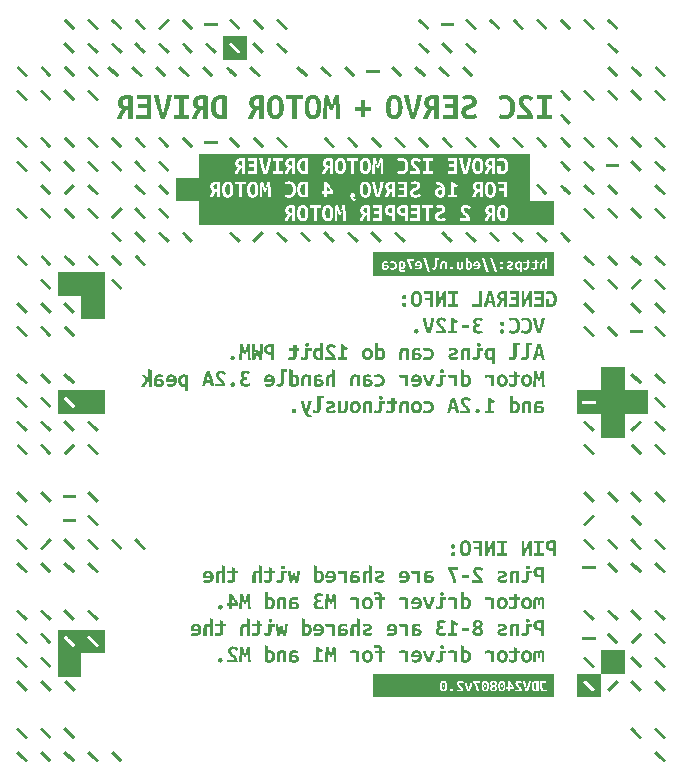
<source format=gbr>
%TF.GenerationSoftware,KiCad,Pcbnew,8.0.3*%
%TF.CreationDate,2024-08-07T13:20:03+02:00*%
%TF.ProjectId,motor_board,6d6f746f-725f-4626-9f61-72642e6b6963,0.1*%
%TF.SameCoordinates,Original*%
%TF.FileFunction,Legend,Bot*%
%TF.FilePolarity,Positive*%
%FSLAX46Y46*%
G04 Gerber Fmt 4.6, Leading zero omitted, Abs format (unit mm)*
G04 Created by KiCad (PCBNEW 8.0.3) date 2024-08-07 13:20:03*
%MOMM*%
%LPD*%
G01*
G04 APERTURE LIST*
%ADD10C,0.000000*%
G04 APERTURE END LIST*
D10*
G36*
X122568361Y-81444462D02*
G01*
X122567590Y-81508734D01*
X122566749Y-81541324D01*
X122565495Y-81574328D01*
X122563745Y-81607828D01*
X122561416Y-81641907D01*
X122550833Y-81906489D01*
X122540251Y-82164019D01*
X122535400Y-82286169D01*
X122533801Y-82344100D01*
X122533195Y-82400378D01*
X122579056Y-82231043D01*
X122591679Y-82189923D01*
X122603309Y-82150787D01*
X122624918Y-82075821D01*
X122644320Y-82006588D01*
X122648964Y-81990623D01*
X122653691Y-81975113D01*
X122658583Y-81960017D01*
X122663723Y-81945292D01*
X122678716Y-81890612D01*
X122681844Y-81878389D01*
X122684559Y-81866910D01*
X122686778Y-81856258D01*
X122688417Y-81846514D01*
X122878918Y-81846514D01*
X122871858Y-81846522D01*
X122884646Y-81891059D01*
X122892198Y-81918454D01*
X122896119Y-81933289D01*
X122900081Y-81948827D01*
X122905373Y-81965026D01*
X122910665Y-81981845D01*
X122921248Y-82017178D01*
X122931831Y-82054496D01*
X122942414Y-82093468D01*
X122988275Y-82252215D01*
X122993712Y-82271893D01*
X122999355Y-82291240D01*
X123010765Y-82328944D01*
X123021513Y-82365324D01*
X123026329Y-82383018D01*
X123030608Y-82400380D01*
X123030608Y-82164022D01*
X123030167Y-82036580D01*
X123029120Y-81972032D01*
X123027081Y-81906492D01*
X123023554Y-81641909D01*
X123020026Y-81384379D01*
X123259916Y-81384379D01*
X123259606Y-81424232D01*
X123258758Y-81464416D01*
X123255947Y-81545776D01*
X123249333Y-81712463D01*
X123235221Y-82051130D01*
X123214054Y-82382741D01*
X123208156Y-82463494D01*
X123201266Y-82541932D01*
X123193714Y-82618386D01*
X123185832Y-82693186D01*
X122970637Y-82693186D01*
X122926099Y-82553838D01*
X122878916Y-82403908D01*
X122828204Y-82252654D01*
X122804005Y-82182153D01*
X122780138Y-82114629D01*
X122756381Y-82184689D01*
X122732954Y-82257064D01*
X122710189Y-82331423D01*
X122688416Y-82407435D01*
X122664659Y-82482842D01*
X122641232Y-82555602D01*
X122596694Y-82693186D01*
X122381499Y-82693186D01*
X122374169Y-82618386D01*
X122367830Y-82541932D01*
X122362153Y-82463494D01*
X122356806Y-82382741D01*
X122335639Y-82051130D01*
X122330954Y-81966463D01*
X122327261Y-81881796D01*
X122321527Y-81712463D01*
X122315795Y-81545335D01*
X122312101Y-81462928D01*
X122307416Y-81380852D01*
X122568472Y-81380852D01*
X122568361Y-81444462D01*
G37*
G36*
X106940419Y-110082843D02*
G01*
X107123863Y-110266289D01*
X107437836Y-110580259D01*
X107247336Y-110770760D01*
X106933364Y-110456785D01*
X106749919Y-110273339D01*
X106435947Y-109959369D01*
X106626447Y-109768873D01*
X106940419Y-110082843D01*
G37*
G36*
X118632087Y-100529753D02*
G01*
X118643214Y-100530131D01*
X118654269Y-100530767D01*
X118665256Y-100531668D01*
X118676181Y-100532836D01*
X118687050Y-100534279D01*
X118697867Y-100536001D01*
X118708637Y-100538007D01*
X118719366Y-100540302D01*
X118730059Y-100542892D01*
X118740720Y-100545782D01*
X118751356Y-100548976D01*
X118761972Y-100552481D01*
X118772571Y-100556300D01*
X118783160Y-100560441D01*
X118793745Y-100564906D01*
X118804246Y-100569040D01*
X118814587Y-100573499D01*
X118824774Y-100578279D01*
X118834810Y-100583373D01*
X118844702Y-100588778D01*
X118854454Y-100594488D01*
X118864072Y-100600497D01*
X118873561Y-100606800D01*
X118882926Y-100613393D01*
X118892171Y-100620271D01*
X118901303Y-100627427D01*
X118910327Y-100634857D01*
X118919247Y-100642555D01*
X118928069Y-100650517D01*
X118936799Y-100658738D01*
X118945440Y-100667211D01*
X118953876Y-100675894D01*
X118961997Y-100684753D01*
X118969818Y-100693797D01*
X118977355Y-100703038D01*
X118984624Y-100712486D01*
X118991639Y-100722152D01*
X118998416Y-100732044D01*
X119004971Y-100742174D01*
X119011320Y-100752553D01*
X119017477Y-100763190D01*
X119023458Y-100774096D01*
X119029279Y-100785281D01*
X119034956Y-100796755D01*
X119040503Y-100808529D01*
X119045937Y-100820613D01*
X119051272Y-100833018D01*
X119056359Y-100845709D01*
X119061043Y-100858643D01*
X119065334Y-100871814D01*
X119069242Y-100885218D01*
X119072779Y-100898849D01*
X119075953Y-100912703D01*
X119078777Y-100926773D01*
X119081259Y-100941056D01*
X119083410Y-100955545D01*
X119085241Y-100970235D01*
X119086762Y-100985122D01*
X119087983Y-101000201D01*
X119089568Y-101030910D01*
X119090078Y-101062322D01*
X119089913Y-101078073D01*
X119089423Y-101093576D01*
X119088613Y-101108830D01*
X119087487Y-101123837D01*
X119086051Y-101138596D01*
X119084311Y-101153106D01*
X119082271Y-101167369D01*
X119079936Y-101181383D01*
X119077311Y-101195150D01*
X119074403Y-101208668D01*
X119071215Y-101221939D01*
X119067754Y-101234961D01*
X119064024Y-101247736D01*
X119060030Y-101260262D01*
X119055778Y-101272541D01*
X119051272Y-101284572D01*
X119054803Y-101281042D01*
X119050048Y-101292823D01*
X119045040Y-101304357D01*
X119039774Y-101315643D01*
X119034243Y-101326681D01*
X119028445Y-101337471D01*
X119022372Y-101348014D01*
X119016020Y-101358308D01*
X119009384Y-101368354D01*
X119002458Y-101378152D01*
X118995238Y-101387702D01*
X118987719Y-101397003D01*
X118979894Y-101406057D01*
X118971759Y-101414862D01*
X118963309Y-101423419D01*
X118954538Y-101431728D01*
X118945442Y-101439789D01*
X118936680Y-101447603D01*
X118927597Y-101455175D01*
X118918203Y-101462509D01*
X118908511Y-101469610D01*
X118898528Y-101476484D01*
X118888267Y-101483136D01*
X118877737Y-101489571D01*
X118866949Y-101495794D01*
X118855913Y-101501810D01*
X118844638Y-101507625D01*
X118833137Y-101513243D01*
X118821418Y-101518670D01*
X118809493Y-101523911D01*
X118797372Y-101528971D01*
X118785064Y-101533856D01*
X118772581Y-101538569D01*
X118759890Y-101542414D01*
X118746956Y-101546010D01*
X118733785Y-101549358D01*
X118720381Y-101552458D01*
X118692896Y-101557915D01*
X118664543Y-101562380D01*
X118635362Y-101565853D01*
X118605397Y-101568333D01*
X118574687Y-101569822D01*
X118543274Y-101570318D01*
X118519786Y-101570001D01*
X118496917Y-101569104D01*
X118474627Y-101567712D01*
X118452875Y-101565907D01*
X118431619Y-101563771D01*
X118410817Y-101561387D01*
X118370412Y-101556208D01*
X118351899Y-101552081D01*
X118333427Y-101547663D01*
X118315037Y-101542998D01*
X118296771Y-101538126D01*
X118260777Y-101527928D01*
X118225774Y-101517400D01*
X118261051Y-101295151D01*
X118273440Y-101299127D01*
X118286738Y-101303144D01*
X118315732Y-101311466D01*
X118347371Y-101320451D01*
X118363977Y-101325295D01*
X118380996Y-101330429D01*
X118398359Y-101334226D01*
X118416053Y-101337651D01*
X118434078Y-101340662D01*
X118452433Y-101343218D01*
X118471120Y-101345278D01*
X118490137Y-101346801D01*
X118509484Y-101347745D01*
X118529162Y-101348068D01*
X118544871Y-101347861D01*
X118560244Y-101347235D01*
X118575276Y-101346185D01*
X118589961Y-101344706D01*
X118604296Y-101342793D01*
X118618273Y-101340441D01*
X118631889Y-101337645D01*
X118645138Y-101334398D01*
X118658015Y-101330698D01*
X118670514Y-101326537D01*
X118682631Y-101321911D01*
X118694361Y-101316815D01*
X118705698Y-101311244D01*
X118716637Y-101305192D01*
X118727173Y-101298655D01*
X118737301Y-101291626D01*
X118746933Y-101284225D01*
X118755981Y-101276570D01*
X118764439Y-101268657D01*
X118772303Y-101260481D01*
X118779568Y-101252036D01*
X118786229Y-101243318D01*
X118792279Y-101234320D01*
X118797714Y-101225038D01*
X118802530Y-101215467D01*
X118806720Y-101205601D01*
X118810279Y-101195436D01*
X118813203Y-101184966D01*
X118815486Y-101174186D01*
X118817124Y-101163090D01*
X118818110Y-101151675D01*
X118818440Y-101139933D01*
X118172856Y-101139933D01*
X118172856Y-101041153D01*
X118173310Y-101010520D01*
X118174668Y-100980796D01*
X118176572Y-100956487D01*
X118423334Y-100956487D01*
X118821971Y-100956487D01*
X118821889Y-100951236D01*
X118821647Y-100946062D01*
X118821250Y-100940960D01*
X118820703Y-100935926D01*
X118820011Y-100930954D01*
X118819180Y-100926039D01*
X118818215Y-100921175D01*
X118817120Y-100916358D01*
X118815901Y-100911582D01*
X118814564Y-100906843D01*
X118813112Y-100902134D01*
X118811553Y-100897452D01*
X118808128Y-100888143D01*
X118804332Y-100878876D01*
X118800349Y-100869628D01*
X118796284Y-100860464D01*
X118792054Y-100851465D01*
X118787575Y-100842715D01*
X118785217Y-100838458D01*
X118782766Y-100834295D01*
X118780211Y-100830235D01*
X118777543Y-100826288D01*
X118774750Y-100822466D01*
X118771824Y-100818777D01*
X118768752Y-100815233D01*
X118765526Y-100811844D01*
X118762217Y-100807958D01*
X118758898Y-100804231D01*
X118755558Y-100800660D01*
X118752187Y-100797238D01*
X118748775Y-100793961D01*
X118745311Y-100790823D01*
X118741785Y-100787820D01*
X118738187Y-100784945D01*
X118734505Y-100782195D01*
X118730731Y-100779564D01*
X118726854Y-100777046D01*
X118722863Y-100774637D01*
X118718748Y-100772331D01*
X118714498Y-100770123D01*
X118710104Y-100768008D01*
X118705555Y-100765981D01*
X118700883Y-100764040D01*
X118696122Y-100762186D01*
X118691269Y-100760425D01*
X118686317Y-100758762D01*
X118681262Y-100757202D01*
X118676099Y-100755751D01*
X118670822Y-100754413D01*
X118665426Y-100753194D01*
X118659906Y-100752100D01*
X118654257Y-100751134D01*
X118648474Y-100750302D01*
X118642551Y-100749611D01*
X118636483Y-100749063D01*
X118630266Y-100748666D01*
X118623893Y-100748424D01*
X118617361Y-100748342D01*
X118610828Y-100748424D01*
X118604455Y-100748666D01*
X118598238Y-100749063D01*
X118592170Y-100749611D01*
X118586247Y-100750302D01*
X118580464Y-100751134D01*
X118574815Y-100752100D01*
X118569295Y-100753194D01*
X118563899Y-100754413D01*
X118558622Y-100755751D01*
X118553458Y-100757202D01*
X118548403Y-100758762D01*
X118538599Y-100762186D01*
X118529166Y-100765981D01*
X118524617Y-100768047D01*
X118520222Y-100770267D01*
X118515973Y-100772633D01*
X118511858Y-100775132D01*
X118507867Y-100777756D01*
X118503989Y-100780493D01*
X118500215Y-100783334D01*
X118496534Y-100786267D01*
X118492936Y-100789284D01*
X118489410Y-100792372D01*
X118482533Y-100798725D01*
X118475822Y-100805243D01*
X118469194Y-100811844D01*
X118465969Y-100815233D01*
X118462904Y-100818777D01*
X118459993Y-100822466D01*
X118457233Y-100826288D01*
X118454617Y-100830235D01*
X118452141Y-100834295D01*
X118449799Y-100838458D01*
X118447587Y-100842715D01*
X118445498Y-100847054D01*
X118443528Y-100851465D01*
X118441672Y-100855938D01*
X118439925Y-100860464D01*
X118438281Y-100865030D01*
X118436735Y-100869628D01*
X118435282Y-100874247D01*
X118433917Y-100878876D01*
X118431436Y-100888143D01*
X118429287Y-100897452D01*
X118427468Y-100906843D01*
X118425979Y-100916358D01*
X118424822Y-100926039D01*
X118423995Y-100935926D01*
X118423499Y-100946062D01*
X118423334Y-100956487D01*
X118176572Y-100956487D01*
X118176925Y-100951982D01*
X118180077Y-100924077D01*
X118184117Y-100897081D01*
X118189041Y-100870995D01*
X118194843Y-100845818D01*
X118201519Y-100821551D01*
X118209063Y-100798193D01*
X118217470Y-100775745D01*
X118226734Y-100754206D01*
X118236852Y-100733577D01*
X118247816Y-100713857D01*
X118259623Y-100695047D01*
X118272268Y-100677147D01*
X118285744Y-100660157D01*
X118300670Y-100644156D01*
X118316351Y-100629226D01*
X118332796Y-100615360D01*
X118350016Y-100602554D01*
X118368022Y-100590802D01*
X118386824Y-100580099D01*
X118406431Y-100570439D01*
X118426856Y-100561819D01*
X118448107Y-100554232D01*
X118470195Y-100547673D01*
X118493130Y-100542138D01*
X118516924Y-100537620D01*
X118541586Y-100534116D01*
X118567126Y-100531619D01*
X118593555Y-100530125D01*
X118620883Y-100529628D01*
X118632087Y-100529753D01*
G37*
G36*
X111863590Y-60284907D02*
G01*
X111879913Y-60285355D01*
X111896484Y-60286051D01*
X111913261Y-60286953D01*
X111947271Y-60289213D01*
X111981612Y-60291804D01*
X111998810Y-60292121D01*
X112016008Y-60293017D01*
X112033206Y-60294409D01*
X112050404Y-60296214D01*
X112067601Y-60298350D01*
X112084799Y-60300734D01*
X112119195Y-60305915D01*
X112152929Y-60311262D01*
X112169300Y-60314039D01*
X112185341Y-60316940D01*
X112201050Y-60320006D01*
X112216429Y-60323279D01*
X112231478Y-60326800D01*
X112246195Y-60330610D01*
X112246195Y-62267359D01*
X111854612Y-62267359D01*
X111854612Y-61544165D01*
X111650001Y-61544165D01*
X111595155Y-61634069D01*
X111541963Y-61723641D01*
X111490754Y-61812552D01*
X111441862Y-61900471D01*
X111418380Y-61944451D01*
X111395559Y-61989051D01*
X111373401Y-62034230D01*
X111351903Y-62079946D01*
X111331067Y-62126159D01*
X111310893Y-62172826D01*
X111291380Y-62219907D01*
X111272528Y-62267360D01*
X110863306Y-62267360D01*
X110872891Y-62242211D01*
X110883095Y-62216979D01*
X110893878Y-62191582D01*
X110905199Y-62165936D01*
X110929287Y-62113571D01*
X110955029Y-62059221D01*
X110981542Y-62004210D01*
X111008387Y-61949860D01*
X111035892Y-61895510D01*
X111064390Y-61840498D01*
X111093494Y-61785653D01*
X111122598Y-61732460D01*
X111151702Y-61681253D01*
X111166254Y-61656496D01*
X111180807Y-61632360D01*
X111238574Y-61537992D01*
X111293695Y-61448915D01*
X111273562Y-61439407D01*
X111254173Y-61429402D01*
X111235528Y-61418902D01*
X111217627Y-61407905D01*
X111200471Y-61396412D01*
X111184058Y-61384423D01*
X111168390Y-61371938D01*
X111153466Y-61358957D01*
X111139286Y-61345480D01*
X111125850Y-61331506D01*
X111113158Y-61317037D01*
X111101211Y-61302072D01*
X111090007Y-61286610D01*
X111079548Y-61270652D01*
X111069833Y-61254199D01*
X111060862Y-61237249D01*
X111052512Y-61219887D01*
X111044663Y-61202205D01*
X111037321Y-61184213D01*
X111030490Y-61165921D01*
X111024176Y-61147340D01*
X111018384Y-61128480D01*
X111013119Y-61109351D01*
X111008386Y-61089964D01*
X111004191Y-61070329D01*
X111000538Y-61050456D01*
X110997433Y-61030355D01*
X110994881Y-61010038D01*
X110992887Y-60989514D01*
X110991456Y-60968793D01*
X110990594Y-60947887D01*
X110990354Y-60930331D01*
X111392473Y-60930331D01*
X111392805Y-60947942D01*
X111393803Y-60965058D01*
X111395473Y-60981677D01*
X111397820Y-60997800D01*
X111400849Y-61013427D01*
X111404565Y-61028557D01*
X111408974Y-61043192D01*
X111414081Y-61057331D01*
X111419890Y-61070973D01*
X111426407Y-61084120D01*
X111433638Y-61096770D01*
X111441586Y-61108924D01*
X111450259Y-61120582D01*
X111459659Y-61131745D01*
X111469794Y-61142410D01*
X111480668Y-61152580D01*
X111480668Y-61145526D01*
X111492327Y-61155118D01*
X111504818Y-61164054D01*
X111518146Y-61172338D01*
X111532317Y-61179977D01*
X111547335Y-61186975D01*
X111563205Y-61193337D01*
X111579934Y-61199069D01*
X111597525Y-61204175D01*
X111615985Y-61208662D01*
X111635318Y-61212533D01*
X111655529Y-61215795D01*
X111676625Y-61218452D01*
X111698608Y-61220509D01*
X111721486Y-61221972D01*
X111745264Y-61222847D01*
X111769945Y-61223137D01*
X111854612Y-61223137D01*
X111854612Y-60633998D01*
X111838737Y-60631408D01*
X111830799Y-60630216D01*
X111822862Y-60629147D01*
X111814924Y-60628245D01*
X111806987Y-60627549D01*
X111799049Y-60627101D01*
X111791112Y-60626942D01*
X111738195Y-60626942D01*
X111719220Y-60627232D01*
X111700664Y-60628100D01*
X111682531Y-60629547D01*
X111664828Y-60631573D01*
X111647559Y-60634177D01*
X111630728Y-60637360D01*
X111614343Y-60641123D01*
X111598407Y-60645463D01*
X111582925Y-60650383D01*
X111567904Y-60655881D01*
X111553347Y-60661958D01*
X111539261Y-60668614D01*
X111525651Y-60675849D01*
X111512521Y-60683663D01*
X111499876Y-60692055D01*
X111487723Y-60701026D01*
X111476189Y-60710577D01*
X111465399Y-60720718D01*
X111455353Y-60731458D01*
X111446051Y-60742808D01*
X111437494Y-60754778D01*
X111429680Y-60767378D01*
X111422611Y-60780619D01*
X111416286Y-60794512D01*
X111410705Y-60809065D01*
X111405868Y-60824291D01*
X111401775Y-60840199D01*
X111398426Y-60856799D01*
X111395822Y-60874102D01*
X111393962Y-60892118D01*
X111392845Y-60910858D01*
X111392473Y-60930331D01*
X110990354Y-60930331D01*
X110990306Y-60926804D01*
X110990512Y-60905883D01*
X110991133Y-60885443D01*
X110992166Y-60865467D01*
X110993613Y-60845941D01*
X110995473Y-60826849D01*
X110997747Y-60808176D01*
X111000434Y-60789906D01*
X111003535Y-60772023D01*
X111007049Y-60754513D01*
X111010977Y-60737359D01*
X111015317Y-60720546D01*
X111020072Y-60704059D01*
X111025239Y-60687881D01*
X111030820Y-60671999D01*
X111036815Y-60656395D01*
X111043223Y-60641055D01*
X111050003Y-60626007D01*
X111057120Y-60611289D01*
X111064578Y-60596902D01*
X111072382Y-60582846D01*
X111080537Y-60569121D01*
X111089049Y-60555727D01*
X111097923Y-60542663D01*
X111107164Y-60529930D01*
X111116776Y-60517528D01*
X111126766Y-60505456D01*
X111137138Y-60493715D01*
X111147898Y-60482305D01*
X111159051Y-60471225D01*
X111170602Y-60460477D01*
X111182555Y-60450059D01*
X111194917Y-60439972D01*
X111207610Y-60430215D01*
X111220556Y-60420789D01*
X111233760Y-60411694D01*
X111247228Y-60402930D01*
X111260964Y-60394496D01*
X111274974Y-60386394D01*
X111289264Y-60378621D01*
X111303837Y-60371180D01*
X111318700Y-60364069D01*
X111333858Y-60357289D01*
X111349315Y-60350840D01*
X111365077Y-60344721D01*
X111381150Y-60338934D01*
X111397537Y-60333477D01*
X111414245Y-60328350D01*
X111431278Y-60323555D01*
X111466163Y-60314797D01*
X111501999Y-60307074D01*
X111538744Y-60300424D01*
X111576358Y-60294892D01*
X111614798Y-60290516D01*
X111654024Y-60287340D01*
X111693994Y-60285404D01*
X111734667Y-60284749D01*
X111844028Y-60284749D01*
X111847556Y-60284748D01*
X111863590Y-60284907D01*
G37*
G36*
X102879948Y-58086944D02*
G01*
X103063393Y-58270388D01*
X103063393Y-58266860D01*
X103377365Y-58580833D01*
X103186865Y-58771333D01*
X102872893Y-58457360D01*
X102689448Y-58273916D01*
X102375476Y-57963472D01*
X102565976Y-57772972D01*
X102879948Y-58086944D01*
G37*
G36*
X128600969Y-58086944D02*
G01*
X128784413Y-58270388D01*
X129098385Y-58584360D01*
X128907884Y-58774860D01*
X128593912Y-58460888D01*
X128410468Y-58277444D01*
X128096498Y-57963472D01*
X128286997Y-57772972D01*
X128600969Y-58086944D01*
G37*
G36*
X120875137Y-64084164D02*
G01*
X121058581Y-64267609D01*
X121372553Y-64581580D01*
X121182052Y-64772081D01*
X120868081Y-64458109D01*
X120684636Y-64274664D01*
X120370665Y-63960693D01*
X120561165Y-63770192D01*
X120875137Y-64084164D01*
G37*
G36*
X144881658Y-54086445D02*
G01*
X145065102Y-54269889D01*
X145061572Y-54266362D01*
X145375547Y-54580334D01*
X145185046Y-54770834D01*
X144871073Y-54456862D01*
X144687630Y-54273417D01*
X144373660Y-53959445D01*
X144567686Y-53772473D01*
X144881658Y-54086445D01*
G37*
G36*
X143692851Y-76872467D02*
G01*
X143703566Y-76872728D01*
X143714405Y-76873238D01*
X143725409Y-76874079D01*
X143736619Y-76875333D01*
X143742314Y-76876140D01*
X143748077Y-76877082D01*
X143753912Y-76878169D01*
X143759824Y-76879411D01*
X143765776Y-76879491D01*
X143771723Y-76879721D01*
X143783581Y-76880568D01*
X143795356Y-76881829D01*
X143807008Y-76883379D01*
X143829774Y-76886851D01*
X143840805Y-76888526D01*
X143851547Y-76889993D01*
X143863143Y-76891468D01*
X143874202Y-76893191D01*
X143884847Y-76895079D01*
X143895203Y-76897050D01*
X143915543Y-76900908D01*
X143925775Y-76902630D01*
X143936213Y-76904105D01*
X143936213Y-78195273D01*
X143675158Y-78195273D01*
X143675158Y-77711966D01*
X143541102Y-77711966D01*
X143504723Y-77772215D01*
X143469666Y-77831470D01*
X143435932Y-77890064D01*
X143403519Y-77948327D01*
X143387816Y-77977597D01*
X143372486Y-78007197D01*
X143357569Y-78037127D01*
X143343106Y-78067388D01*
X143329140Y-78097981D01*
X143315711Y-78128904D01*
X143302862Y-78160158D01*
X143290632Y-78191743D01*
X143018995Y-78191743D01*
X143046334Y-78125598D01*
X143053789Y-78108235D01*
X143061657Y-78090541D01*
X143070022Y-78072517D01*
X143078965Y-78054162D01*
X143114683Y-77980519D01*
X143123716Y-77962418D01*
X143133039Y-77944524D01*
X143142775Y-77926878D01*
X143153049Y-77909521D01*
X143162460Y-77891159D01*
X143172121Y-77873085D01*
X143191854Y-77837642D01*
X143211588Y-77802860D01*
X143221248Y-77785614D01*
X143230660Y-77768408D01*
X143240072Y-77751534D01*
X143249732Y-77735280D01*
X143259557Y-77719605D01*
X143269466Y-77704467D01*
X143279374Y-77689826D01*
X143289199Y-77675640D01*
X143308271Y-77648466D01*
X143295250Y-77642309D01*
X143282647Y-77635748D01*
X143270468Y-77628794D01*
X143258718Y-77621457D01*
X143247401Y-77613749D01*
X143236524Y-77605678D01*
X143226092Y-77597257D01*
X143216109Y-77588494D01*
X143206580Y-77579400D01*
X143197512Y-77569986D01*
X143188909Y-77560262D01*
X143180775Y-77550238D01*
X143173118Y-77539925D01*
X143165941Y-77529333D01*
X143159249Y-77518472D01*
X143153049Y-77507353D01*
X143147302Y-77495404D01*
X143141963Y-77483362D01*
X143137027Y-77471216D01*
X143132489Y-77458957D01*
X143128344Y-77446573D01*
X143124586Y-77434055D01*
X143121211Y-77421393D01*
X143118213Y-77408575D01*
X143115587Y-77395593D01*
X143113328Y-77382434D01*
X143111430Y-77369090D01*
X143109889Y-77355549D01*
X143108700Y-77341801D01*
X143107857Y-77327837D01*
X143107355Y-77313645D01*
X143107188Y-77299216D01*
X143107188Y-77299213D01*
X143368243Y-77299213D01*
X143368490Y-77311536D01*
X143369229Y-77323378D01*
X143370452Y-77334754D01*
X143372157Y-77345681D01*
X143374337Y-77356174D01*
X143376987Y-77366249D01*
X143380102Y-77375920D01*
X143383677Y-77385204D01*
X143387707Y-77394115D01*
X143392187Y-77402670D01*
X143397110Y-77410884D01*
X143402474Y-77418773D01*
X143408271Y-77426351D01*
X143414497Y-77433635D01*
X143421147Y-77440640D01*
X143428215Y-77447381D01*
X143424686Y-77443854D01*
X143432252Y-77450262D01*
X143440402Y-77456256D01*
X143449142Y-77461837D01*
X143458475Y-77467005D01*
X143468409Y-77471759D01*
X143478946Y-77476100D01*
X143490094Y-77480028D01*
X143501856Y-77483542D01*
X143514239Y-77486643D01*
X143527247Y-77489330D01*
X143540885Y-77491604D01*
X143555159Y-77493464D01*
X143570074Y-77494911D01*
X143585634Y-77495944D01*
X143601846Y-77496565D01*
X143618714Y-77496771D01*
X143675161Y-77496771D01*
X143675161Y-77101660D01*
X143632826Y-77098130D01*
X143597550Y-77098130D01*
X143584526Y-77098336D01*
X143571905Y-77098950D01*
X143559677Y-77099968D01*
X143547831Y-77101383D01*
X143536357Y-77103191D01*
X143525245Y-77105387D01*
X143514484Y-77107965D01*
X143504064Y-77110920D01*
X143493975Y-77114247D01*
X143484206Y-77117941D01*
X143474748Y-77121997D01*
X143465589Y-77126409D01*
X143456719Y-77131173D01*
X143448128Y-77136283D01*
X143439806Y-77141734D01*
X143431743Y-77147521D01*
X143427836Y-77150559D01*
X143424053Y-77153720D01*
X143420395Y-77157002D01*
X143416860Y-77160405D01*
X143413449Y-77163926D01*
X143410163Y-77167565D01*
X143403962Y-77175191D01*
X143398257Y-77183271D01*
X143393048Y-77191796D01*
X143388335Y-77200755D01*
X143384118Y-77210138D01*
X143380397Y-77219934D01*
X143377173Y-77230133D01*
X143374444Y-77240725D01*
X143372212Y-77251699D01*
X143370476Y-77263045D01*
X143369235Y-77274753D01*
X143368491Y-77286813D01*
X143368243Y-77299213D01*
X143107188Y-77299213D01*
X143107691Y-77271931D01*
X143108328Y-77258661D01*
X143109228Y-77245638D01*
X143110396Y-77232864D01*
X143111839Y-77220338D01*
X143113560Y-77208059D01*
X143115566Y-77196029D01*
X143117862Y-77184247D01*
X143120451Y-77172713D01*
X143123341Y-77161427D01*
X143126536Y-77150389D01*
X143130040Y-77139599D01*
X143133860Y-77129057D01*
X143138001Y-77118763D01*
X143142467Y-77108717D01*
X143147181Y-77098879D01*
X143152071Y-77089211D01*
X143157148Y-77079719D01*
X143162420Y-77070408D01*
X143167900Y-77061282D01*
X143173596Y-77052348D01*
X143179520Y-77043611D01*
X143185682Y-77035075D01*
X143192091Y-77026745D01*
X143198759Y-77018628D01*
X143205696Y-77010727D01*
X143212912Y-77003049D01*
X143220417Y-76995598D01*
X143228222Y-76988380D01*
X143236337Y-76981399D01*
X143244772Y-76974661D01*
X143253414Y-76968170D01*
X143262148Y-76961922D01*
X143270987Y-76955911D01*
X143279939Y-76950133D01*
X143289015Y-76944582D01*
X143298225Y-76939254D01*
X143307580Y-76934142D01*
X143317090Y-76929242D01*
X143326766Y-76924549D01*
X143336617Y-76920057D01*
X143346654Y-76915762D01*
X143356888Y-76911658D01*
X143367329Y-76907740D01*
X143377986Y-76904003D01*
X143388871Y-76900441D01*
X143399994Y-76897050D01*
X143411323Y-76893866D01*
X143422821Y-76890925D01*
X143434496Y-76888221D01*
X143446352Y-76885750D01*
X143470626Y-76881485D01*
X143495686Y-76878089D01*
X143521573Y-76875519D01*
X143548328Y-76873734D01*
X143575992Y-76872694D01*
X143604607Y-76872356D01*
X143671629Y-76872356D01*
X143692851Y-76872467D01*
G37*
G36*
X116599471Y-58086944D02*
G01*
X116782916Y-58270388D01*
X117096888Y-58584360D01*
X116906388Y-58774860D01*
X116592416Y-58460888D01*
X116408972Y-58277444D01*
X116094999Y-57963472D01*
X116285499Y-57772972D01*
X116599471Y-58086944D01*
G37*
G36*
X104880198Y-116083589D02*
G01*
X105063642Y-116267035D01*
X105377614Y-116581005D01*
X105187114Y-116771506D01*
X104873142Y-116457531D01*
X104689698Y-116274085D01*
X104375726Y-115960115D01*
X104566226Y-115769619D01*
X104880198Y-116083589D01*
G37*
G36*
X108877169Y-66084413D02*
G01*
X109060613Y-66267858D01*
X109374585Y-66581829D01*
X109184085Y-66772330D01*
X108870113Y-66458357D01*
X108686669Y-66274913D01*
X108372696Y-65960941D01*
X108563197Y-65770441D01*
X108877169Y-66084413D01*
G37*
G36*
X108877169Y-68084663D02*
G01*
X109060613Y-68268108D01*
X109374585Y-68582079D01*
X109184085Y-68772580D01*
X108870113Y-68458607D01*
X108686669Y-68275164D01*
X108372696Y-67961191D01*
X108563197Y-67770691D01*
X108877169Y-68084663D01*
G37*
G36*
X102879948Y-116083589D02*
G01*
X103063393Y-116267035D01*
X103377365Y-116581005D01*
X103186865Y-116771506D01*
X102872893Y-116457531D01*
X102689448Y-116274085D01*
X102375476Y-115960115D01*
X102565976Y-115769619D01*
X102879948Y-116083589D01*
G37*
G36*
X132873108Y-64084164D02*
G01*
X133056549Y-64267609D01*
X133370522Y-64581580D01*
X133180021Y-64772081D01*
X132866051Y-64458109D01*
X132682608Y-64274664D01*
X132368635Y-63960693D01*
X132559136Y-63770192D01*
X132873108Y-64084164D01*
G37*
G36*
X138401490Y-104706676D02*
G01*
X138415794Y-104707166D01*
X138429933Y-104707976D01*
X138443906Y-104709101D01*
X138457714Y-104710537D01*
X138471357Y-104712277D01*
X138484834Y-104714317D01*
X138498146Y-104716651D01*
X138511293Y-104719275D01*
X138524274Y-104722183D01*
X138537090Y-104725371D01*
X138549740Y-104728832D01*
X138562225Y-104732562D01*
X138574545Y-104736556D01*
X138598688Y-104745315D01*
X138621846Y-104754728D01*
X138643722Y-104764388D01*
X138664358Y-104774213D01*
X138683796Y-104784121D01*
X138702075Y-104794028D01*
X138719239Y-104803853D01*
X138735328Y-104813513D01*
X138750383Y-104822926D01*
X138658660Y-105013422D01*
X138651963Y-105008834D01*
X138645100Y-105004334D01*
X138638072Y-104999927D01*
X138630878Y-104995618D01*
X138623520Y-104991412D01*
X138615995Y-104987315D01*
X138608306Y-104983332D01*
X138600451Y-104979467D01*
X138592431Y-104975727D01*
X138584245Y-104972116D01*
X138575894Y-104968639D01*
X138567378Y-104965302D01*
X138558696Y-104962110D01*
X138549849Y-104959068D01*
X138540836Y-104956181D01*
X138531658Y-104953455D01*
X138522398Y-104950270D01*
X138513138Y-104947328D01*
X138503878Y-104944624D01*
X138494617Y-104942152D01*
X138485357Y-104939908D01*
X138476097Y-104937886D01*
X138466836Y-104936082D01*
X138457576Y-104934489D01*
X138448315Y-104933103D01*
X138439055Y-104931919D01*
X138420534Y-104930134D01*
X138402014Y-104929094D01*
X138383493Y-104928756D01*
X138374317Y-104928921D01*
X138365316Y-104929417D01*
X138356502Y-104930244D01*
X138347884Y-104931402D01*
X138339473Y-104932890D01*
X138331278Y-104934709D01*
X138323312Y-104936858D01*
X138315583Y-104939339D01*
X138308102Y-104942150D01*
X138300879Y-104945292D01*
X138293925Y-104948764D01*
X138287250Y-104952568D01*
X138280865Y-104956702D01*
X138274780Y-104961167D01*
X138269004Y-104965962D01*
X138263549Y-104971089D01*
X138258423Y-104976465D01*
X138253627Y-104982017D01*
X138249163Y-104987755D01*
X138245029Y-104993689D01*
X138241225Y-104999830D01*
X138237753Y-105006187D01*
X138234611Y-105012773D01*
X138231799Y-105019595D01*
X138229319Y-105026666D01*
X138227169Y-105033996D01*
X138225350Y-105041594D01*
X138223862Y-105049471D01*
X138222704Y-105057638D01*
X138221877Y-105066104D01*
X138221381Y-105074881D01*
X138221216Y-105083979D01*
X138221299Y-105092797D01*
X138221547Y-105100778D01*
X138221960Y-105107994D01*
X138222539Y-105114517D01*
X138223283Y-105120421D01*
X138224192Y-105125776D01*
X138225267Y-105130656D01*
X138226507Y-105135132D01*
X138227913Y-105139278D01*
X138229484Y-105143166D01*
X138231220Y-105146867D01*
X138233122Y-105150454D01*
X138235189Y-105154001D01*
X138237421Y-105157578D01*
X138242382Y-105165115D01*
X138245069Y-105169042D01*
X138247839Y-105172881D01*
X138250691Y-105176627D01*
X138253626Y-105180274D01*
X138256644Y-105183819D01*
X138259744Y-105187255D01*
X138262928Y-105190577D01*
X138266193Y-105193780D01*
X138269542Y-105196859D01*
X138272973Y-105199809D01*
X138276487Y-105202625D01*
X138280084Y-105205301D01*
X138283763Y-105207833D01*
X138287525Y-105210214D01*
X138291370Y-105212441D01*
X138295297Y-105214507D01*
X138299307Y-105217071D01*
X138303393Y-105219480D01*
X138307552Y-105221744D01*
X138311778Y-105223875D01*
X138316067Y-105225881D01*
X138320412Y-105227774D01*
X138324809Y-105229563D01*
X138329252Y-105231260D01*
X138338258Y-105234416D01*
X138347387Y-105237324D01*
X138365854Y-105242726D01*
X138371106Y-105243969D01*
X138376285Y-105245056D01*
X138381403Y-105245999D01*
X138386469Y-105246807D01*
X138391493Y-105247492D01*
X138396487Y-105248062D01*
X138406422Y-105248903D01*
X138416358Y-105249413D01*
X138426376Y-105249675D01*
X138446993Y-105249786D01*
X138545770Y-105249786D01*
X138545770Y-105464980D01*
X138464629Y-105464980D01*
X138448921Y-105465146D01*
X138433548Y-105465642D01*
X138418516Y-105466468D01*
X138403830Y-105467626D01*
X138389496Y-105469114D01*
X138375519Y-105470933D01*
X138361903Y-105473082D01*
X138348654Y-105475563D01*
X138335777Y-105478374D01*
X138323277Y-105481516D01*
X138311160Y-105484988D01*
X138299431Y-105488792D01*
X138288094Y-105492926D01*
X138277155Y-105497391D01*
X138266619Y-105502187D01*
X138256492Y-105507313D01*
X138251293Y-105510021D01*
X138246279Y-105512851D01*
X138241448Y-105515805D01*
X138236799Y-105518881D01*
X138232332Y-105522078D01*
X138228044Y-105525396D01*
X138223934Y-105528834D01*
X138220001Y-105532392D01*
X138216244Y-105536069D01*
X138212661Y-105539863D01*
X138209252Y-105543776D01*
X138206014Y-105547805D01*
X138202947Y-105551951D01*
X138200049Y-105556212D01*
X138197319Y-105560588D01*
X138194756Y-105565079D01*
X138192358Y-105569683D01*
X138190124Y-105574401D01*
X138188053Y-105579231D01*
X138186143Y-105584172D01*
X138184394Y-105589225D01*
X138182803Y-105594388D01*
X138181370Y-105599661D01*
X138180093Y-105605043D01*
X138178972Y-105610533D01*
X138178004Y-105616132D01*
X138177189Y-105621837D01*
X138176524Y-105627650D01*
X138175644Y-105639591D01*
X138175353Y-105651951D01*
X138175560Y-105662412D01*
X138176180Y-105672629D01*
X138177213Y-105682609D01*
X138178660Y-105692356D01*
X138180521Y-105701876D01*
X138182795Y-105711173D01*
X138185482Y-105720254D01*
X138188582Y-105729122D01*
X138192097Y-105737783D01*
X138196024Y-105746243D01*
X138200365Y-105754507D01*
X138205119Y-105762579D01*
X138210287Y-105770465D01*
X138215868Y-105778171D01*
X138221863Y-105785700D01*
X138228271Y-105793059D01*
X138231660Y-105796636D01*
X138235215Y-105800089D01*
X138238933Y-105803419D01*
X138242815Y-105806627D01*
X138251067Y-105812680D01*
X138259964Y-105818251D01*
X138269503Y-105823348D01*
X138279677Y-105827974D01*
X138290481Y-105832135D01*
X138301911Y-105835836D01*
X138313961Y-105839082D01*
X138326626Y-105841879D01*
X138339901Y-105844231D01*
X138353780Y-105846144D01*
X138368259Y-105847623D01*
X138383333Y-105848673D01*
X138398995Y-105849299D01*
X138415242Y-105849507D01*
X138441362Y-105849169D01*
X138466779Y-105848128D01*
X138491453Y-105846343D01*
X138515341Y-105843772D01*
X138538402Y-105840374D01*
X138560595Y-105836109D01*
X138571354Y-105833637D01*
X138581879Y-105830933D01*
X138592167Y-105827992D01*
X138602213Y-105824808D01*
X138621416Y-105819365D01*
X138639420Y-105813674D01*
X138656349Y-105807818D01*
X138672328Y-105801878D01*
X138687480Y-105795939D01*
X138701928Y-105790081D01*
X138729214Y-105778945D01*
X138778602Y-105997664D01*
X138755671Y-106006043D01*
X138733952Y-106014037D01*
X138711572Y-106022363D01*
X138700831Y-106025160D01*
X138689800Y-106028206D01*
X138667036Y-106034711D01*
X138643609Y-106041217D01*
X138631751Y-106044263D01*
X138619852Y-106047062D01*
X138595432Y-106052298D01*
X138582830Y-106054813D01*
X138570021Y-106057204D01*
X138557046Y-106059429D01*
X138543948Y-106061448D01*
X138530767Y-106063219D01*
X138517544Y-106064701D01*
X138491142Y-106067291D01*
X138465070Y-106069550D01*
X138452261Y-106070453D01*
X138439658Y-106071149D01*
X138427304Y-106071597D01*
X138415239Y-106071756D01*
X138382820Y-106071260D01*
X138351683Y-106069772D01*
X138321787Y-106067292D01*
X138293090Y-106063820D01*
X138265550Y-106059356D01*
X138239126Y-106053899D01*
X138213778Y-106047450D01*
X138189462Y-106040008D01*
X138185938Y-106043537D01*
X138174156Y-106039486D01*
X138162628Y-106035263D01*
X138151359Y-106030865D01*
X138140352Y-106026286D01*
X138129615Y-106021521D01*
X138119151Y-106016564D01*
X138108967Y-106011411D01*
X138099066Y-106006057D01*
X138089455Y-106000496D01*
X138080139Y-105994723D01*
X138071122Y-105988733D01*
X138062410Y-105982520D01*
X138054008Y-105976081D01*
X138045922Y-105969409D01*
X138038156Y-105962499D01*
X138030715Y-105955347D01*
X138022941Y-105948027D01*
X138015487Y-105940615D01*
X138008344Y-105933099D01*
X138001500Y-105925469D01*
X137994946Y-105917716D01*
X137988671Y-105909828D01*
X137982664Y-105901796D01*
X137976916Y-105893608D01*
X137971416Y-105885256D01*
X137966154Y-105876727D01*
X137961119Y-105868013D01*
X137956301Y-105859102D01*
X137951690Y-105849984D01*
X137947275Y-105840650D01*
X137943046Y-105831088D01*
X137938992Y-105821288D01*
X137935187Y-105811946D01*
X137931702Y-105802444D01*
X137928527Y-105792786D01*
X137925652Y-105782979D01*
X137923067Y-105773027D01*
X137920760Y-105762935D01*
X137918722Y-105752709D01*
X137916943Y-105742354D01*
X137915411Y-105731874D01*
X137914117Y-105721276D01*
X137913051Y-105710564D01*
X137912202Y-105699744D01*
X137911113Y-105677798D01*
X137910768Y-105655481D01*
X137910976Y-105643999D01*
X137911602Y-105632089D01*
X137912652Y-105619817D01*
X137914131Y-105607250D01*
X137916044Y-105594456D01*
X137918397Y-105581502D01*
X137921193Y-105568455D01*
X137924440Y-105555382D01*
X137928141Y-105542350D01*
X137932302Y-105529426D01*
X137936928Y-105516679D01*
X137942025Y-105504174D01*
X137947596Y-105491979D01*
X137953649Y-105480161D01*
X137960187Y-105468788D01*
X137967216Y-105457926D01*
X137974618Y-105447548D01*
X137982284Y-105437573D01*
X137990230Y-105427990D01*
X137998469Y-105418790D01*
X138007019Y-105409962D01*
X138015894Y-105401496D01*
X138025111Y-105393381D01*
X138034684Y-105385607D01*
X138044629Y-105378163D01*
X138054961Y-105371040D01*
X138065697Y-105364227D01*
X138076851Y-105357714D01*
X138088439Y-105351490D01*
X138100477Y-105345545D01*
X138112980Y-105339869D01*
X138125963Y-105334451D01*
X138116826Y-105329658D01*
X138107932Y-105324544D01*
X138099275Y-105319120D01*
X138090851Y-105313396D01*
X138082655Y-105307383D01*
X138074680Y-105301090D01*
X138066923Y-105294529D01*
X138059377Y-105287710D01*
X138052039Y-105280643D01*
X138044901Y-105273337D01*
X138037961Y-105265805D01*
X138031211Y-105258055D01*
X138024647Y-105250099D01*
X138018265Y-105241946D01*
X138012058Y-105233607D01*
X138006021Y-105225092D01*
X138000274Y-105216412D01*
X137994935Y-105207577D01*
X137990000Y-105198597D01*
X137985462Y-105189483D01*
X137981317Y-105180245D01*
X137977559Y-105170894D01*
X137974184Y-105161439D01*
X137971185Y-105151891D01*
X137968559Y-105142260D01*
X137966300Y-105132558D01*
X137964403Y-105122793D01*
X137962862Y-105112976D01*
X137961673Y-105103118D01*
X137960829Y-105093229D01*
X137960327Y-105083319D01*
X137960161Y-105073399D01*
X137960499Y-105053729D01*
X137961539Y-105034431D01*
X137963323Y-105015546D01*
X137964508Y-105006271D01*
X137965893Y-104997115D01*
X137967486Y-104988083D01*
X137969290Y-104979180D01*
X137971311Y-104970411D01*
X137973555Y-104961781D01*
X137976026Y-104953296D01*
X137978729Y-104944961D01*
X137981671Y-104936781D01*
X137984855Y-104928761D01*
X137991807Y-104912905D01*
X137995544Y-104905016D01*
X137999462Y-104897174D01*
X138003567Y-104889394D01*
X138007862Y-104881691D01*
X138012354Y-104874081D01*
X138017047Y-104866580D01*
X138021947Y-104859203D01*
X138027058Y-104851966D01*
X138032387Y-104844884D01*
X138037938Y-104837972D01*
X138043716Y-104831247D01*
X138049727Y-104824723D01*
X138055975Y-104818416D01*
X138062466Y-104812342D01*
X138069204Y-104806432D01*
X138076185Y-104800615D01*
X138083403Y-104794902D01*
X138090854Y-104789302D01*
X138098533Y-104783827D01*
X138106433Y-104778485D01*
X138114551Y-104773289D01*
X138122880Y-104768247D01*
X138131417Y-104763371D01*
X138140154Y-104758670D01*
X138149088Y-104754155D01*
X138158213Y-104749836D01*
X138167525Y-104745724D01*
X138177017Y-104741829D01*
X138186684Y-104738161D01*
X138196522Y-104734730D01*
X138206568Y-104731507D01*
X138216861Y-104728453D01*
X138227403Y-104725576D01*
X138238193Y-104722880D01*
X138249231Y-104720369D01*
X138260517Y-104718050D01*
X138272052Y-104715928D01*
X138283834Y-104714006D01*
X138295864Y-104712292D01*
X138308142Y-104710789D01*
X138320669Y-104709504D01*
X138333443Y-104708440D01*
X138346466Y-104707604D01*
X138359736Y-104707001D01*
X138373254Y-104706635D01*
X138387020Y-104706512D01*
X138401490Y-104706676D01*
G37*
G36*
X131096983Y-83928233D02*
G01*
X131126418Y-83929177D01*
X131155191Y-83930700D01*
X131183303Y-83932760D01*
X131210754Y-83935316D01*
X131237543Y-83938327D01*
X131263671Y-83941752D01*
X131289137Y-83945548D01*
X131313928Y-83949669D01*
X131337974Y-83954038D01*
X131361194Y-83958572D01*
X131383504Y-83963189D01*
X131425065Y-83972339D01*
X131461996Y-83980827D01*
X131461996Y-84943908D01*
X131207996Y-84943908D01*
X131207996Y-84164270D01*
X131200065Y-84164112D01*
X131192176Y-84163664D01*
X131184370Y-84162968D01*
X131176687Y-84162065D01*
X131169170Y-84160997D01*
X131161859Y-84159805D01*
X131154797Y-84158531D01*
X131148024Y-84157216D01*
X131088054Y-84157216D01*
X131076356Y-84157463D01*
X131065082Y-84158201D01*
X131054242Y-84159425D01*
X131043846Y-84161129D01*
X131033905Y-84163309D01*
X131024429Y-84165959D01*
X131015429Y-84169075D01*
X131006914Y-84172650D01*
X130998896Y-84176680D01*
X130991384Y-84181159D01*
X130984388Y-84186083D01*
X130977920Y-84191446D01*
X130971990Y-84197243D01*
X130966607Y-84203469D01*
X130961782Y-84210119D01*
X130957526Y-84217188D01*
X130953681Y-84225415D01*
X130950084Y-84234220D01*
X130946735Y-84243605D01*
X130943635Y-84253568D01*
X130940782Y-84264110D01*
X130938178Y-84275230D01*
X130935821Y-84286930D01*
X130933713Y-84299208D01*
X130931852Y-84312065D01*
X130930240Y-84325501D01*
X130928875Y-84339515D01*
X130927759Y-84354109D01*
X130926891Y-84369281D01*
X130926271Y-84385032D01*
X130925899Y-84401362D01*
X130925775Y-84418271D01*
X130925775Y-84943908D01*
X130664722Y-84943908D01*
X130664722Y-84382992D01*
X130665046Y-84358029D01*
X130665989Y-84333438D01*
X130667512Y-84309261D01*
X130669572Y-84285538D01*
X130672128Y-84262311D01*
X130675139Y-84239622D01*
X130678564Y-84217511D01*
X130682361Y-84196021D01*
X130684509Y-84185561D01*
X130686971Y-84175338D01*
X130689733Y-84165342D01*
X130692779Y-84155563D01*
X130696094Y-84145991D01*
X130699663Y-84136615D01*
X130703468Y-84127425D01*
X130707496Y-84118411D01*
X130711731Y-84109562D01*
X130716157Y-84100868D01*
X130720759Y-84092319D01*
X130725521Y-84083904D01*
X130735463Y-84067436D01*
X130745861Y-84051381D01*
X130751898Y-84044188D01*
X130758111Y-84037166D01*
X130764510Y-84030320D01*
X130771106Y-84023655D01*
X130777908Y-84017176D01*
X130784927Y-84010887D01*
X130792174Y-84004796D01*
X130799658Y-83998906D01*
X130807391Y-83993222D01*
X130815382Y-83987750D01*
X130823641Y-83982496D01*
X130832180Y-83977463D01*
X130841008Y-83972658D01*
X130850136Y-83968085D01*
X130859574Y-83963750D01*
X130869332Y-83959658D01*
X130879380Y-83955813D01*
X130889686Y-83952216D01*
X130900261Y-83948868D01*
X130911115Y-83945767D01*
X130922258Y-83942915D01*
X130933701Y-83940311D01*
X130945454Y-83937954D01*
X130957527Y-83935846D01*
X130969931Y-83933986D01*
X130982676Y-83932374D01*
X130995773Y-83931010D01*
X131009231Y-83929893D01*
X131023061Y-83929025D01*
X131037274Y-83928405D01*
X131051879Y-83928033D01*
X131066888Y-83927909D01*
X131096983Y-83928233D01*
G37*
G36*
X106876919Y-56083167D02*
G01*
X107060363Y-56266611D01*
X107374336Y-56580583D01*
X107183836Y-56771083D01*
X106869863Y-56457111D01*
X106686419Y-56273667D01*
X106372447Y-55959695D01*
X106562947Y-55769195D01*
X106876919Y-56083167D01*
G37*
G36*
X147591391Y-76854885D02*
G01*
X147605819Y-76855381D01*
X147620165Y-76856208D01*
X147634427Y-76857365D01*
X147648607Y-76858853D01*
X147662704Y-76860672D01*
X147676719Y-76862822D01*
X147690651Y-76865302D01*
X147704500Y-76868113D01*
X147718267Y-76871255D01*
X147731950Y-76874728D01*
X147745552Y-76878531D01*
X147759070Y-76882665D01*
X147772506Y-76887130D01*
X147785859Y-76891926D01*
X147799130Y-76897053D01*
X147812235Y-76902550D01*
X147825093Y-76908450D01*
X147837702Y-76914742D01*
X147850063Y-76921417D01*
X147862176Y-76928464D01*
X147874041Y-76935873D01*
X147885658Y-76943633D01*
X147897027Y-76951734D01*
X147908147Y-76960166D01*
X147919020Y-76968918D01*
X147929645Y-76977981D01*
X147940021Y-76987343D01*
X147950149Y-76996994D01*
X147960030Y-77006925D01*
X147969662Y-77017124D01*
X147979046Y-77027581D01*
X147988222Y-77038370D01*
X147997222Y-77049562D01*
X148006036Y-77061146D01*
X148014654Y-77073113D01*
X148023065Y-77085452D01*
X148031259Y-77098152D01*
X148039226Y-77111204D01*
X148046955Y-77124597D01*
X148054436Y-77138320D01*
X148061659Y-77152364D01*
X148068613Y-77166718D01*
X148075288Y-77181371D01*
X148081673Y-77196314D01*
X148087759Y-77211536D01*
X148093535Y-77227027D01*
X148098991Y-77242776D01*
X148109065Y-77275187D01*
X148118063Y-77308921D01*
X148125905Y-77343979D01*
X148129366Y-77362003D01*
X148132506Y-77380359D01*
X148135315Y-77399045D01*
X148137784Y-77418062D01*
X148139901Y-77437410D01*
X148141656Y-77457088D01*
X148143040Y-77477097D01*
X148144040Y-77497437D01*
X148144648Y-77518108D01*
X148144853Y-77539109D01*
X148144199Y-77580781D01*
X148142263Y-77621129D01*
X148139087Y-77660155D01*
X148134711Y-77697858D01*
X148129178Y-77734238D01*
X148122529Y-77769295D01*
X148114804Y-77803029D01*
X148106045Y-77835440D01*
X148101290Y-77851150D01*
X148096282Y-77866535D01*
X148091016Y-77881600D01*
X148085486Y-77896349D01*
X148079687Y-77910788D01*
X148073615Y-77924923D01*
X148067263Y-77938757D01*
X148060627Y-77952298D01*
X148053702Y-77965548D01*
X148046482Y-77978515D01*
X148038963Y-77991202D01*
X148031138Y-78003616D01*
X148023003Y-78015761D01*
X148014553Y-78027642D01*
X148005782Y-78039265D01*
X147996686Y-78050635D01*
X147987381Y-78061635D01*
X147977979Y-78072160D01*
X147968463Y-78082230D01*
X147958818Y-78091866D01*
X147949029Y-78101088D01*
X147939079Y-78109918D01*
X147928953Y-78118376D01*
X147918636Y-78126482D01*
X147908113Y-78134258D01*
X147897367Y-78141723D01*
X147886383Y-78148899D01*
X147875146Y-78155807D01*
X147863640Y-78162466D01*
X147851849Y-78168899D01*
X147839759Y-78175124D01*
X147827354Y-78181163D01*
X147814703Y-78186290D01*
X147801888Y-78191086D01*
X147788907Y-78195551D01*
X147775761Y-78199685D01*
X147762449Y-78203489D01*
X147748972Y-78206962D01*
X147735330Y-78210104D01*
X147721522Y-78212915D01*
X147707549Y-78215396D01*
X147693410Y-78217545D01*
X147679106Y-78219365D01*
X147664637Y-78220853D01*
X147650002Y-78222011D01*
X147635201Y-78222837D01*
X147620236Y-78223334D01*
X147605104Y-78223499D01*
X147571211Y-78223168D01*
X147538351Y-78222176D01*
X147506566Y-78220523D01*
X147475898Y-78218208D01*
X147446388Y-78215231D01*
X147418076Y-78211593D01*
X147391005Y-78207294D01*
X147365216Y-78202332D01*
X147341058Y-78197047D01*
X147318802Y-78191804D01*
X147298365Y-78186643D01*
X147279665Y-78181606D01*
X147262619Y-78176735D01*
X147247143Y-78172070D01*
X147220573Y-78163527D01*
X147220573Y-77510888D01*
X147481630Y-77510888D01*
X147481630Y-77990665D01*
X147486867Y-77991272D01*
X147499709Y-77992871D01*
X147507640Y-77993939D01*
X147515860Y-77995130D01*
X147523831Y-77996405D01*
X147531018Y-77997720D01*
X147534324Y-77998301D01*
X147537626Y-77998732D01*
X147540917Y-77999030D01*
X147544192Y-77999208D01*
X147547447Y-77999283D01*
X147550676Y-77999270D01*
X147557035Y-77999042D01*
X147569217Y-77998216D01*
X147574956Y-77997864D01*
X147580405Y-77997720D01*
X147598016Y-77997305D01*
X147615125Y-77996059D01*
X147631728Y-77993976D01*
X147647819Y-77991050D01*
X147663393Y-77987277D01*
X147678446Y-77982651D01*
X147692971Y-77977168D01*
X147706964Y-77970821D01*
X147720419Y-77963607D01*
X147733332Y-77955519D01*
X147745697Y-77946552D01*
X147757509Y-77936702D01*
X147768763Y-77925962D01*
X147779454Y-77914329D01*
X147789576Y-77901797D01*
X147799125Y-77888360D01*
X147808097Y-77873974D01*
X147816489Y-77858601D01*
X147824303Y-77842246D01*
X147831538Y-77824915D01*
X147838195Y-77806612D01*
X147844272Y-77787342D01*
X147849771Y-77767112D01*
X147854690Y-77745925D01*
X147859031Y-77723788D01*
X147862793Y-77700705D01*
X147865977Y-77676681D01*
X147868581Y-77651722D01*
X147870607Y-77625833D01*
X147872054Y-77599019D01*
X147872922Y-77571285D01*
X147873211Y-77542637D01*
X147872888Y-77517680D01*
X147871944Y-77493137D01*
X147870421Y-77469090D01*
X147868361Y-77445622D01*
X147865805Y-77422816D01*
X147862794Y-77400754D01*
X147859369Y-77379518D01*
X147855572Y-77359193D01*
X147853465Y-77348732D01*
X147851114Y-77338509D01*
X147848526Y-77328513D01*
X147845705Y-77318734D01*
X147842657Y-77309161D01*
X147839387Y-77299786D01*
X147835900Y-77290596D01*
X147832201Y-77281582D01*
X147828295Y-77272733D01*
X147824188Y-77264039D01*
X147819884Y-77255490D01*
X147815389Y-77247075D01*
X147810708Y-77238784D01*
X147805846Y-77230607D01*
X147795600Y-77214552D01*
X147790226Y-77207359D01*
X147784686Y-77200331D01*
X147778981Y-77193469D01*
X147773110Y-77186771D01*
X147767075Y-77180240D01*
X147760874Y-77173873D01*
X147754507Y-77167672D01*
X147747976Y-77161637D01*
X147741278Y-77155766D01*
X147734416Y-77150061D01*
X147727388Y-77144522D01*
X147720194Y-77139148D01*
X147712835Y-77133939D01*
X147705311Y-77128895D01*
X147697621Y-77124017D01*
X147689765Y-77119305D01*
X147681705Y-77114839D01*
X147673401Y-77110699D01*
X147664860Y-77106879D01*
X147656086Y-77103375D01*
X147647085Y-77100181D01*
X147637861Y-77097291D01*
X147628421Y-77094702D01*
X147618769Y-77092406D01*
X147608910Y-77090401D01*
X147598849Y-77088679D01*
X147588592Y-77087237D01*
X147578144Y-77086068D01*
X147567510Y-77085168D01*
X147556695Y-77084532D01*
X147545704Y-77084154D01*
X147534543Y-77084029D01*
X147516181Y-77084366D01*
X147498109Y-77085406D01*
X147489168Y-77086203D01*
X147480284Y-77087190D01*
X147471452Y-77088374D01*
X147462667Y-77089760D01*
X147453923Y-77091352D01*
X147445214Y-77093157D01*
X147436537Y-77095178D01*
X147427886Y-77097422D01*
X147419255Y-77099893D01*
X147410640Y-77102596D01*
X147402035Y-77105538D01*
X147393435Y-77108723D01*
X147396964Y-77105188D01*
X147380104Y-77110645D01*
X147363946Y-77116432D01*
X147348533Y-77122551D01*
X147333905Y-77129000D01*
X147320104Y-77135780D01*
X147313527Y-77139294D01*
X147307171Y-77142891D01*
X147301043Y-77146570D01*
X147295148Y-77150332D01*
X147289490Y-77154177D01*
X147284075Y-77158105D01*
X147217048Y-76949968D01*
X147231600Y-76941589D01*
X147245325Y-76933596D01*
X147259381Y-76925274D01*
X147266326Y-76921305D01*
X147273933Y-76917336D01*
X147282201Y-76913367D01*
X147291131Y-76909399D01*
X147300722Y-76905430D01*
X147310974Y-76901462D01*
X147321887Y-76897494D01*
X147333462Y-76893525D01*
X147345389Y-76889708D01*
X147357440Y-76886138D01*
X147369739Y-76882734D01*
X147382411Y-76879413D01*
X147439297Y-76865302D01*
X147447237Y-76863439D01*
X147455193Y-76861809D01*
X147463179Y-76860396D01*
X147471212Y-76859184D01*
X147479307Y-76858158D01*
X147487480Y-76857303D01*
X147504120Y-76856042D01*
X147521256Y-76855278D01*
X147539012Y-76854885D01*
X147576881Y-76854720D01*
X147591391Y-76854885D01*
G37*
G36*
X104880198Y-84083132D02*
G01*
X105063642Y-84266575D01*
X105377614Y-84580548D01*
X105187114Y-84771049D01*
X104873142Y-84457076D01*
X104689698Y-84273633D01*
X104375726Y-83959660D01*
X104566226Y-83769159D01*
X104880198Y-84083132D01*
G37*
G36*
X150878877Y-74088939D02*
G01*
X151062323Y-74272384D01*
X151376293Y-74586355D01*
X151185797Y-74776856D01*
X150871822Y-74462884D01*
X150688376Y-74279440D01*
X150374406Y-73965467D01*
X150564902Y-73774967D01*
X150878877Y-74088939D01*
G37*
G36*
X143500808Y-110009052D02*
G01*
X143509578Y-110009926D01*
X143513843Y-110010584D01*
X143518028Y-110011390D01*
X143522134Y-110012344D01*
X143526163Y-110013448D01*
X143530113Y-110014701D01*
X143533987Y-110016105D01*
X143537785Y-110017660D01*
X143541507Y-110019367D01*
X143545154Y-110021226D01*
X143548727Y-110023239D01*
X143552226Y-110025405D01*
X143555652Y-110027725D01*
X143559006Y-110030201D01*
X143562288Y-110032832D01*
X143565500Y-110035619D01*
X143568640Y-110038564D01*
X143571711Y-110041666D01*
X143574713Y-110044926D01*
X143580512Y-110051924D01*
X143586042Y-110059562D01*
X143591309Y-110067846D01*
X143596317Y-110076782D01*
X143601072Y-110086373D01*
X143605577Y-110096545D01*
X143609829Y-110107223D01*
X143613823Y-110118418D01*
X143617553Y-110130140D01*
X143621015Y-110142400D01*
X143624202Y-110155207D01*
X143627111Y-110168573D01*
X143629735Y-110182506D01*
X143632070Y-110197019D01*
X143634110Y-110212120D01*
X143635851Y-110227821D01*
X143637287Y-110244132D01*
X143639223Y-110278623D01*
X143639878Y-110315677D01*
X143639713Y-110334530D01*
X143639223Y-110352732D01*
X143638413Y-110370294D01*
X143637287Y-110387225D01*
X143635851Y-110403536D01*
X143634110Y-110419237D01*
X143632070Y-110434339D01*
X143629735Y-110448851D01*
X143627111Y-110462785D01*
X143624202Y-110476150D01*
X143621015Y-110488957D01*
X143617553Y-110501216D01*
X143613823Y-110512938D01*
X143609829Y-110524132D01*
X143605577Y-110534810D01*
X143601072Y-110544981D01*
X143596317Y-110554572D01*
X143591309Y-110563507D01*
X143586042Y-110571792D01*
X143580512Y-110579430D01*
X143574713Y-110586428D01*
X143568640Y-110592790D01*
X143562288Y-110598522D01*
X143555652Y-110603629D01*
X143548727Y-110608115D01*
X143545154Y-110610128D01*
X143541507Y-110611987D01*
X143537785Y-110613694D01*
X143533987Y-110615249D01*
X143526163Y-110617906D01*
X143518028Y-110619964D01*
X143509578Y-110621427D01*
X143500808Y-110622302D01*
X143491712Y-110622592D01*
X143482616Y-110622302D01*
X143473846Y-110621427D01*
X143469581Y-110620770D01*
X143465396Y-110619964D01*
X143461289Y-110619010D01*
X143457261Y-110617906D01*
X143453310Y-110616653D01*
X143449436Y-110615249D01*
X143445639Y-110613694D01*
X143441917Y-110611987D01*
X143438269Y-110610128D01*
X143434697Y-110608115D01*
X143431197Y-110605949D01*
X143427771Y-110603629D01*
X143424417Y-110601153D01*
X143421135Y-110598522D01*
X143417924Y-110595734D01*
X143414784Y-110592790D01*
X143411713Y-110589688D01*
X143408711Y-110586428D01*
X143402912Y-110579430D01*
X143397382Y-110571792D01*
X143392116Y-110563507D01*
X143387108Y-110554572D01*
X143382353Y-110544981D01*
X143377847Y-110534810D01*
X143373595Y-110524132D01*
X143369601Y-110512938D01*
X143365870Y-110501216D01*
X143362409Y-110488957D01*
X143359221Y-110476150D01*
X143356313Y-110462785D01*
X143353689Y-110448851D01*
X143351354Y-110434339D01*
X143349314Y-110419237D01*
X143347573Y-110403536D01*
X143346137Y-110387225D01*
X143344201Y-110352732D01*
X143343547Y-110315677D01*
X143343701Y-110298038D01*
X143410574Y-110298038D01*
X143410656Y-110303248D01*
X143410904Y-110308298D01*
X143411318Y-110313192D01*
X143411896Y-110317937D01*
X143412641Y-110322537D01*
X143413550Y-110326997D01*
X143414625Y-110331323D01*
X143415865Y-110335520D01*
X143417271Y-110339593D01*
X143418841Y-110343547D01*
X143420578Y-110347387D01*
X143422479Y-110351119D01*
X143424547Y-110354747D01*
X143426779Y-110358278D01*
X143429177Y-110361715D01*
X143431740Y-110365064D01*
X143434467Y-110368289D01*
X143437349Y-110371343D01*
X143440376Y-110374221D01*
X143443537Y-110376918D01*
X143446822Y-110379429D01*
X143450221Y-110381748D01*
X143453723Y-110383871D01*
X143457318Y-110385793D01*
X143460996Y-110387508D01*
X143464746Y-110389010D01*
X143468558Y-110390296D01*
X143472421Y-110391359D01*
X143476326Y-110392195D01*
X143480262Y-110392799D01*
X143484218Y-110393165D01*
X143488185Y-110393288D01*
X143492734Y-110393204D01*
X143497123Y-110392944D01*
X143501357Y-110392498D01*
X143505440Y-110391855D01*
X143509379Y-110391006D01*
X143513178Y-110389940D01*
X143515027Y-110389322D01*
X143516843Y-110388646D01*
X143518627Y-110387911D01*
X143520379Y-110387115D01*
X143522100Y-110386257D01*
X143523790Y-110385335D01*
X143525451Y-110384349D01*
X143527083Y-110383297D01*
X143528686Y-110382178D01*
X143530262Y-110380991D01*
X143531810Y-110379733D01*
X143533332Y-110378405D01*
X143534828Y-110377004D01*
X143536299Y-110375530D01*
X143537746Y-110373981D01*
X143539168Y-110372355D01*
X143540567Y-110370652D01*
X143541944Y-110368870D01*
X143543299Y-110367008D01*
X143544632Y-110365064D01*
X143547196Y-110361095D01*
X143549593Y-110357121D01*
X143551826Y-110353136D01*
X143553893Y-110349136D01*
X143555795Y-110345115D01*
X143557531Y-110341069D01*
X143559102Y-110336991D01*
X143560507Y-110332877D01*
X143561748Y-110328721D01*
X143562822Y-110324519D01*
X143563732Y-110320265D01*
X143564476Y-110315954D01*
X143565055Y-110311581D01*
X143565468Y-110307141D01*
X143565716Y-110302628D01*
X143565799Y-110298038D01*
X143565716Y-110293408D01*
X143565468Y-110288790D01*
X143565055Y-110284192D01*
X143564476Y-110279625D01*
X143563732Y-110275100D01*
X143562822Y-110270627D01*
X143561748Y-110266216D01*
X143560507Y-110261877D01*
X143559102Y-110257621D01*
X143557531Y-110253458D01*
X143555795Y-110249398D01*
X143553893Y-110245452D01*
X143551826Y-110241630D01*
X143549593Y-110237942D01*
X143547196Y-110234399D01*
X143544632Y-110231011D01*
X143541944Y-110227786D01*
X143539168Y-110224732D01*
X143536299Y-110221854D01*
X143533332Y-110219157D01*
X143530261Y-110216646D01*
X143527082Y-110214327D01*
X143523789Y-110212204D01*
X143520378Y-110210283D01*
X143516842Y-110208568D01*
X143513177Y-110207065D01*
X143509378Y-110205779D01*
X143505439Y-110204716D01*
X143501356Y-110203880D01*
X143497122Y-110203276D01*
X143492734Y-110202910D01*
X143488185Y-110202787D01*
X143483636Y-110202872D01*
X143479248Y-110203132D01*
X143475015Y-110203578D01*
X143470931Y-110204220D01*
X143466993Y-110205069D01*
X143463193Y-110206136D01*
X143461345Y-110206753D01*
X143459529Y-110207429D01*
X143457745Y-110208165D01*
X143455993Y-110208961D01*
X143454272Y-110209819D01*
X143452582Y-110210740D01*
X143450921Y-110211726D01*
X143449289Y-110212778D01*
X143447686Y-110213897D01*
X143446111Y-110215085D01*
X143444562Y-110216342D01*
X143443040Y-110217670D01*
X143441544Y-110219071D01*
X143440073Y-110220545D01*
X143438627Y-110222095D01*
X143437204Y-110223720D01*
X143435805Y-110225423D01*
X143434428Y-110227205D01*
X143433074Y-110229067D01*
X143431740Y-110231011D01*
X143429177Y-110234980D01*
X143426779Y-110238954D01*
X143424547Y-110242939D01*
X143422479Y-110246939D01*
X143420578Y-110250960D01*
X143418841Y-110255007D01*
X143417271Y-110259085D01*
X143415865Y-110263199D01*
X143414625Y-110267354D01*
X143413550Y-110271556D01*
X143412641Y-110275810D01*
X143411896Y-110280121D01*
X143411318Y-110284494D01*
X143410904Y-110288934D01*
X143410656Y-110293447D01*
X143410574Y-110298038D01*
X143343701Y-110298038D01*
X143343711Y-110296825D01*
X143344201Y-110278623D01*
X143345012Y-110261062D01*
X143346137Y-110244132D01*
X143347573Y-110227821D01*
X143349314Y-110212120D01*
X143351354Y-110197019D01*
X143353689Y-110182506D01*
X143356313Y-110168573D01*
X143359221Y-110155207D01*
X143362409Y-110142400D01*
X143365870Y-110130140D01*
X143369601Y-110118418D01*
X143373595Y-110107223D01*
X143377847Y-110096545D01*
X143382353Y-110086373D01*
X143387108Y-110076782D01*
X143392116Y-110067846D01*
X143397382Y-110059562D01*
X143402912Y-110051924D01*
X143408711Y-110044926D01*
X143414784Y-110038564D01*
X143421135Y-110032832D01*
X143427771Y-110027725D01*
X143434697Y-110023239D01*
X143438269Y-110021226D01*
X143441917Y-110019367D01*
X143445639Y-110017660D01*
X143449436Y-110016105D01*
X143457261Y-110013448D01*
X143465396Y-110011390D01*
X143473846Y-110009926D01*
X143482616Y-110009052D01*
X143491712Y-110008762D01*
X143500808Y-110009052D01*
G37*
G36*
X144779350Y-102547516D02*
G01*
X144779350Y-102797994D01*
X145005129Y-102797994D01*
X145005129Y-103013188D01*
X144779350Y-103013188D01*
X144779350Y-103422409D01*
X144782880Y-103425928D01*
X144782543Y-103456853D01*
X144781502Y-103486123D01*
X144779718Y-103513739D01*
X144777148Y-103539700D01*
X144773751Y-103564009D01*
X144769486Y-103586663D01*
X144767015Y-103597371D01*
X144764312Y-103607665D01*
X144761371Y-103617546D01*
X144758186Y-103627014D01*
X144754796Y-103636771D01*
X144751240Y-103646203D01*
X144747519Y-103655315D01*
X144743633Y-103664111D01*
X144739581Y-103672597D01*
X144735364Y-103680778D01*
X144730982Y-103688659D01*
X144726434Y-103696246D01*
X144721722Y-103703544D01*
X144716843Y-103710557D01*
X144711800Y-103717291D01*
X144706591Y-103723751D01*
X144701217Y-103729943D01*
X144695677Y-103735871D01*
X144689973Y-103741541D01*
X144684102Y-103746958D01*
X144678066Y-103752127D01*
X144671859Y-103757053D01*
X144665476Y-103761741D01*
X144658913Y-103766196D01*
X144652163Y-103770424D01*
X144645222Y-103774430D01*
X144638085Y-103778219D01*
X144630746Y-103781796D01*
X144623200Y-103785167D01*
X144615443Y-103788335D01*
X144607468Y-103791308D01*
X144599271Y-103794089D01*
X144590847Y-103796684D01*
X144582190Y-103799099D01*
X144573296Y-103801337D01*
X144564158Y-103803405D01*
X144546623Y-103807050D01*
X144528385Y-103810075D01*
X144509403Y-103812521D01*
X144489635Y-103814429D01*
X144469041Y-103815841D01*
X144447578Y-103816798D01*
X144425205Y-103817342D01*
X144401881Y-103817515D01*
X144382030Y-103817342D01*
X144362138Y-103816798D01*
X144342163Y-103815841D01*
X144322064Y-103814429D01*
X144301800Y-103812521D01*
X144281330Y-103810075D01*
X144260611Y-103807050D01*
X144239604Y-103803405D01*
X144218609Y-103800428D01*
X144197987Y-103796789D01*
X144177778Y-103792490D01*
X144158024Y-103787530D01*
X144138766Y-103781908D01*
X144120046Y-103775625D01*
X144101904Y-103768680D01*
X144084381Y-103761072D01*
X144119660Y-103535298D01*
X144137573Y-103543179D01*
X144154495Y-103550729D01*
X144162687Y-103554278D01*
X144170755Y-103557619D01*
X144178741Y-103560713D01*
X144186686Y-103563517D01*
X144202010Y-103568755D01*
X144209383Y-103571270D01*
X144216672Y-103573661D01*
X144223962Y-103575886D01*
X144231335Y-103577906D01*
X144238873Y-103579678D01*
X144242729Y-103580458D01*
X144246658Y-103581161D01*
X144250006Y-103581240D01*
X144253432Y-103581464D01*
X144256929Y-103581812D01*
X144260494Y-103582263D01*
X144267805Y-103583393D01*
X144275322Y-103584688D01*
X144283004Y-103585984D01*
X144290811Y-103587113D01*
X144294748Y-103587565D01*
X144298700Y-103587913D01*
X144302663Y-103588137D01*
X144306631Y-103588216D01*
X144373660Y-103588216D01*
X144389479Y-103588106D01*
X144397285Y-103587844D01*
X144404967Y-103587334D01*
X144408749Y-103586960D01*
X144412485Y-103586493D01*
X144416168Y-103585923D01*
X144419795Y-103585240D01*
X144423360Y-103584432D01*
X144426857Y-103583490D01*
X144430282Y-103582403D01*
X144433629Y-103581161D01*
X144436935Y-103580418D01*
X144440231Y-103579521D01*
X144443506Y-103578478D01*
X144446750Y-103577302D01*
X144449952Y-103576001D01*
X144453102Y-103574587D01*
X144456191Y-103573070D01*
X144459207Y-103571459D01*
X144462140Y-103569766D01*
X144464981Y-103568000D01*
X144467717Y-103566172D01*
X144470341Y-103564293D01*
X144472840Y-103562371D01*
X144475205Y-103560419D01*
X144477425Y-103558446D01*
X144479490Y-103556462D01*
X144481473Y-103554355D01*
X144483452Y-103552016D01*
X144485420Y-103549460D01*
X144487373Y-103546703D01*
X144489304Y-103543760D01*
X144491210Y-103540647D01*
X144493085Y-103537379D01*
X144494924Y-103533971D01*
X144496722Y-103530439D01*
X144498473Y-103526799D01*
X144500172Y-103523065D01*
X144501815Y-103519255D01*
X144503395Y-103515382D01*
X144504909Y-103511462D01*
X144506350Y-103507511D01*
X144507713Y-103503545D01*
X144508995Y-103499454D01*
X144510194Y-103495126D01*
X144511310Y-103490570D01*
X144512343Y-103485797D01*
X144513294Y-103480818D01*
X144514162Y-103475642D01*
X144515650Y-103464742D01*
X144516807Y-103453181D01*
X144517634Y-103441041D01*
X144518130Y-103428404D01*
X144518295Y-103415354D01*
X144518295Y-103013188D01*
X144102018Y-103013188D01*
X144102018Y-102797994D01*
X144518295Y-102797994D01*
X144518295Y-102505188D01*
X144779350Y-102547516D01*
G37*
G36*
X141530269Y-67830663D02*
G01*
X141565545Y-67830663D01*
X141576129Y-67830718D01*
X141581421Y-67830849D01*
X141586713Y-67831104D01*
X141592005Y-67831524D01*
X141597297Y-67832151D01*
X141599943Y-67832555D01*
X141602589Y-67833026D01*
X141605234Y-67833569D01*
X141607880Y-67834190D01*
X141607880Y-68229301D01*
X141551436Y-68229301D01*
X141535187Y-68229094D01*
X141519513Y-68228474D01*
X141504407Y-68227441D01*
X141489864Y-68225994D01*
X141475880Y-68224133D01*
X141462448Y-68221859D01*
X141449564Y-68219172D01*
X141437223Y-68216072D01*
X141425419Y-68212558D01*
X141414147Y-68208630D01*
X141403403Y-68204289D01*
X141393180Y-68199535D01*
X141383474Y-68194367D01*
X141374280Y-68188786D01*
X141365592Y-68182792D01*
X141357405Y-68176384D01*
X141350336Y-68169604D01*
X141343687Y-68162493D01*
X141337461Y-68155052D01*
X141331664Y-68147280D01*
X141326301Y-68139177D01*
X141321377Y-68130743D01*
X141316898Y-68121979D01*
X141312868Y-68112884D01*
X141309293Y-68103458D01*
X141306178Y-68093701D01*
X141303528Y-68083614D01*
X141301349Y-68073196D01*
X141299644Y-68062447D01*
X141298421Y-68051368D01*
X141297683Y-68039958D01*
X141297435Y-68028217D01*
X141297683Y-68015235D01*
X141298427Y-68002744D01*
X141299668Y-67990739D01*
X141301404Y-67979214D01*
X141303636Y-67968165D01*
X141306364Y-67957586D01*
X141309589Y-67947472D01*
X141313309Y-67937818D01*
X141317526Y-67928619D01*
X141322239Y-67919869D01*
X141327448Y-67911564D01*
X141333153Y-67903698D01*
X141339354Y-67896266D01*
X141346051Y-67889263D01*
X141353245Y-67882684D01*
X141360935Y-67876523D01*
X141369037Y-67870736D01*
X141377464Y-67865285D01*
X141386212Y-67860175D01*
X141395275Y-67855412D01*
X141404649Y-67850999D01*
X141414327Y-67846944D01*
X141424304Y-67843250D01*
X141434577Y-67839922D01*
X141445139Y-67836967D01*
X141455985Y-67834390D01*
X141467110Y-67832194D01*
X141478509Y-67830386D01*
X141490176Y-67828971D01*
X141502107Y-67827954D01*
X141514297Y-67827340D01*
X141526739Y-67827134D01*
X141530269Y-67830663D01*
G37*
G36*
X131472581Y-104625381D02*
G01*
X131472581Y-106050602D01*
X131211526Y-106050602D01*
X131211523Y-106047067D01*
X131211523Y-105281539D01*
X131206176Y-105279830D01*
X131200175Y-105278004D01*
X131192561Y-105275806D01*
X131183789Y-105273443D01*
X131174315Y-105271121D01*
X131169456Y-105270041D01*
X131164592Y-105269048D01*
X131159780Y-105268169D01*
X131155076Y-105267430D01*
X131150485Y-105266188D01*
X131145967Y-105265101D01*
X131141511Y-105264159D01*
X131137107Y-105263351D01*
X131132744Y-105262668D01*
X131128411Y-105262097D01*
X131119799Y-105261257D01*
X131111186Y-105260747D01*
X131102491Y-105260485D01*
X131084522Y-105260375D01*
X131073524Y-105260622D01*
X131063018Y-105261360D01*
X131052997Y-105262584D01*
X131043456Y-105264288D01*
X131034391Y-105266468D01*
X131025797Y-105269118D01*
X131017667Y-105272233D01*
X131009998Y-105275808D01*
X131002783Y-105279837D01*
X130996017Y-105284316D01*
X130989697Y-105289240D01*
X130983815Y-105294602D01*
X130978367Y-105300399D01*
X130973349Y-105306625D01*
X130968754Y-105313274D01*
X130964578Y-105320342D01*
X130960733Y-105328569D01*
X130957137Y-105337375D01*
X130953789Y-105346759D01*
X130950688Y-105356723D01*
X130947836Y-105367265D01*
X130945232Y-105378386D01*
X130942875Y-105390086D01*
X130940767Y-105402365D01*
X130938907Y-105415223D01*
X130937294Y-105428659D01*
X130935930Y-105442675D01*
X130934814Y-105457269D01*
X130933945Y-105472441D01*
X130933325Y-105488193D01*
X130932953Y-105504523D01*
X130932829Y-105521433D01*
X130932829Y-106047072D01*
X130671774Y-106047072D01*
X130671774Y-105486154D01*
X130672098Y-105461192D01*
X130673042Y-105436601D01*
X130674565Y-105412424D01*
X130676625Y-105388702D01*
X130679182Y-105365475D01*
X130682193Y-105342786D01*
X130685618Y-105320675D01*
X130689416Y-105299183D01*
X130691563Y-105288722D01*
X130694026Y-105278498D01*
X130696788Y-105268502D01*
X130699834Y-105258724D01*
X130703149Y-105249152D01*
X130706717Y-105239776D01*
X130710523Y-105230587D01*
X130714551Y-105221573D01*
X130718786Y-105212725D01*
X130723212Y-105204032D01*
X130727813Y-105195483D01*
X130732575Y-105187068D01*
X130742518Y-105170601D01*
X130752915Y-105154545D01*
X130758371Y-105147352D01*
X130764147Y-105140330D01*
X130770233Y-105133484D01*
X130776618Y-105126818D01*
X130783293Y-105120339D01*
X130790247Y-105114050D01*
X130797469Y-105107959D01*
X130804950Y-105102068D01*
X130812679Y-105096385D01*
X130820646Y-105090914D01*
X130828840Y-105085659D01*
X130837251Y-105080627D01*
X130845869Y-105075823D01*
X130854683Y-105071251D01*
X130863683Y-105066916D01*
X130872860Y-105062825D01*
X130882245Y-105058980D01*
X130891883Y-105055383D01*
X130901780Y-105052034D01*
X130911940Y-105048933D01*
X130922369Y-105046081D01*
X130933072Y-105043477D01*
X130944054Y-105041120D01*
X130955320Y-105039012D01*
X130966876Y-105037152D01*
X130978726Y-105035540D01*
X130990875Y-105034176D01*
X131003330Y-105033060D01*
X131016095Y-105032192D01*
X131029175Y-105031572D01*
X131042575Y-105031200D01*
X131056301Y-105031076D01*
X131064555Y-105031097D01*
X131073389Y-105031242D01*
X131082718Y-105031634D01*
X131087543Y-105031962D01*
X131092461Y-105032399D01*
X131097462Y-105032959D01*
X131102534Y-105033659D01*
X131107669Y-105034514D01*
X131112856Y-105035540D01*
X131118084Y-105036751D01*
X131123343Y-105038164D01*
X131128622Y-105039793D01*
X131133912Y-105041656D01*
X131154969Y-105046949D01*
X131175365Y-105052240D01*
X131194438Y-105057532D01*
X131203271Y-105060178D01*
X131211526Y-105062825D01*
X131211526Y-104579518D01*
X131472581Y-104625381D01*
G37*
G36*
X131461996Y-84943910D02*
G01*
X131461996Y-84943908D01*
X131469051Y-84943908D01*
X131461996Y-84943910D01*
G37*
G36*
X118119943Y-84943908D02*
G01*
X118119942Y-84943905D01*
X118119944Y-84943905D01*
X118119943Y-84943908D01*
G37*
G36*
X150878877Y-68077607D02*
G01*
X151062323Y-68261052D01*
X151376293Y-68575024D01*
X151185797Y-68765524D01*
X150871822Y-68451552D01*
X150688376Y-68268108D01*
X150374406Y-67954136D01*
X150564902Y-67763636D01*
X150878877Y-68077607D01*
G37*
G36*
X133136757Y-100529971D02*
G01*
X133163098Y-100531012D01*
X133188530Y-100532797D01*
X133213093Y-100535368D01*
X133236830Y-100538765D01*
X133259781Y-100543031D01*
X133281988Y-100548206D01*
X133292826Y-100551148D01*
X133303493Y-100554332D01*
X133322992Y-100561119D01*
X133341747Y-100568277D01*
X133359676Y-100575849D01*
X133368304Y-100579803D01*
X133376694Y-100583876D01*
X133384837Y-100588073D01*
X133392721Y-100592399D01*
X133400336Y-100596859D01*
X133407673Y-100601459D01*
X133414720Y-100606204D01*
X133421467Y-100611099D01*
X133427904Y-100616149D01*
X133434021Y-100621359D01*
X133440513Y-100626731D01*
X133446761Y-100632259D01*
X133452772Y-100637932D01*
X133458551Y-100643738D01*
X133464102Y-100649669D01*
X133469430Y-100655713D01*
X133474542Y-100661861D01*
X133479442Y-100668101D01*
X133484135Y-100674425D01*
X133488627Y-100680821D01*
X133492922Y-100687278D01*
X133497026Y-100693788D01*
X133500945Y-100700339D01*
X133504682Y-100706922D01*
X133508244Y-100713525D01*
X133511635Y-100720139D01*
X133514819Y-100727415D01*
X133517761Y-100734697D01*
X133520464Y-100741989D01*
X133522935Y-100749297D01*
X133525179Y-100756626D01*
X133527200Y-100763980D01*
X133529004Y-100771365D01*
X133530597Y-100778787D01*
X133531982Y-100786249D01*
X133533167Y-100793759D01*
X133534154Y-100801320D01*
X133534951Y-100808937D01*
X133535562Y-100816617D01*
X133535991Y-100824363D01*
X133536245Y-100832182D01*
X133536329Y-100840078D01*
X133536205Y-100849877D01*
X133535833Y-100859433D01*
X133535213Y-100868751D01*
X133534344Y-100877837D01*
X133533228Y-100886696D01*
X133531864Y-100895332D01*
X133530252Y-100903752D01*
X133528391Y-100911959D01*
X133526283Y-100919960D01*
X133523926Y-100927759D01*
X133521322Y-100935361D01*
X133518470Y-100942772D01*
X133515369Y-100949997D01*
X133512021Y-100957041D01*
X133508425Y-100963909D01*
X133504580Y-100970607D01*
X133500530Y-100977139D01*
X133496319Y-100983505D01*
X133491953Y-100989706D01*
X133487438Y-100995742D01*
X133482777Y-101001612D01*
X133477977Y-101007317D01*
X133473043Y-101012857D01*
X133467979Y-101018231D01*
X133462791Y-101023439D01*
X133457485Y-101028483D01*
X133452065Y-101033361D01*
X133446536Y-101038074D01*
X133440904Y-101042622D01*
X133435174Y-101047004D01*
X133429350Y-101051221D01*
X133423439Y-101055273D01*
X133411361Y-101063197D01*
X133398911Y-101071038D01*
X133386047Y-101078714D01*
X133372728Y-101086142D01*
X133365885Y-101089737D01*
X133358913Y-101093239D01*
X133351806Y-101096637D01*
X133344561Y-101099922D01*
X133337170Y-101103084D01*
X133329630Y-101106110D01*
X133321935Y-101108993D01*
X133314080Y-101111720D01*
X133284975Y-101122248D01*
X133255871Y-101132446D01*
X133241319Y-101137318D01*
X133226767Y-101141983D01*
X133212215Y-101146400D01*
X133197663Y-101150528D01*
X133187237Y-101153325D01*
X133177102Y-101156371D01*
X133167214Y-101159582D01*
X133157533Y-101162875D01*
X133138627Y-101169379D01*
X133129319Y-101172425D01*
X133120051Y-101175222D01*
X133115461Y-101176585D01*
X133110949Y-101178021D01*
X133102136Y-101181067D01*
X133093572Y-101184278D01*
X133085214Y-101187571D01*
X133068953Y-101194076D01*
X133060967Y-101197122D01*
X133053022Y-101199921D01*
X133039903Y-101207858D01*
X133033550Y-101211827D01*
X133027446Y-101215795D01*
X133021672Y-101219763D01*
X133016311Y-101223732D01*
X133013812Y-101225716D01*
X133011447Y-101227700D01*
X133009227Y-101229685D01*
X133007162Y-101231669D01*
X133006190Y-101232682D01*
X133005260Y-101233735D01*
X133003517Y-101235955D01*
X133001930Y-101238321D01*
X133000493Y-101240820D01*
X132999200Y-101243444D01*
X132998047Y-101246181D01*
X132997028Y-101249022D01*
X132996138Y-101251955D01*
X132995372Y-101254971D01*
X132994725Y-101258060D01*
X132994192Y-101261211D01*
X132993767Y-101264413D01*
X132993446Y-101267657D01*
X132993222Y-101270931D01*
X132993092Y-101274227D01*
X132993050Y-101277532D01*
X132993102Y-101280147D01*
X132993256Y-101282701D01*
X132993512Y-101285194D01*
X132993870Y-101287627D01*
X132994329Y-101290000D01*
X132994887Y-101292315D01*
X132995545Y-101294571D01*
X132996302Y-101296770D01*
X132997157Y-101298913D01*
X132998110Y-101300999D01*
X132999160Y-101303029D01*
X133000306Y-101305005D01*
X133001547Y-101306926D01*
X133002883Y-101308793D01*
X133004314Y-101310608D01*
X133005838Y-101312370D01*
X133007456Y-101314081D01*
X133009166Y-101315741D01*
X133010967Y-101317350D01*
X133012860Y-101318910D01*
X133014843Y-101320420D01*
X133016916Y-101321882D01*
X133021328Y-101324663D01*
X133026092Y-101327258D01*
X133031202Y-101329673D01*
X133036653Y-101331911D01*
X133042440Y-101333979D01*
X133049180Y-101335881D01*
X133056179Y-101337623D01*
X133063446Y-101339210D01*
X133070992Y-101340646D01*
X133078828Y-101341939D01*
X133086964Y-101343091D01*
X133095409Y-101344110D01*
X133104175Y-101344999D01*
X133122710Y-101346411D01*
X133142650Y-101347368D01*
X133164079Y-101347912D01*
X133187078Y-101348084D01*
X133208391Y-101347746D01*
X133229909Y-101346706D01*
X133251510Y-101344921D01*
X133273070Y-101342351D01*
X133294464Y-101338955D01*
X133305060Y-101336933D01*
X133315568Y-101334690D01*
X133325973Y-101332219D01*
X133336259Y-101329515D01*
X133346411Y-101326574D01*
X133356413Y-101323390D01*
X133366995Y-101326904D01*
X133408666Y-101313620D01*
X133429006Y-101306874D01*
X133449015Y-101300005D01*
X133468693Y-101292969D01*
X133488040Y-101285727D01*
X133507056Y-101278237D01*
X133525742Y-101270457D01*
X133564547Y-101489177D01*
X133535499Y-101500420D01*
X133501490Y-101512988D01*
X133462849Y-101526879D01*
X133419909Y-101542094D01*
X133408500Y-101545899D01*
X133396765Y-101549383D01*
X133384710Y-101552558D01*
X133372340Y-101555433D01*
X133359659Y-101558018D01*
X133346673Y-101560325D01*
X133333388Y-101562363D01*
X133319808Y-101564142D01*
X133291786Y-101566968D01*
X133262647Y-101568884D01*
X133232433Y-101569973D01*
X133201185Y-101570318D01*
X133170089Y-101569980D01*
X133140275Y-101568939D01*
X133111701Y-101567154D01*
X133084326Y-101564583D01*
X133058109Y-101561185D01*
X133033009Y-101556920D01*
X133008983Y-101551744D01*
X132985990Y-101545619D01*
X132964155Y-101538983D01*
X132943602Y-101532224D01*
X132924288Y-101525217D01*
X132906174Y-101517838D01*
X132897553Y-101513970D01*
X132889217Y-101509963D01*
X132881160Y-101505800D01*
X132873377Y-101501468D01*
X132865862Y-101496949D01*
X132858611Y-101492229D01*
X132851619Y-101487292D01*
X132844880Y-101482122D01*
X132838388Y-101476789D01*
X132832139Y-101471373D01*
X132826129Y-101465874D01*
X132820350Y-101460293D01*
X132814799Y-101454629D01*
X132809471Y-101448883D01*
X132804359Y-101443054D01*
X132799459Y-101437142D01*
X132794766Y-101431148D01*
X132790275Y-101425071D01*
X132785980Y-101418911D01*
X132781876Y-101412668D01*
X132777958Y-101406343D01*
X132774221Y-101399935D01*
X132770659Y-101393445D01*
X132767268Y-101386871D01*
X132762156Y-101373475D01*
X132757456Y-101359749D01*
X132755287Y-101352762D01*
X132753253Y-101345692D01*
X132751363Y-101338540D01*
X132749628Y-101331305D01*
X132748059Y-101323988D01*
X132746665Y-101316588D01*
X132745458Y-101309105D01*
X132744446Y-101301540D01*
X132743642Y-101293892D01*
X132743054Y-101286161D01*
X132742694Y-101278348D01*
X132742572Y-101270452D01*
X132742696Y-101260654D01*
X132743068Y-101251099D01*
X132743688Y-101241781D01*
X132744557Y-101232696D01*
X132745673Y-101223838D01*
X132747037Y-101215202D01*
X132748650Y-101206783D01*
X132750510Y-101198576D01*
X132752619Y-101190575D01*
X132754975Y-101182776D01*
X132757580Y-101175174D01*
X132760432Y-101167763D01*
X132763533Y-101160538D01*
X132766882Y-101153494D01*
X132770478Y-101146626D01*
X132774323Y-101139928D01*
X132778373Y-101133356D01*
X132782583Y-101126877D01*
X132786949Y-101120501D01*
X132791464Y-101114239D01*
X132796125Y-101108101D01*
X132800924Y-101102098D01*
X132805859Y-101096239D01*
X132810922Y-101090536D01*
X132816110Y-101084998D01*
X132821416Y-101079636D01*
X132826836Y-101074460D01*
X132832365Y-101069480D01*
X132837997Y-101064707D01*
X132843727Y-101060151D01*
X132849550Y-101055823D01*
X132855462Y-101051733D01*
X132861496Y-101047183D01*
X132867691Y-101042788D01*
X132874041Y-101038538D01*
X132880541Y-101034423D01*
X132887186Y-101030431D01*
X132893970Y-101026554D01*
X132900888Y-101022780D01*
X132907936Y-101019099D01*
X132922399Y-101011975D01*
X132937316Y-101005099D01*
X132952648Y-100998389D01*
X132968351Y-100991761D01*
X132999495Y-100981178D01*
X133029646Y-100970594D01*
X133088293Y-100949428D01*
X133098711Y-100946630D01*
X133108799Y-100943585D01*
X133118555Y-100940374D01*
X133127981Y-100937081D01*
X133145840Y-100930576D01*
X133154274Y-100927531D01*
X133162377Y-100924734D01*
X133179685Y-100917347D01*
X133187554Y-100913943D01*
X133195009Y-100910622D01*
X133202134Y-100907301D01*
X133209010Y-100903897D01*
X133215721Y-100900328D01*
X133222349Y-100896510D01*
X133228798Y-100892541D01*
X133234916Y-100888572D01*
X133240704Y-100884604D01*
X133246161Y-100880636D01*
X133251287Y-100876668D01*
X133256082Y-100872699D01*
X133260547Y-100868731D01*
X133264682Y-100864762D01*
X133266585Y-100862736D01*
X133268327Y-100860627D01*
X133269915Y-100858436D01*
X133271352Y-100856162D01*
X133272645Y-100853805D01*
X133273798Y-100851365D01*
X133274817Y-100848843D01*
X133275707Y-100846239D01*
X133276473Y-100843551D01*
X133277119Y-100840782D01*
X133277653Y-100837929D01*
X133278077Y-100834994D01*
X133278398Y-100831977D01*
X133278621Y-100828876D01*
X133278751Y-100825694D01*
X133278794Y-100822429D01*
X133278669Y-100819122D01*
X133278291Y-100815815D01*
X133277654Y-100812509D01*
X133276754Y-100809202D01*
X133275586Y-100805894D01*
X133274143Y-100802587D01*
X133272422Y-100799280D01*
X133270416Y-100795972D01*
X133268121Y-100792665D01*
X133265531Y-100789358D01*
X133262642Y-100786051D01*
X133259447Y-100782743D01*
X133255943Y-100779436D01*
X133252123Y-100776130D01*
X133247983Y-100772823D01*
X133243518Y-100769516D01*
X133238679Y-100766332D01*
X133233416Y-100763391D01*
X133227720Y-100760687D01*
X133221579Y-100758216D01*
X133214983Y-100755972D01*
X133207922Y-100753950D01*
X133200386Y-100752145D01*
X133192364Y-100750552D01*
X133183846Y-100749166D01*
X133174821Y-100747981D01*
X133165280Y-100746993D01*
X133155212Y-100746196D01*
X133144606Y-100745585D01*
X133133453Y-100745155D01*
X133121742Y-100744901D01*
X133109462Y-100744817D01*
X133084961Y-100745155D01*
X133061617Y-100746196D01*
X133039266Y-100747981D01*
X133017741Y-100750552D01*
X132996878Y-100753950D01*
X132976511Y-100758216D01*
X132966462Y-100760687D01*
X132956474Y-100763391D01*
X132936603Y-100769516D01*
X132918584Y-100775807D01*
X132901600Y-100781478D01*
X132885690Y-100786570D01*
X132870897Y-100791125D01*
X132844824Y-100798787D01*
X132823713Y-100804795D01*
X132784907Y-100586075D01*
X132800962Y-100579626D01*
X132817430Y-100573508D01*
X132834394Y-100567720D01*
X132851936Y-100562263D01*
X132870140Y-100557137D01*
X132889088Y-100552342D01*
X132908863Y-100547877D01*
X132929548Y-100543742D01*
X132950880Y-100540097D01*
X132972543Y-100537072D01*
X132994537Y-100534627D01*
X133016861Y-100532718D01*
X133039516Y-100531306D01*
X133062501Y-100530349D01*
X133085817Y-100529805D01*
X133109464Y-100529633D01*
X133136757Y-100529971D01*
G37*
G36*
X104880198Y-78085913D02*
G01*
X105063642Y-78269354D01*
X105377614Y-78583326D01*
X105187114Y-78773827D01*
X104873142Y-78459855D01*
X104689698Y-78276411D01*
X104375726Y-77962441D01*
X104566226Y-77771941D01*
X104880198Y-78085913D01*
G37*
G36*
X152879125Y-56083167D02*
G01*
X153062572Y-56266611D01*
X153376542Y-56580583D01*
X153186046Y-56771083D01*
X152872071Y-56457111D01*
X152688625Y-56273667D01*
X152374655Y-55959695D01*
X152565151Y-55769195D01*
X152879125Y-56083167D01*
G37*
G36*
X102879948Y-70088440D02*
G01*
X103063393Y-70271885D01*
X103063393Y-70268357D01*
X103377365Y-70582328D01*
X103186865Y-70772829D01*
X102872893Y-70458856D01*
X102689448Y-70275413D01*
X102375476Y-69964969D01*
X102565976Y-69774468D01*
X102879948Y-70088440D01*
G37*
G36*
X141900684Y-81917074D02*
G01*
X141625517Y-81917074D01*
X141625517Y-82283961D01*
X141625193Y-82309930D01*
X141624249Y-82334948D01*
X141622727Y-82359057D01*
X141620667Y-82382297D01*
X141618110Y-82404711D01*
X141615099Y-82426340D01*
X141611675Y-82447224D01*
X141607878Y-82467404D01*
X141605771Y-82477244D01*
X141603420Y-82486918D01*
X141600832Y-82496426D01*
X141598012Y-82505769D01*
X141594964Y-82514947D01*
X141591694Y-82523960D01*
X141588207Y-82532807D01*
X141584507Y-82541488D01*
X141580602Y-82550004D01*
X141576494Y-82558355D01*
X141572190Y-82566541D01*
X141567695Y-82574561D01*
X141563014Y-82582416D01*
X141558152Y-82590105D01*
X141553114Y-82597629D01*
X141547906Y-82604988D01*
X141542530Y-82612140D01*
X141536984Y-82619044D01*
X141531263Y-82625700D01*
X141525361Y-82632108D01*
X141519272Y-82638268D01*
X141512993Y-82644180D01*
X141506517Y-82649843D01*
X141499840Y-82655259D01*
X141492956Y-82660427D01*
X141485860Y-82665346D01*
X141478547Y-82670018D01*
X141471012Y-82674441D01*
X141463249Y-82678617D01*
X141455254Y-82682544D01*
X141447022Y-82686223D01*
X141438546Y-82689654D01*
X141429823Y-82693459D01*
X141420852Y-82696944D01*
X141411633Y-82700118D01*
X141402166Y-82702993D01*
X141392451Y-82705579D01*
X141382488Y-82707886D01*
X141372277Y-82709924D01*
X141361817Y-82711703D01*
X141351110Y-82713235D01*
X141340154Y-82714528D01*
X141328951Y-82715595D01*
X141317499Y-82716444D01*
X141305799Y-82717087D01*
X141293852Y-82717533D01*
X141269212Y-82717877D01*
X141254343Y-82717705D01*
X141238895Y-82717161D01*
X141222951Y-82716203D01*
X141206594Y-82714790D01*
X141189906Y-82712881D01*
X141172969Y-82710435D01*
X141155868Y-82707410D01*
X141138683Y-82703766D01*
X141121168Y-82699466D01*
X141103075Y-82694504D01*
X141084485Y-82688882D01*
X141065482Y-82682598D01*
X141046148Y-82675652D01*
X141026566Y-82668046D01*
X141006818Y-82659778D01*
X140986988Y-82650848D01*
X141022266Y-82442711D01*
X141022271Y-82442713D01*
X141030166Y-82446560D01*
X141037974Y-82450168D01*
X141053304Y-82456714D01*
X141068222Y-82462432D01*
X141082684Y-82467407D01*
X141096651Y-82471720D01*
X141110080Y-82475455D01*
X141122930Y-82478693D01*
X141135161Y-82481519D01*
X141148065Y-82483999D01*
X141160350Y-82486148D01*
X141172057Y-82487967D01*
X141183226Y-82489455D01*
X141193899Y-82490613D01*
X141204117Y-82491439D01*
X141213921Y-82491935D01*
X141223354Y-82492101D01*
X141232488Y-82491935D01*
X141241365Y-82491439D01*
X141249972Y-82490613D01*
X141258301Y-82489455D01*
X141266340Y-82487967D01*
X141274079Y-82486148D01*
X141281509Y-82483999D01*
X141288618Y-82481518D01*
X141295396Y-82478707D01*
X141301833Y-82475565D01*
X141307919Y-82472093D01*
X141313643Y-82468289D01*
X141318995Y-82464155D01*
X141323964Y-82459690D01*
X141328540Y-82454894D01*
X141332714Y-82449768D01*
X141336558Y-82444271D01*
X141340155Y-82438371D01*
X141343504Y-82432078D01*
X141346604Y-82425403D01*
X141349456Y-82418356D01*
X141352061Y-82410948D01*
X141354417Y-82403188D01*
X141356525Y-82395086D01*
X141358386Y-82386655D01*
X141359998Y-82377902D01*
X141361362Y-82368840D01*
X141362478Y-82359478D01*
X141363346Y-82349827D01*
X141363966Y-82339896D01*
X141364338Y-82329697D01*
X141364462Y-82319239D01*
X141364462Y-81701879D01*
X141900684Y-81701879D01*
X141900684Y-81917074D01*
G37*
G36*
X128817651Y-107012083D02*
G01*
X128827186Y-107038817D01*
X128832223Y-107053445D01*
X128837384Y-107068858D01*
X128842627Y-107085016D01*
X128847912Y-107101877D01*
X128869520Y-107172876D01*
X128881151Y-107209533D01*
X128887317Y-107228006D01*
X128893772Y-107246520D01*
X128920232Y-107326335D01*
X128933461Y-107367070D01*
X128946690Y-107408797D01*
X128959919Y-107450525D01*
X128973148Y-107491260D01*
X128999607Y-107571079D01*
X129010797Y-107535470D01*
X129022978Y-107497876D01*
X129048995Y-107419386D01*
X129075014Y-107336924D01*
X129087195Y-107296850D01*
X129092935Y-107276957D01*
X129098385Y-107257104D01*
X129103828Y-107237419D01*
X129109520Y-107218024D01*
X129121315Y-107179937D01*
X129133111Y-107142512D01*
X129138802Y-107123944D01*
X129144245Y-107105417D01*
X129149530Y-107088556D01*
X129154774Y-107072397D01*
X129164971Y-107042355D01*
X129174507Y-107015619D01*
X129183051Y-106992522D01*
X129398246Y-106992522D01*
X129405303Y-106988987D01*
X129412633Y-107059155D01*
X129418972Y-107132301D01*
X129424650Y-107208754D01*
X129429997Y-107288848D01*
X129451163Y-107620462D01*
X129455848Y-107705735D01*
X129459541Y-107791999D01*
X129465275Y-107966180D01*
X129479384Y-108301319D01*
X129239496Y-108301319D01*
X129250080Y-107281793D01*
X129094855Y-107835656D01*
X128904357Y-107835656D01*
X128742080Y-107281793D01*
X128756189Y-108301319D01*
X128516300Y-108301319D01*
X128516610Y-108259144D01*
X128517458Y-108217258D01*
X128520269Y-108134191D01*
X128526885Y-107969710D01*
X128540994Y-107648680D01*
X128552019Y-107487725D01*
X128558359Y-107406091D01*
X128565691Y-107324126D01*
X128573076Y-107241996D01*
X128579801Y-107159204D01*
X128586526Y-107075088D01*
X128593912Y-106988987D01*
X128809106Y-106988987D01*
X128817651Y-107012083D01*
G37*
G36*
X151877234Y-111271706D02*
G01*
X149876985Y-111271706D01*
X149876985Y-109962899D01*
X150374406Y-109962899D01*
X150688376Y-110276874D01*
X150871822Y-110460320D01*
X151185797Y-110774290D01*
X151376293Y-110583794D01*
X151062323Y-110269819D01*
X150878877Y-110086373D01*
X150564902Y-109772403D01*
X150374406Y-109962899D01*
X149876985Y-109962899D01*
X149876985Y-109271457D01*
X151877234Y-109271457D01*
X151877234Y-111271706D01*
G37*
G36*
X108877169Y-90083878D02*
G01*
X109060613Y-90267322D01*
X109374585Y-90581294D01*
X109184085Y-90771795D01*
X108870113Y-90457823D01*
X108686669Y-90274379D01*
X108372696Y-89960406D01*
X108563197Y-89769906D01*
X108877169Y-90083878D01*
G37*
G36*
X138789186Y-84167795D02*
G01*
X138514019Y-84167795D01*
X138514019Y-84534685D01*
X138513696Y-84560654D01*
X138512752Y-84585672D01*
X138511229Y-84609781D01*
X138509169Y-84633022D01*
X138506612Y-84655435D01*
X138503601Y-84677064D01*
X138500175Y-84697948D01*
X138496378Y-84718129D01*
X138494270Y-84727968D01*
X138491920Y-84737642D01*
X138489332Y-84747150D01*
X138486512Y-84756494D01*
X138483464Y-84765671D01*
X138480194Y-84774684D01*
X138476707Y-84783531D01*
X138473008Y-84792212D01*
X138469102Y-84800729D01*
X138464994Y-84809079D01*
X138460691Y-84817265D01*
X138456196Y-84825285D01*
X138451515Y-84833140D01*
X138446653Y-84840829D01*
X138441616Y-84848353D01*
X138436408Y-84855712D01*
X138431033Y-84862864D01*
X138425487Y-84869768D01*
X138419765Y-84876424D01*
X138413862Y-84882832D01*
X138407774Y-84888992D01*
X138401494Y-84894903D01*
X138395018Y-84900567D01*
X138388341Y-84905982D01*
X138381456Y-84911150D01*
X138374360Y-84916070D01*
X138367047Y-84920741D01*
X138359512Y-84925164D01*
X138351749Y-84929340D01*
X138343754Y-84933267D01*
X138335521Y-84936947D01*
X138327046Y-84940378D01*
X138318323Y-84944183D01*
X138309353Y-84947667D01*
X138300134Y-84950841D01*
X138290667Y-84953716D01*
X138280952Y-84956301D01*
X138270989Y-84958608D01*
X138260777Y-84960646D01*
X138250318Y-84962425D01*
X138239610Y-84963956D01*
X138228655Y-84965250D01*
X138217451Y-84966316D01*
X138205999Y-84967166D01*
X138194299Y-84967808D01*
X138182351Y-84968255D01*
X138157711Y-84968599D01*
X138142842Y-84968427D01*
X138127395Y-84967883D01*
X138111451Y-84966925D01*
X138095093Y-84965512D01*
X138078405Y-84963604D01*
X138061469Y-84961158D01*
X138044367Y-84958133D01*
X138027183Y-84954487D01*
X138009669Y-84950188D01*
X137991576Y-84945228D01*
X137972987Y-84939605D01*
X137953984Y-84933322D01*
X137934650Y-84926377D01*
X137915068Y-84918770D01*
X137895320Y-84910502D01*
X137875490Y-84901572D01*
X137910766Y-84693435D01*
X137910771Y-84693437D01*
X137918667Y-84697283D01*
X137926474Y-84700892D01*
X137941806Y-84707437D01*
X137956723Y-84713156D01*
X137971186Y-84718130D01*
X137985152Y-84722444D01*
X137998581Y-84726179D01*
X138011431Y-84729418D01*
X138023660Y-84732243D01*
X138036566Y-84734723D01*
X138048851Y-84736873D01*
X138060558Y-84738691D01*
X138071727Y-84740180D01*
X138082400Y-84741337D01*
X138092618Y-84742164D01*
X138102423Y-84742660D01*
X138111856Y-84742825D01*
X138120991Y-84742660D01*
X138129867Y-84742164D01*
X138138474Y-84741337D01*
X138146803Y-84740179D01*
X138154842Y-84738691D01*
X138162581Y-84736872D01*
X138170010Y-84734722D01*
X138177119Y-84732241D01*
X138183897Y-84729430D01*
X138190334Y-84726288D01*
X138196420Y-84722815D01*
X138202144Y-84719011D01*
X138207496Y-84714877D01*
X138212465Y-84710412D01*
X138217042Y-84705616D01*
X138221216Y-84700490D01*
X138225061Y-84694993D01*
X138228657Y-84689094D01*
X138232006Y-84682801D01*
X138235106Y-84676127D01*
X138237959Y-84669080D01*
X138240563Y-84661671D01*
X138242919Y-84653911D01*
X138245028Y-84645810D01*
X138246888Y-84637378D01*
X138248500Y-84628626D01*
X138249864Y-84619563D01*
X138250980Y-84610201D01*
X138251848Y-84600549D01*
X138252468Y-84590619D01*
X138252840Y-84580419D01*
X138252964Y-84569961D01*
X138252964Y-83952601D01*
X138789186Y-83952601D01*
X138789186Y-84167795D01*
G37*
G36*
X137195735Y-81670797D02*
G01*
X137230792Y-81672781D01*
X137264526Y-81676088D01*
X137280897Y-81678238D01*
X137296938Y-81680718D01*
X137312647Y-81683529D01*
X137328026Y-81686671D01*
X137343074Y-81690144D01*
X137357792Y-81693947D01*
X137372179Y-81698081D01*
X137386235Y-81702546D01*
X137399960Y-81707342D01*
X137413355Y-81712468D01*
X137439310Y-81723397D01*
X137451902Y-81729135D01*
X137464231Y-81735069D01*
X137476292Y-81741210D01*
X137488079Y-81747568D01*
X137499586Y-81754153D01*
X137510809Y-81760976D01*
X137521743Y-81768047D01*
X137532383Y-81775376D01*
X137542723Y-81782974D01*
X137552757Y-81790852D01*
X137562482Y-81799018D01*
X137571892Y-81807485D01*
X137580980Y-81816261D01*
X137589744Y-81825358D01*
X137598218Y-81834661D01*
X137606439Y-81844058D01*
X137614401Y-81853557D01*
X137622100Y-81863171D01*
X137629530Y-81872908D01*
X137636686Y-81882780D01*
X137643563Y-81892797D01*
X137650157Y-81902968D01*
X137656460Y-81913305D01*
X137662469Y-81923818D01*
X137668179Y-81934517D01*
X137673583Y-81945412D01*
X137678678Y-81956514D01*
X137683457Y-81967833D01*
X137687916Y-81979379D01*
X137692049Y-81991163D01*
X137699642Y-82015148D01*
X137706491Y-82039505D01*
X137712513Y-82064276D01*
X137717625Y-82089501D01*
X137719815Y-82102297D01*
X137721746Y-82115222D01*
X137723408Y-82128281D01*
X137724792Y-82141480D01*
X137725885Y-82154824D01*
X137726679Y-82168318D01*
X137727164Y-82181966D01*
X137727327Y-82195775D01*
X137726831Y-82223233D01*
X137725343Y-82250070D01*
X137722862Y-82276329D01*
X137719389Y-82302050D01*
X137714924Y-82327275D01*
X137709467Y-82352045D01*
X137703018Y-82376403D01*
X137695576Y-82400388D01*
X137699104Y-82400380D01*
X137694970Y-82412203D01*
X137690512Y-82423856D01*
X137685732Y-82435332D01*
X137680638Y-82446628D01*
X137675233Y-82457738D01*
X137669524Y-82468656D01*
X137663515Y-82479378D01*
X137657211Y-82489898D01*
X137650618Y-82500212D01*
X137643741Y-82510314D01*
X137636585Y-82520199D01*
X137629154Y-82529862D01*
X137621456Y-82539297D01*
X137613493Y-82548500D01*
X137605272Y-82557465D01*
X137596798Y-82566187D01*
X137588034Y-82574702D01*
X137578939Y-82583040D01*
X137569513Y-82591193D01*
X137559757Y-82599150D01*
X137549670Y-82606899D01*
X137539251Y-82614432D01*
X137528503Y-82621737D01*
X137517423Y-82628805D01*
X137506013Y-82635624D01*
X137494271Y-82642185D01*
X137482200Y-82648478D01*
X137469797Y-82654491D01*
X137457064Y-82660215D01*
X137444000Y-82665639D01*
X137430605Y-82670753D01*
X137416880Y-82675547D01*
X137402864Y-82680052D01*
X137388589Y-82684304D01*
X137374046Y-82688298D01*
X137359224Y-82692028D01*
X137344112Y-82695490D01*
X137328701Y-82698677D01*
X137312979Y-82701586D01*
X137296937Y-82704210D01*
X137280564Y-82706545D01*
X137263850Y-82708585D01*
X137246785Y-82710326D01*
X137229358Y-82711762D01*
X137211559Y-82712888D01*
X137193377Y-82713698D01*
X137174802Y-82714188D01*
X137155825Y-82714353D01*
X137129856Y-82714180D01*
X137104838Y-82713636D01*
X137080729Y-82712678D01*
X137057488Y-82711266D01*
X137035074Y-82709357D01*
X137013446Y-82706911D01*
X136992562Y-82703886D01*
X136972381Y-82700241D01*
X136953020Y-82696266D01*
X136934569Y-82692249D01*
X136916944Y-82688150D01*
X136900063Y-82683927D01*
X136883844Y-82679538D01*
X136868203Y-82674942D01*
X136853059Y-82670098D01*
X136838327Y-82664965D01*
X136877133Y-82449770D01*
X136883830Y-82452335D01*
X136890686Y-82454745D01*
X136897698Y-82457011D01*
X136904859Y-82459141D01*
X136919611Y-82463041D01*
X136934901Y-82466528D01*
X136950686Y-82469684D01*
X136966926Y-82472591D01*
X137000605Y-82477994D01*
X137017637Y-82480322D01*
X137034339Y-82482071D01*
X137050710Y-82483324D01*
X137066751Y-82484165D01*
X137082461Y-82484674D01*
X137097840Y-82484936D01*
X137127606Y-82485046D01*
X137150344Y-82484756D01*
X137172254Y-82483882D01*
X137193338Y-82482418D01*
X137213595Y-82480361D01*
X137233025Y-82477704D01*
X137251629Y-82474442D01*
X137269405Y-82470571D01*
X137286355Y-82466085D01*
X137302478Y-82460978D01*
X137317774Y-82455246D01*
X137332243Y-82448884D01*
X137345886Y-82441886D01*
X137358702Y-82434248D01*
X137370691Y-82425963D01*
X137381853Y-82417027D01*
X137392188Y-82407435D01*
X137401780Y-82397306D01*
X137410716Y-82386758D01*
X137419001Y-82375786D01*
X137426640Y-82364386D01*
X137433638Y-82352551D01*
X137440000Y-82340277D01*
X137445732Y-82327559D01*
X137450838Y-82314391D01*
X137455324Y-82300768D01*
X137459196Y-82286685D01*
X137462457Y-82272137D01*
X137465114Y-82257119D01*
X137467172Y-82241625D01*
X137468635Y-82225651D01*
X137469509Y-82209191D01*
X137469800Y-82192240D01*
X137469476Y-82176524D01*
X137468532Y-82161097D01*
X137467009Y-82145918D01*
X137464949Y-82130946D01*
X137462393Y-82116139D01*
X137459382Y-82101456D01*
X137455957Y-82086857D01*
X137452160Y-82072299D01*
X137450092Y-82065725D01*
X137447854Y-82059235D01*
X137445439Y-82052827D01*
X137442844Y-82046501D01*
X137440063Y-82040259D01*
X137437091Y-82034099D01*
X137433922Y-82028021D01*
X137430551Y-82022027D01*
X137426974Y-82016115D01*
X137423186Y-82010286D01*
X137419180Y-82004540D01*
X137414951Y-81998876D01*
X137410496Y-81993295D01*
X137405808Y-81987797D01*
X137400882Y-81982381D01*
X137395713Y-81977048D01*
X137390960Y-81972460D01*
X137385964Y-81967960D01*
X137380730Y-81963553D01*
X137375264Y-81959245D01*
X137369570Y-81955039D01*
X137363654Y-81950943D01*
X137357521Y-81946959D01*
X137351176Y-81943095D01*
X137344625Y-81939355D01*
X137337871Y-81935744D01*
X137330922Y-81932267D01*
X137323781Y-81928930D01*
X137316454Y-81925737D01*
X137308946Y-81922694D01*
X137301262Y-81919806D01*
X137293408Y-81917079D01*
X137285386Y-81914515D01*
X137277189Y-81912117D01*
X137268805Y-81909885D01*
X137260225Y-81907818D01*
X137251438Y-81905916D01*
X137242434Y-81904180D01*
X137233203Y-81902609D01*
X137223734Y-81901203D01*
X137214017Y-81899963D01*
X137204042Y-81898888D01*
X137193798Y-81897979D01*
X137183275Y-81897235D01*
X137161350Y-81896243D01*
X137138186Y-81895912D01*
X137118679Y-81896077D01*
X137099876Y-81896573D01*
X137081817Y-81897400D01*
X137064543Y-81898558D01*
X137048097Y-81900046D01*
X137032518Y-81901864D01*
X137017850Y-81904014D01*
X137004132Y-81906494D01*
X136991068Y-81909298D01*
X136978335Y-81912392D01*
X136965932Y-81915734D01*
X136953860Y-81919283D01*
X136942119Y-81922997D01*
X136930709Y-81926836D01*
X136919630Y-81930756D01*
X136908882Y-81934718D01*
X136852437Y-81726580D01*
X136870950Y-81718974D01*
X136889423Y-81712028D01*
X136907813Y-81705744D01*
X136926079Y-81700122D01*
X136944180Y-81695160D01*
X136962074Y-81690860D01*
X136979720Y-81687222D01*
X136997077Y-81684245D01*
X137034835Y-81679065D01*
X137054313Y-81676681D01*
X137074247Y-81674546D01*
X137094676Y-81672740D01*
X137115643Y-81671348D01*
X137137189Y-81670453D01*
X137159355Y-81670135D01*
X137195735Y-81670797D01*
G37*
G36*
X123693831Y-102374654D02*
G01*
X123693831Y-102826207D01*
X123698542Y-102823603D01*
X123703408Y-102821082D01*
X123708419Y-102818643D01*
X123713564Y-102816286D01*
X123718833Y-102814013D01*
X123724216Y-102811822D01*
X123735282Y-102807688D01*
X123746678Y-102803884D01*
X123758323Y-102800412D01*
X123770133Y-102797270D01*
X123782026Y-102794459D01*
X123795103Y-102791979D01*
X123807932Y-102789830D01*
X123820596Y-102788011D01*
X123833177Y-102786524D01*
X123845759Y-102785367D01*
X123858423Y-102784540D01*
X123871253Y-102784045D01*
X123884331Y-102783879D01*
X123908433Y-102784418D01*
X123931791Y-102786036D01*
X123954405Y-102788740D01*
X123976274Y-102792534D01*
X123997400Y-102797423D01*
X124017781Y-102803413D01*
X124037418Y-102810509D01*
X124056311Y-102818716D01*
X124074459Y-102828040D01*
X124091864Y-102838484D01*
X124108524Y-102850055D01*
X124124441Y-102862758D01*
X124139613Y-102876597D01*
X124154041Y-102891578D01*
X124167725Y-102907707D01*
X124180664Y-102924988D01*
X124192859Y-102943220D01*
X124204304Y-102962202D01*
X124214995Y-102981938D01*
X124224926Y-103002433D01*
X124234093Y-103023694D01*
X124242489Y-103045724D01*
X124250111Y-103068530D01*
X124256952Y-103092116D01*
X124263007Y-103116487D01*
X124268272Y-103141649D01*
X124272741Y-103167607D01*
X124276410Y-103194366D01*
X124279272Y-103221931D01*
X124281322Y-103250307D01*
X124282557Y-103279500D01*
X124282969Y-103309514D01*
X124282514Y-103339487D01*
X124281143Y-103368561D01*
X124278853Y-103396747D01*
X124275638Y-103424054D01*
X124271493Y-103450493D01*
X124266412Y-103476074D01*
X124260391Y-103500808D01*
X124253424Y-103524705D01*
X124245506Y-103547775D01*
X124236633Y-103570029D01*
X124226798Y-103591477D01*
X124215997Y-103612129D01*
X124204224Y-103631995D01*
X124191474Y-103651087D01*
X124177743Y-103669414D01*
X124163025Y-103686986D01*
X124147397Y-103703646D01*
X124130937Y-103719231D01*
X124113641Y-103733742D01*
X124095501Y-103747178D01*
X124076514Y-103759539D01*
X124056675Y-103770825D01*
X124035978Y-103781036D01*
X124014417Y-103790173D01*
X123991989Y-103798234D01*
X123968687Y-103805221D01*
X123944507Y-103811133D01*
X123919443Y-103815970D01*
X123893490Y-103819732D01*
X123866643Y-103822419D01*
X123838897Y-103824032D01*
X123810247Y-103824569D01*
X123785105Y-103824397D01*
X123759922Y-103823853D01*
X123734655Y-103822896D01*
X123709265Y-103821484D01*
X123683709Y-103819576D01*
X123657947Y-103817130D01*
X123631937Y-103814105D01*
X123605637Y-103810460D01*
X123579826Y-103806479D01*
X123555255Y-103802414D01*
X123531842Y-103798184D01*
X123509504Y-103793706D01*
X123488159Y-103788896D01*
X123467722Y-103783674D01*
X123448113Y-103777955D01*
X123429248Y-103771657D01*
X123429248Y-103588206D01*
X123693831Y-103588206D01*
X123697760Y-103588246D01*
X123701611Y-103588364D01*
X123709100Y-103588811D01*
X123716342Y-103589507D01*
X123723376Y-103590409D01*
X123730246Y-103591477D01*
X123736991Y-103592669D01*
X123750275Y-103595260D01*
X123810247Y-103595260D01*
X123823890Y-103594930D01*
X123837036Y-103593937D01*
X123849687Y-103592284D01*
X123861841Y-103589969D01*
X123873499Y-103586993D01*
X123884661Y-103583355D01*
X123895327Y-103579056D01*
X123905497Y-103574095D01*
X123915170Y-103568473D01*
X123924348Y-103562189D01*
X123933030Y-103555244D01*
X123941215Y-103547637D01*
X123948905Y-103539369D01*
X123956098Y-103530439D01*
X123962795Y-103520847D01*
X123968997Y-103510594D01*
X123974784Y-103499805D01*
X123980235Y-103488607D01*
X123985345Y-103477006D01*
X123990109Y-103465008D01*
X123994521Y-103452616D01*
X123998576Y-103439838D01*
X124002270Y-103426677D01*
X124005597Y-103413138D01*
X124008552Y-103399228D01*
X124011130Y-103384951D01*
X124013325Y-103370313D01*
X124015133Y-103355317D01*
X124016548Y-103339971D01*
X124017565Y-103324278D01*
X124018179Y-103308244D01*
X124018384Y-103291875D01*
X124018219Y-103274886D01*
X124017723Y-103258320D01*
X124016896Y-103242188D01*
X124015739Y-103226501D01*
X124014251Y-103211269D01*
X124012432Y-103196501D01*
X124010282Y-103182209D01*
X124007802Y-103168403D01*
X124004991Y-103155092D01*
X124001849Y-103142289D01*
X123998376Y-103130002D01*
X123994573Y-103118242D01*
X123990439Y-103107019D01*
X123985974Y-103096345D01*
X123981178Y-103086228D01*
X123976051Y-103076680D01*
X123976051Y-103080210D01*
X123973354Y-103075652D01*
X123970554Y-103071239D01*
X123967652Y-103066971D01*
X123964649Y-103062847D01*
X123961544Y-103058868D01*
X123958340Y-103055034D01*
X123955036Y-103051344D01*
X123951633Y-103047799D01*
X123948132Y-103044398D01*
X123944534Y-103041143D01*
X123940839Y-103038032D01*
X123937047Y-103035065D01*
X123933160Y-103032243D01*
X123929178Y-103029566D01*
X123925101Y-103027034D01*
X123920931Y-103024647D01*
X123916668Y-103022404D01*
X123912313Y-103020305D01*
X123907865Y-103018352D01*
X123903327Y-103016543D01*
X123898698Y-103014879D01*
X123893980Y-103013359D01*
X123889172Y-103011985D01*
X123884276Y-103010754D01*
X123879292Y-103009669D01*
X123874221Y-103008729D01*
X123869063Y-103007933D01*
X123863819Y-103007281D01*
X123858490Y-103006775D01*
X123853076Y-103006413D01*
X123841998Y-103006124D01*
X123831421Y-103006289D01*
X123820886Y-103006785D01*
X123810433Y-103007611D01*
X123800105Y-103008768D01*
X123789941Y-103010257D01*
X123779985Y-103012076D01*
X123770276Y-103014226D01*
X123760857Y-103016708D01*
X123751610Y-103019512D01*
X123742447Y-103022606D01*
X123733448Y-103025948D01*
X123724698Y-103029496D01*
X123716279Y-103033210D01*
X123708272Y-103037049D01*
X123700762Y-103040969D01*
X123693831Y-103044932D01*
X123693831Y-103588206D01*
X123429248Y-103588206D01*
X123429248Y-103044932D01*
X123429248Y-102332321D01*
X123432775Y-102328791D01*
X123693831Y-102374654D01*
G37*
G36*
X102879948Y-86086908D02*
G01*
X103063393Y-86270352D01*
X103063393Y-86266824D01*
X103377365Y-86580797D01*
X103186865Y-86771297D01*
X102872893Y-86457325D01*
X102689448Y-86273881D01*
X102375476Y-85963436D01*
X102565976Y-85772935D01*
X102879948Y-86086908D01*
G37*
G36*
X102879948Y-114086870D02*
G01*
X103063393Y-114270317D01*
X103063393Y-114266787D01*
X103377365Y-114580757D01*
X103186865Y-114771257D01*
X102872893Y-114457282D01*
X102689448Y-114273836D01*
X102375476Y-113963396D01*
X102565976Y-113772901D01*
X102879948Y-114086870D01*
G37*
G36*
X110877418Y-56083167D02*
G01*
X111060862Y-56266611D01*
X111374834Y-56580583D01*
X111184334Y-56771083D01*
X110870362Y-56457111D01*
X110686918Y-56273667D01*
X110372946Y-55959695D01*
X110563446Y-55769195D01*
X110877418Y-56083167D01*
G37*
G36*
X104880198Y-86083381D02*
G01*
X105063642Y-86266824D01*
X105377614Y-86580797D01*
X105187114Y-86771297D01*
X104873142Y-86457325D01*
X104689698Y-86273881D01*
X104375726Y-85959909D01*
X104566226Y-85769408D01*
X104880198Y-86083381D01*
G37*
G36*
X105063642Y-58266860D02*
G01*
X105377614Y-58580833D01*
X105187114Y-58771333D01*
X104873142Y-58457360D01*
X104689698Y-58273916D01*
X104375726Y-57959944D01*
X104566226Y-57769444D01*
X105063642Y-58266860D01*
G37*
G36*
X155447342Y-80410714D02*
G01*
X154300822Y-80410714D01*
X154300822Y-80139077D01*
X155447342Y-80139077D01*
X155447342Y-80410714D01*
G37*
G36*
X126948316Y-83928233D02*
G01*
X126977751Y-83929177D01*
X127006525Y-83930700D01*
X127034637Y-83932760D01*
X127062088Y-83935316D01*
X127088877Y-83938327D01*
X127115004Y-83941752D01*
X127140469Y-83945548D01*
X127165261Y-83949669D01*
X127189308Y-83954038D01*
X127212528Y-83958572D01*
X127234838Y-83963189D01*
X127276400Y-83972339D01*
X127313331Y-83980827D01*
X127313331Y-84943908D01*
X127059331Y-84943908D01*
X127059331Y-84164270D01*
X127051400Y-84164112D01*
X127043511Y-84163664D01*
X127035704Y-84162968D01*
X127028021Y-84162065D01*
X127020504Y-84160997D01*
X127013193Y-84159805D01*
X127006131Y-84158531D01*
X126999358Y-84157216D01*
X126939386Y-84157216D01*
X126927689Y-84157463D01*
X126916415Y-84158201D01*
X126905575Y-84159425D01*
X126895179Y-84161129D01*
X126885239Y-84163309D01*
X126875763Y-84165959D01*
X126866763Y-84169075D01*
X126858248Y-84172650D01*
X126850230Y-84176680D01*
X126842718Y-84181159D01*
X126835722Y-84186083D01*
X126829254Y-84191446D01*
X126823323Y-84197243D01*
X126817940Y-84203469D01*
X126813114Y-84210119D01*
X126808858Y-84217188D01*
X126805013Y-84225415D01*
X126801417Y-84234220D01*
X126798069Y-84243605D01*
X126794968Y-84253568D01*
X126792116Y-84264110D01*
X126789512Y-84275230D01*
X126787155Y-84286930D01*
X126785047Y-84299208D01*
X126783187Y-84312065D01*
X126781574Y-84325501D01*
X126780210Y-84339515D01*
X126779094Y-84354109D01*
X126778226Y-84369281D01*
X126777605Y-84385032D01*
X126777233Y-84401362D01*
X126777109Y-84418271D01*
X126777109Y-84943908D01*
X126516054Y-84943908D01*
X126516054Y-84382992D01*
X126516378Y-84358029D01*
X126517322Y-84333438D01*
X126518845Y-84309261D01*
X126520905Y-84285538D01*
X126523462Y-84262311D01*
X126526473Y-84239622D01*
X126529898Y-84217511D01*
X126533696Y-84196021D01*
X126535843Y-84185561D01*
X126538306Y-84175338D01*
X126541068Y-84165342D01*
X126544114Y-84155563D01*
X126547429Y-84145991D01*
X126550997Y-84136615D01*
X126554803Y-84127425D01*
X126558831Y-84118411D01*
X126563066Y-84109562D01*
X126567492Y-84100868D01*
X126572093Y-84092319D01*
X126576855Y-84083904D01*
X126586798Y-84067436D01*
X126597195Y-84051381D01*
X126603233Y-84044188D01*
X126609446Y-84037166D01*
X126615845Y-84030320D01*
X126622440Y-84023655D01*
X126629242Y-84017176D01*
X126636262Y-84010887D01*
X126643508Y-84004796D01*
X126650993Y-83998906D01*
X126658725Y-83993222D01*
X126666716Y-83987750D01*
X126674976Y-83982496D01*
X126683515Y-83977463D01*
X126692343Y-83972658D01*
X126701471Y-83968085D01*
X126710909Y-83963750D01*
X126720667Y-83959658D01*
X126730715Y-83955813D01*
X126741021Y-83952216D01*
X126751596Y-83948868D01*
X126762449Y-83945767D01*
X126773593Y-83942915D01*
X126785035Y-83940311D01*
X126796788Y-83937954D01*
X126808861Y-83935846D01*
X126821265Y-83933986D01*
X126834010Y-83932374D01*
X126847107Y-83931010D01*
X126860565Y-83929893D01*
X126874394Y-83929025D01*
X126888607Y-83928405D01*
X126903212Y-83928033D01*
X126918220Y-83927909D01*
X126948316Y-83928233D01*
G37*
G36*
X140732713Y-60264200D02*
G01*
X140770245Y-60266055D01*
X140806774Y-60269139D01*
X140842295Y-60273448D01*
X140876804Y-60278977D01*
X140910295Y-60285719D01*
X140942762Y-60293672D01*
X140974201Y-60302828D01*
X141004607Y-60313183D01*
X141033974Y-60324732D01*
X141062297Y-60337469D01*
X141089571Y-60351390D01*
X141115791Y-60366489D01*
X141140951Y-60382761D01*
X141165047Y-60400201D01*
X141188073Y-60418804D01*
X141209860Y-60438481D01*
X141230242Y-60459146D01*
X141249218Y-60480792D01*
X141266788Y-60503415D01*
X141282953Y-60527010D01*
X141297712Y-60551571D01*
X141311065Y-60577093D01*
X141323013Y-60603571D01*
X141333555Y-60631000D01*
X141342691Y-60659375D01*
X141350422Y-60688690D01*
X141356747Y-60718940D01*
X141361667Y-60750121D01*
X141365181Y-60782227D01*
X141367289Y-60815252D01*
X141367992Y-60849192D01*
X141367786Y-60866225D01*
X141367172Y-60882927D01*
X141366155Y-60899298D01*
X141364740Y-60915338D01*
X141362932Y-60931048D01*
X141360736Y-60946427D01*
X141358159Y-60961475D01*
X141355204Y-60976192D01*
X141351876Y-60990579D01*
X141348182Y-61004635D01*
X141344126Y-61018360D01*
X141339714Y-61031755D01*
X141334950Y-61044819D01*
X141329840Y-61057552D01*
X141324389Y-61069954D01*
X141318602Y-61082026D01*
X141311905Y-61093808D01*
X141305043Y-61105342D01*
X141298015Y-61116628D01*
X141290821Y-61127666D01*
X141283463Y-61138456D01*
X141275939Y-61148998D01*
X141268249Y-61159292D01*
X141260394Y-61169338D01*
X141252374Y-61179136D01*
X141244189Y-61188686D01*
X141235838Y-61197987D01*
X141227321Y-61207041D01*
X141218640Y-61215847D01*
X141209793Y-61224404D01*
X141200781Y-61232714D01*
X141191603Y-61240775D01*
X141171587Y-61256320D01*
X141151199Y-61271203D01*
X141130397Y-61285424D01*
X141109141Y-61298984D01*
X141087389Y-61311882D01*
X141065099Y-61324119D01*
X141042231Y-61335695D01*
X141018741Y-61346608D01*
X140971723Y-61367114D01*
X140925697Y-61386296D01*
X140902953Y-61395391D01*
X140880333Y-61404155D01*
X140857796Y-61412589D01*
X140835300Y-61420692D01*
X140801456Y-61433976D01*
X140768272Y-61447591D01*
X140735089Y-61461867D01*
X140701244Y-61477136D01*
X140684370Y-61485080D01*
X140668117Y-61493066D01*
X140652442Y-61501134D01*
X140637304Y-61509327D01*
X140622663Y-61517685D01*
X140608476Y-61526249D01*
X140594703Y-61535062D01*
X140581302Y-61544164D01*
X140568252Y-61553590D01*
X140561877Y-61558427D01*
X140555615Y-61563346D01*
X140549478Y-61568349D01*
X140543475Y-61573434D01*
X140537616Y-61578601D01*
X140531913Y-61583852D01*
X140526375Y-61589185D01*
X140521012Y-61594600D01*
X140515836Y-61600099D01*
X140510856Y-61605680D01*
X140506083Y-61611343D01*
X140501526Y-61617090D01*
X140497198Y-61622919D01*
X140493107Y-61628831D01*
X140488641Y-61634826D01*
X140484501Y-61640909D01*
X140480681Y-61647085D01*
X140477177Y-61653360D01*
X140473983Y-61659738D01*
X140471093Y-61666224D01*
X140468504Y-61672824D01*
X140466209Y-61679543D01*
X140464203Y-61686385D01*
X140462481Y-61693357D01*
X140461039Y-61700464D01*
X140459870Y-61707710D01*
X140458970Y-61715100D01*
X140458334Y-61722640D01*
X140457956Y-61730336D01*
X140457831Y-61738192D01*
X140458003Y-61750098D01*
X140458547Y-61762004D01*
X140459505Y-61773910D01*
X140460917Y-61785816D01*
X140461807Y-61791770D01*
X140462826Y-61797723D01*
X140463979Y-61803676D01*
X140465271Y-61809629D01*
X140466709Y-61815582D01*
X140468296Y-61821535D01*
X140470038Y-61827488D01*
X140471940Y-61833441D01*
X140474007Y-61839352D01*
X140476240Y-61845175D01*
X140478638Y-61850906D01*
X140481201Y-61856537D01*
X140483930Y-61862066D01*
X140486824Y-61867486D01*
X140489883Y-61872792D01*
X140493108Y-61877980D01*
X140496498Y-61883043D01*
X140500053Y-61887978D01*
X140503774Y-61892777D01*
X140507660Y-61897438D01*
X140511711Y-61901953D01*
X140515928Y-61906319D01*
X140520310Y-61910530D01*
X140524858Y-61914581D01*
X140529611Y-61919129D01*
X140534608Y-61923517D01*
X140539842Y-61927750D01*
X140545309Y-61931833D01*
X140551002Y-61935772D01*
X140556919Y-61939571D01*
X140563052Y-61943236D01*
X140569397Y-61946771D01*
X140575948Y-61950183D01*
X140582702Y-61953476D01*
X140589651Y-61956654D01*
X140596792Y-61959725D01*
X140604119Y-61962692D01*
X140611627Y-61965561D01*
X140619311Y-61968337D01*
X140627165Y-61971025D01*
X140635266Y-61973588D01*
X140643688Y-61975986D01*
X140652419Y-61978218D01*
X140661450Y-61980285D01*
X140670771Y-61982187D01*
X140680370Y-61983923D01*
X140690239Y-61985494D01*
X140700365Y-61986900D01*
X140721353Y-61989215D01*
X140743250Y-61990868D01*
X140765974Y-61991860D01*
X140789442Y-61992191D01*
X140831100Y-61991523D01*
X140871352Y-61989490D01*
X140910116Y-61986052D01*
X140947309Y-61981167D01*
X140965290Y-61978169D01*
X140982848Y-61974793D01*
X140999972Y-61971036D01*
X141016652Y-61966890D01*
X141032876Y-61962352D01*
X141048636Y-61957416D01*
X141063920Y-61952077D01*
X141078718Y-61946330D01*
X141075186Y-61939276D01*
X141104958Y-61928527D01*
X141133449Y-61917448D01*
X141160700Y-61906038D01*
X141186751Y-61894297D01*
X141211645Y-61882225D01*
X141235423Y-61869823D01*
X141258126Y-61857090D01*
X141279796Y-61844026D01*
X141392686Y-62161526D01*
X141373159Y-62172419D01*
X141351566Y-62183850D01*
X141327822Y-62195694D01*
X141301846Y-62207828D01*
X141273555Y-62220127D01*
X141242866Y-62232467D01*
X141226596Y-62238614D01*
X141209696Y-62244725D01*
X141192156Y-62250784D01*
X141173964Y-62256776D01*
X141155110Y-62263184D01*
X141135579Y-62269178D01*
X141115355Y-62274759D01*
X141094423Y-62279927D01*
X141072768Y-62284681D01*
X141050374Y-62289022D01*
X141027226Y-62292949D01*
X141003307Y-62296463D01*
X140978603Y-62299564D01*
X140953098Y-62302251D01*
X140926777Y-62304525D01*
X140899623Y-62306385D01*
X140842759Y-62308865D01*
X140782380Y-62309692D01*
X140737483Y-62309113D01*
X140694068Y-62307370D01*
X140652132Y-62304460D01*
X140611668Y-62300377D01*
X140572672Y-62295115D01*
X140535139Y-62288670D01*
X140499063Y-62281037D01*
X140464439Y-62272209D01*
X140431262Y-62262183D01*
X140399527Y-62250953D01*
X140369228Y-62238514D01*
X140340360Y-62224860D01*
X140312919Y-62209987D01*
X140286899Y-62193889D01*
X140262295Y-62176561D01*
X140239101Y-62157998D01*
X140217315Y-62138941D01*
X140196933Y-62118820D01*
X140177958Y-62097645D01*
X140160388Y-62075426D01*
X140144224Y-62052173D01*
X140129465Y-62027897D01*
X140116112Y-62002608D01*
X140104164Y-61976317D01*
X140093622Y-61949034D01*
X140084486Y-61920768D01*
X140076755Y-61891532D01*
X140070430Y-61861334D01*
X140065510Y-61830185D01*
X140061996Y-61798095D01*
X140059888Y-61765076D01*
X140059185Y-61731136D01*
X140059392Y-61710878D01*
X140060012Y-61691111D01*
X140061045Y-61671830D01*
X140062492Y-61653029D01*
X140064353Y-61634704D01*
X140066626Y-61616849D01*
X140069314Y-61599459D01*
X140072414Y-61582529D01*
X140075928Y-61566054D01*
X140079856Y-61550028D01*
X140084197Y-61534447D01*
X140088951Y-61519305D01*
X140094119Y-61504597D01*
X140099700Y-61490318D01*
X140105694Y-61476462D01*
X140112102Y-61463025D01*
X140118841Y-61449921D01*
X140125827Y-61437070D01*
X140133062Y-61424477D01*
X140140544Y-61412148D01*
X140148275Y-61400088D01*
X140156254Y-61388301D01*
X140164481Y-61376793D01*
X140172955Y-61365570D01*
X140181678Y-61354636D01*
X140190649Y-61343997D01*
X140199868Y-61333657D01*
X140209335Y-61323623D01*
X140219050Y-61313898D01*
X140229013Y-61304489D01*
X140239224Y-61295400D01*
X140249683Y-61286636D01*
X140271023Y-61269776D01*
X140292735Y-61253619D01*
X140314860Y-61238205D01*
X140326090Y-61230791D01*
X140337439Y-61223577D01*
X140348912Y-61216571D01*
X140360514Y-61209776D01*
X140372250Y-61203199D01*
X140384126Y-61196843D01*
X140396146Y-61190715D01*
X140408317Y-61184820D01*
X140420642Y-61179162D01*
X140433127Y-61173747D01*
X140482737Y-61153187D01*
X140531024Y-61133619D01*
X140623628Y-61096137D01*
X140653339Y-61085002D01*
X140684042Y-61073206D01*
X140715406Y-61061410D01*
X140731232Y-61055719D01*
X140747099Y-61050276D01*
X140762658Y-61043648D01*
X140777638Y-61036937D01*
X140792121Y-61030060D01*
X140806191Y-61022936D01*
X140819929Y-61015481D01*
X140833420Y-61007612D01*
X140846746Y-60999247D01*
X140859989Y-60990304D01*
X140865900Y-60986254D01*
X140871722Y-60982049D01*
X140877452Y-60977700D01*
X140883084Y-60973216D01*
X140888612Y-60968608D01*
X140894032Y-60963887D01*
X140899338Y-60959062D01*
X140904525Y-60954144D01*
X140909589Y-60949144D01*
X140914523Y-60944071D01*
X140919323Y-60938936D01*
X140923984Y-60933749D01*
X140928499Y-60928521D01*
X140932865Y-60923263D01*
X140937076Y-60917983D01*
X140941127Y-60912693D01*
X140944972Y-60907320D01*
X140948569Y-60901793D01*
X140951917Y-60896120D01*
X140955018Y-60890314D01*
X140957870Y-60884383D01*
X140960475Y-60878339D01*
X140962831Y-60872191D01*
X140964939Y-60865950D01*
X140966799Y-60859626D01*
X140968412Y-60853231D01*
X140969776Y-60846773D01*
X140970892Y-60840263D01*
X140971760Y-60833712D01*
X140972380Y-60827130D01*
X140972752Y-60820528D01*
X140972876Y-60813915D01*
X140972576Y-60799921D01*
X140971676Y-60786381D01*
X140970176Y-60773294D01*
X140968073Y-60760660D01*
X140965369Y-60748479D01*
X140962063Y-60736749D01*
X140958153Y-60725470D01*
X140953639Y-60714641D01*
X140948520Y-60704262D01*
X140942796Y-60694331D01*
X140936466Y-60684849D01*
X140929530Y-60675815D01*
X140921986Y-60667227D01*
X140913835Y-60659086D01*
X140905075Y-60651391D01*
X140895706Y-60644141D01*
X140885727Y-60637335D01*
X140875138Y-60630973D01*
X140863938Y-60625054D01*
X140852126Y-60619577D01*
X140839702Y-60614543D01*
X140826664Y-60609949D01*
X140813013Y-60605796D01*
X140798748Y-60602083D01*
X140783868Y-60598809D01*
X140768372Y-60595974D01*
X140752260Y-60593577D01*
X140735531Y-60591617D01*
X140718184Y-60590094D01*
X140700220Y-60589007D01*
X140662433Y-60588137D01*
X140631180Y-60588634D01*
X140600918Y-60590122D01*
X140571649Y-60592602D01*
X140543371Y-60596075D01*
X140516086Y-60600540D01*
X140489793Y-60605997D01*
X140464493Y-60612446D01*
X140440184Y-60619888D01*
X140416544Y-60627998D01*
X140393276Y-60636479D01*
X140370421Y-60645374D01*
X140348021Y-60654724D01*
X140326117Y-60664570D01*
X140304751Y-60674954D01*
X140283963Y-60685916D01*
X140263795Y-60697498D01*
X140150908Y-60397637D01*
X140162357Y-60391104D01*
X140174210Y-60384725D01*
X140186455Y-60378491D01*
X140199083Y-60372392D01*
X140225444Y-60360554D01*
X140253212Y-60349130D01*
X140282302Y-60338037D01*
X140312633Y-60327192D01*
X140344121Y-60316512D01*
X140376685Y-60305915D01*
X140393428Y-60300789D01*
X140410584Y-60295993D01*
X140428154Y-60291528D01*
X140446137Y-60287394D01*
X140464534Y-60283591D01*
X140483344Y-60280118D01*
X140502568Y-60276976D01*
X140522205Y-60274165D01*
X140562720Y-60269535D01*
X140604888Y-60266227D01*
X140648709Y-60264243D01*
X140694184Y-60263581D01*
X140732713Y-60264200D01*
G37*
G36*
X148878628Y-64070052D02*
G01*
X149062074Y-64253497D01*
X149376044Y-64567470D01*
X149185548Y-64757969D01*
X148871573Y-64443997D01*
X148688127Y-64260553D01*
X148374157Y-63946581D01*
X148564653Y-63756081D01*
X148878628Y-64070052D01*
G37*
G36*
X146391829Y-110019348D02*
G01*
X146395350Y-110019396D01*
X146398622Y-110019527D01*
X146400179Y-110019636D01*
X146401688Y-110019782D01*
X146403157Y-110019968D01*
X146404589Y-110020202D01*
X146405990Y-110020486D01*
X146407366Y-110020828D01*
X146408720Y-110021232D01*
X146410059Y-110021702D01*
X146411388Y-110022245D01*
X146412712Y-110022866D01*
X146412712Y-110608478D01*
X146384488Y-110608478D01*
X146377255Y-110608395D01*
X146370116Y-110608147D01*
X146363080Y-110607734D01*
X146356157Y-110607155D01*
X146349358Y-110606411D01*
X146342694Y-110605501D01*
X146336174Y-110604427D01*
X146329809Y-110603187D01*
X146323610Y-110601781D01*
X146317586Y-110600211D01*
X146311749Y-110598474D01*
X146306107Y-110596573D01*
X146300673Y-110594506D01*
X146295455Y-110592274D01*
X146290465Y-110589877D01*
X146285713Y-110587314D01*
X146280504Y-110584585D01*
X146275460Y-110581692D01*
X146270582Y-110578632D01*
X146265869Y-110575408D01*
X146261321Y-110572017D01*
X146256939Y-110568462D01*
X146252722Y-110564741D01*
X146248671Y-110560854D01*
X146244785Y-110556803D01*
X146241064Y-110552586D01*
X146237509Y-110548204D01*
X146234119Y-110543657D01*
X146230894Y-110538944D01*
X146227834Y-110534067D01*
X146224940Y-110529024D01*
X146222211Y-110523817D01*
X146216934Y-110513214D01*
X146211739Y-110502486D01*
X146206710Y-110491509D01*
X146201929Y-110480160D01*
X146199657Y-110474307D01*
X146197478Y-110468315D01*
X146195403Y-110462167D01*
X146193441Y-110455849D01*
X146191603Y-110449345D01*
X146189900Y-110442639D01*
X146188341Y-110435716D01*
X146186938Y-110428561D01*
X146184457Y-110415015D01*
X146182308Y-110400890D01*
X146180488Y-110386269D01*
X146179000Y-110371235D01*
X146177842Y-110355871D01*
X146177015Y-110340259D01*
X146176519Y-110324482D01*
X146176353Y-110308622D01*
X146176463Y-110280123D01*
X146176725Y-110266266D01*
X146177235Y-110252617D01*
X146178075Y-110239133D01*
X146179329Y-110225773D01*
X146181079Y-110212497D01*
X146182166Y-110205877D01*
X146183408Y-110199262D01*
X146186067Y-110186197D01*
X146188809Y-110173463D01*
X146191717Y-110161059D01*
X146194872Y-110148987D01*
X146198359Y-110137246D01*
X146200252Y-110131500D01*
X146202259Y-110125836D01*
X146204390Y-110120255D01*
X146206656Y-110114756D01*
X146209066Y-110109340D01*
X146211631Y-110104007D01*
X146211631Y-110111067D01*
X146214319Y-110105857D01*
X146217095Y-110100807D01*
X146219963Y-110095912D01*
X146222930Y-110091167D01*
X146226001Y-110086567D01*
X146229179Y-110082107D01*
X146232472Y-110077781D01*
X146235883Y-110073583D01*
X146239419Y-110069510D01*
X146243083Y-110065556D01*
X146246882Y-110061716D01*
X146250821Y-110057983D01*
X146254904Y-110054354D01*
X146259137Y-110050823D01*
X146263525Y-110047385D01*
X146268074Y-110044035D01*
X146272787Y-110040851D01*
X146277666Y-110037909D01*
X146282710Y-110035206D01*
X146287920Y-110032735D01*
X146293294Y-110030491D01*
X146298834Y-110028470D01*
X146304539Y-110026666D01*
X146310410Y-110025073D01*
X146316446Y-110023688D01*
X146322647Y-110022503D01*
X146329013Y-110021516D01*
X146335544Y-110020719D01*
X146342241Y-110020108D01*
X146349104Y-110019679D01*
X146356131Y-110019425D01*
X146363324Y-110019341D01*
X146388018Y-110019341D01*
X146391829Y-110019348D01*
G37*
G36*
X108877169Y-94084378D02*
G01*
X109060613Y-94267822D01*
X109374585Y-94581794D01*
X109184085Y-94772295D01*
X108870113Y-94458323D01*
X108686669Y-94274879D01*
X108372696Y-93960906D01*
X108563197Y-93770408D01*
X108877169Y-94084378D01*
G37*
G36*
X145400240Y-77694329D02*
G01*
X145417382Y-77655358D01*
X145436840Y-77612749D01*
X145458283Y-77566834D01*
X145481382Y-77517940D01*
X145505800Y-77467062D01*
X145531210Y-77415193D01*
X145583687Y-77309803D01*
X145598093Y-77283186D01*
X145612293Y-77256280D01*
X145640571Y-77201764D01*
X145669511Y-77146587D01*
X145684540Y-77118853D01*
X145700106Y-77091078D01*
X145760078Y-76985246D01*
X145774657Y-76960441D01*
X145789401Y-76936298D01*
X145804475Y-76912816D01*
X145820045Y-76889995D01*
X146028185Y-76889995D01*
X146028185Y-78198800D01*
X145791822Y-78198800D01*
X145791822Y-77327439D01*
X145732236Y-77435919D01*
X145674965Y-77544399D01*
X145619679Y-77652878D01*
X145566047Y-77761356D01*
X145514398Y-77869836D01*
X145465065Y-77978316D01*
X145417715Y-78086795D01*
X145372017Y-78195275D01*
X145163882Y-78195275D01*
X145163882Y-76886468D01*
X145400240Y-76886468D01*
X145400240Y-77694329D01*
G37*
G36*
X145982322Y-87194632D02*
G01*
X145982322Y-87194630D01*
X145989377Y-87194630D01*
X145982322Y-87194632D01*
G37*
G36*
X137786531Y-79186406D02*
G01*
X137773192Y-79249631D01*
X137757207Y-79320132D01*
X137748016Y-79358214D01*
X137737914Y-79398240D01*
X137694698Y-79565809D01*
X137671437Y-79653232D01*
X137646191Y-79743963D01*
X137619679Y-79836016D01*
X137592835Y-79927408D01*
X137565329Y-80018800D01*
X137536831Y-80110853D01*
X137508334Y-80200866D01*
X137480828Y-80285919D01*
X137453984Y-80366342D01*
X137427472Y-80442465D01*
X137162882Y-80442465D01*
X137131738Y-80357687D01*
X137101587Y-80272249D01*
X137072098Y-80185488D01*
X137042940Y-80096741D01*
X137014497Y-80007389D01*
X136987377Y-79919029D01*
X136961580Y-79831331D01*
X136937105Y-79743963D01*
X136913955Y-79657974D01*
X136892127Y-79574630D01*
X136871621Y-79493932D01*
X136852439Y-79415879D01*
X136834580Y-79340528D01*
X136818044Y-79268154D01*
X136802831Y-79199087D01*
X136788940Y-79133657D01*
X137060577Y-79133657D01*
X137069175Y-79186463D01*
X137079097Y-79243899D01*
X137090342Y-79305304D01*
X137102910Y-79370016D01*
X137129811Y-79506718D01*
X137144087Y-79577384D01*
X137159357Y-79648713D01*
X137191107Y-79791145D01*
X137222857Y-79930934D01*
X137230946Y-79964986D01*
X137239283Y-79998293D01*
X137256370Y-80062344D01*
X137273458Y-80122427D01*
X137289886Y-80177880D01*
X137323840Y-80060580D01*
X137341975Y-79996308D01*
X137360440Y-79927407D01*
X137378354Y-79858009D01*
X137395276Y-79787618D01*
X137411538Y-79716567D01*
X137427469Y-79645183D01*
X137442737Y-79574353D01*
X137457013Y-79504514D01*
X137483914Y-79366489D01*
X137490212Y-79332747D01*
X137495931Y-79300287D01*
X137505963Y-79239047D01*
X137522720Y-79130128D01*
X137797886Y-79130128D01*
X137786531Y-79186406D01*
G37*
G36*
X108877169Y-96084627D02*
G01*
X109060613Y-96268070D01*
X109374585Y-96582043D01*
X109184085Y-96772544D01*
X108870113Y-96458569D01*
X108686669Y-96275128D01*
X108372696Y-95961155D01*
X108563197Y-95770657D01*
X108877169Y-96084627D01*
G37*
G36*
X112874140Y-64084164D02*
G01*
X113057584Y-64267609D01*
X113371556Y-64581580D01*
X113181056Y-64772081D01*
X112867084Y-64458109D01*
X112683639Y-64274664D01*
X112369668Y-63960693D01*
X112560168Y-63770192D01*
X112874140Y-64084164D01*
G37*
G36*
X140598936Y-58086944D02*
G01*
X140782380Y-58270388D01*
X141096350Y-58584360D01*
X140905852Y-58774860D01*
X140591879Y-58460888D01*
X140408436Y-58277444D01*
X140094463Y-57963472D01*
X140284964Y-57772972D01*
X140598936Y-58086944D01*
G37*
G36*
X140697714Y-101132874D02*
G01*
X140119157Y-101132874D01*
X140119157Y-100875351D01*
X140697714Y-100875351D01*
X140697714Y-101132874D01*
G37*
G36*
X150878877Y-70081384D02*
G01*
X151062323Y-70264829D01*
X151376293Y-70578800D01*
X151185797Y-70769301D01*
X150871822Y-70455329D01*
X150688376Y-70271885D01*
X150374406Y-69957913D01*
X150564902Y-69767413D01*
X150878877Y-70081384D01*
G37*
G36*
X146449477Y-83658200D02*
G01*
X146459013Y-83684934D01*
X146464050Y-83699562D01*
X146469211Y-83714976D01*
X146474454Y-83731133D01*
X146479738Y-83747993D01*
X146501348Y-83818989D01*
X146512979Y-83855645D01*
X146519145Y-83874118D01*
X146525601Y-83892634D01*
X146552058Y-83972448D01*
X146565287Y-84013183D01*
X146578519Y-84054911D01*
X146591747Y-84096638D01*
X146604976Y-84137372D01*
X146631436Y-84217188D01*
X146642625Y-84181580D01*
X146654806Y-84143987D01*
X146680824Y-84065493D01*
X146706841Y-83983031D01*
X146719023Y-83942958D01*
X146724762Y-83923066D01*
X146730211Y-83903215D01*
X146735654Y-83883530D01*
X146741345Y-83864134D01*
X146753140Y-83826045D01*
X146764936Y-83788618D01*
X146770626Y-83770048D01*
X146776069Y-83751520D01*
X146781355Y-83734660D01*
X146786599Y-83718503D01*
X146796797Y-83688462D01*
X146806333Y-83661727D01*
X146814877Y-83638631D01*
X147030072Y-83638631D01*
X147037127Y-83635103D01*
X147044459Y-83705274D01*
X147050799Y-83778420D01*
X147056476Y-83854873D01*
X147061820Y-83934964D01*
X147082989Y-84266575D01*
X147087675Y-84351849D01*
X147091368Y-84438114D01*
X147097099Y-84612299D01*
X147111213Y-84947438D01*
X146871325Y-84947438D01*
X146881904Y-83927909D01*
X146726682Y-84481770D01*
X146536181Y-84481770D01*
X146373904Y-83927909D01*
X146388018Y-84947438D01*
X146148129Y-84947438D01*
X146148439Y-84905263D01*
X146149287Y-84863377D01*
X146152097Y-84780309D01*
X146158709Y-84615824D01*
X146172823Y-84294797D01*
X146183846Y-84133841D01*
X146190185Y-84052207D01*
X146197517Y-83970242D01*
X146204902Y-83888110D01*
X146211627Y-83805317D01*
X146218353Y-83721202D01*
X146225741Y-83635103D01*
X146440935Y-83635103D01*
X146449477Y-83658200D01*
G37*
G36*
X156879628Y-70081384D02*
G01*
X157063074Y-70264829D01*
X157377044Y-70578800D01*
X157186548Y-70769301D01*
X156872573Y-70455329D01*
X156689127Y-70271885D01*
X156375157Y-69957913D01*
X156565653Y-69767413D01*
X156879628Y-70081384D01*
G37*
G36*
X146049349Y-100769521D02*
G01*
X145774182Y-100769521D01*
X145774182Y-101136409D01*
X145773859Y-101162377D01*
X145772915Y-101187394D01*
X145771392Y-101211502D01*
X145769332Y-101234743D01*
X145766776Y-101257157D01*
X145763765Y-101278786D01*
X145760340Y-101299672D01*
X145756543Y-101319855D01*
X145754436Y-101329693D01*
X145752085Y-101339367D01*
X145749497Y-101348875D01*
X145746676Y-101358217D01*
X145743628Y-101367395D01*
X145740358Y-101376407D01*
X145736871Y-101385254D01*
X145733172Y-101393935D01*
X145729266Y-101402451D01*
X145725159Y-101410802D01*
X145720855Y-101418987D01*
X145716360Y-101427007D01*
X145711679Y-101434862D01*
X145706817Y-101442551D01*
X145701779Y-101450075D01*
X145696571Y-101457433D01*
X145691196Y-101464586D01*
X145685650Y-101471490D01*
X145679928Y-101478146D01*
X145674026Y-101484555D01*
X145667937Y-101490715D01*
X145661657Y-101496627D01*
X145655181Y-101502291D01*
X145648504Y-101507707D01*
X145641620Y-101512875D01*
X145634524Y-101517795D01*
X145627211Y-101522467D01*
X145619676Y-101526890D01*
X145611914Y-101531066D01*
X145603919Y-101534993D01*
X145595687Y-101538673D01*
X145587211Y-101542104D01*
X145578488Y-101545909D01*
X145569517Y-101549393D01*
X145560297Y-101552568D01*
X145550830Y-101555443D01*
X145541114Y-101558028D01*
X145531151Y-101560335D01*
X145520939Y-101562373D01*
X145510479Y-101564153D01*
X145499772Y-101565684D01*
X145488816Y-101566978D01*
X145477612Y-101568045D01*
X145466161Y-101568894D01*
X145454461Y-101569537D01*
X145442514Y-101569983D01*
X145417875Y-101570328D01*
X145403006Y-101570156D01*
X145387559Y-101569612D01*
X145371615Y-101568654D01*
X145355258Y-101567242D01*
X145338569Y-101565334D01*
X145321633Y-101562888D01*
X145304531Y-101559864D01*
X145287346Y-101556219D01*
X145269832Y-101551919D01*
X145251739Y-101546958D01*
X145233150Y-101541335D01*
X145214147Y-101535051D01*
X145194813Y-101528107D01*
X145175231Y-101520501D01*
X145155483Y-101512234D01*
X145135653Y-101503306D01*
X145170931Y-101295166D01*
X145170931Y-101295165D01*
X145170931Y-101295164D01*
X145170931Y-101295163D01*
X145170932Y-101295163D01*
X145170932Y-101295162D01*
X145170932Y-101295161D01*
X145170932Y-101295160D01*
X145170933Y-101295160D01*
X145170934Y-101295159D01*
X145170934Y-101295158D01*
X145170935Y-101295158D01*
X145170936Y-101295156D01*
X145178832Y-101299002D01*
X145186639Y-101302610D01*
X145201969Y-101309155D01*
X145216886Y-101314874D01*
X145231348Y-101319849D01*
X145245314Y-101324162D01*
X145258742Y-101327896D01*
X145271592Y-101331134D01*
X145283821Y-101333959D01*
X145296727Y-101336441D01*
X145309012Y-101338591D01*
X145320719Y-101340411D01*
X145331888Y-101341899D01*
X145342561Y-101343056D01*
X145352779Y-101343883D01*
X145362584Y-101344378D01*
X145372017Y-101344544D01*
X145381151Y-101344378D01*
X145390027Y-101343882D01*
X145398635Y-101343056D01*
X145406963Y-101341898D01*
X145415003Y-101340410D01*
X145422742Y-101338591D01*
X145430171Y-101336441D01*
X145437280Y-101333961D01*
X145444059Y-101331150D01*
X145450496Y-101328008D01*
X145456582Y-101324535D01*
X145462306Y-101320732D01*
X145467657Y-101316598D01*
X145472627Y-101312133D01*
X145477203Y-101307337D01*
X145481376Y-101302211D01*
X145485222Y-101296715D01*
X145488818Y-101290815D01*
X145492167Y-101284523D01*
X145495268Y-101277849D01*
X145498120Y-101270802D01*
X145500725Y-101263394D01*
X145503081Y-101255634D01*
X145505189Y-101247533D01*
X145507049Y-101239101D01*
X145508661Y-101230349D01*
X145510025Y-101221287D01*
X145511141Y-101211925D01*
X145512009Y-101202273D01*
X145512629Y-101192343D01*
X145513001Y-101182144D01*
X145513125Y-101171687D01*
X145513125Y-100554327D01*
X146049349Y-100554327D01*
X146049349Y-100769521D01*
G37*
G36*
X106876919Y-78085913D02*
G01*
X107060363Y-78269354D01*
X107374336Y-78583326D01*
X107183836Y-78773827D01*
X106869863Y-78459855D01*
X106686419Y-78276411D01*
X106372447Y-77962441D01*
X106562947Y-77771941D01*
X106876919Y-78085913D01*
G37*
G36*
X119762511Y-60284914D02*
G01*
X119789169Y-60285307D01*
X119816364Y-60286072D01*
X119844056Y-60287333D01*
X119872203Y-60289214D01*
X119900762Y-60291839D01*
X119929694Y-60295333D01*
X119959122Y-60298158D01*
X119989170Y-60301396D01*
X120019797Y-60305130D01*
X120050961Y-60309444D01*
X120082621Y-60314418D01*
X120114736Y-60320137D01*
X120147265Y-60326683D01*
X120180165Y-60334138D01*
X120180165Y-62253249D01*
X120151385Y-62259540D01*
X120123225Y-62265210D01*
X120095644Y-62270302D01*
X120068600Y-62274857D01*
X120042052Y-62278915D01*
X120015959Y-62282519D01*
X119990279Y-62285709D01*
X119964971Y-62288527D01*
X119939829Y-62291008D01*
X119914645Y-62293157D01*
X119889379Y-62294976D01*
X119863988Y-62296465D01*
X119838432Y-62297622D01*
X119812670Y-62298449D01*
X119786659Y-62298945D01*
X119760359Y-62299111D01*
X119710736Y-62298277D01*
X119662353Y-62295748D01*
X119615128Y-62291483D01*
X119568977Y-62285441D01*
X119523819Y-62277579D01*
X119479570Y-62267857D01*
X119457760Y-62262285D01*
X119436148Y-62256233D01*
X119414721Y-62249695D01*
X119393469Y-62242666D01*
X119373091Y-62235763D01*
X119352976Y-62228286D01*
X119333140Y-62220241D01*
X119313598Y-62211633D01*
X119294367Y-62202466D01*
X119275461Y-62192747D01*
X119256897Y-62182479D01*
X119238688Y-62171670D01*
X119220852Y-62160322D01*
X119203404Y-62148443D01*
X119186358Y-62136036D01*
X119169731Y-62123108D01*
X119153538Y-62109662D01*
X119137795Y-62095706D01*
X119122517Y-62081242D01*
X119107719Y-62066278D01*
X119092713Y-62050814D01*
X119078119Y-62034845D01*
X119063939Y-62018358D01*
X119050173Y-62001345D01*
X119036820Y-61983793D01*
X119023880Y-61965695D01*
X119011354Y-61947038D01*
X118999241Y-61927812D01*
X118987541Y-61908008D01*
X118976255Y-61887615D01*
X118965383Y-61866622D01*
X118954923Y-61845020D01*
X118944877Y-61822797D01*
X118935245Y-61799944D01*
X118926026Y-61776450D01*
X118917220Y-61752305D01*
X118908909Y-61728162D01*
X118901173Y-61703357D01*
X118894004Y-61677891D01*
X118887399Y-61651764D01*
X118881352Y-61624975D01*
X118875858Y-61597524D01*
X118870912Y-61569412D01*
X118866508Y-61540639D01*
X118862642Y-61511204D01*
X118859308Y-61481108D01*
X118856501Y-61450350D01*
X118854216Y-61418931D01*
X118851191Y-61354108D01*
X118850192Y-61286639D01*
X118850192Y-61286638D01*
X119252361Y-61286638D01*
X119252699Y-61323190D01*
X119253739Y-61358792D01*
X119255524Y-61393484D01*
X119258094Y-61427308D01*
X119261491Y-61460305D01*
X119265756Y-61492517D01*
X119270930Y-61523984D01*
X119277055Y-61554749D01*
X119284007Y-61584680D01*
X119291662Y-61613619D01*
X119300062Y-61641565D01*
X119309246Y-61668520D01*
X119319257Y-61694482D01*
X119330137Y-61719452D01*
X119335915Y-61731565D01*
X119341926Y-61743430D01*
X119348175Y-61755047D01*
X119354666Y-61766416D01*
X119362027Y-61777496D01*
X119369563Y-61788251D01*
X119377286Y-61798685D01*
X119385205Y-61808804D01*
X119393330Y-61818613D01*
X119401672Y-61828117D01*
X119410242Y-61837322D01*
X119419050Y-61846232D01*
X119428105Y-61854852D01*
X119437419Y-61863188D01*
X119447001Y-61871245D01*
X119456863Y-61879029D01*
X119467014Y-61886543D01*
X119477464Y-61893794D01*
X119488225Y-61900787D01*
X119499306Y-61907527D01*
X119510716Y-61913895D01*
X119522457Y-61919777D01*
X119534528Y-61925184D01*
X119546931Y-61930126D01*
X119559664Y-61934614D01*
X119572728Y-61938656D01*
X119586122Y-61942265D01*
X119599848Y-61945450D01*
X119613904Y-61948222D01*
X119628290Y-61950590D01*
X119643008Y-61952566D01*
X119658056Y-61954159D01*
X119673435Y-61955381D01*
X119689145Y-61956240D01*
X119705185Y-61956748D01*
X119721556Y-61956915D01*
X119792110Y-61956915D01*
X119792110Y-60637527D01*
X119792109Y-60630471D01*
X119786266Y-60629369D01*
X119779831Y-60628239D01*
X119771825Y-60626943D01*
X119762826Y-60625648D01*
X119753414Y-60624518D01*
X119748734Y-60624066D01*
X119744167Y-60623718D01*
X119739787Y-60623494D01*
X119735664Y-60623415D01*
X119679221Y-60623415D01*
X119662891Y-60623623D01*
X119646975Y-60624249D01*
X119631472Y-60625299D01*
X119616382Y-60626778D01*
X119601706Y-60628691D01*
X119587443Y-60631043D01*
X119573594Y-60633839D01*
X119560158Y-60637085D01*
X119547136Y-60640786D01*
X119534527Y-60644947D01*
X119522331Y-60649573D01*
X119510549Y-60654669D01*
X119499180Y-60660241D01*
X119488225Y-60666293D01*
X119477683Y-60672831D01*
X119467555Y-60679860D01*
X119457136Y-60686640D01*
X119447043Y-60693751D01*
X119437270Y-60701192D01*
X119427812Y-60708964D01*
X119418664Y-60717067D01*
X119409822Y-60725501D01*
X119401279Y-60734265D01*
X119393030Y-60743360D01*
X119385071Y-60752786D01*
X119377397Y-60762542D01*
X119370001Y-60772629D01*
X119362879Y-60783047D01*
X119356026Y-60793796D01*
X119349436Y-60804876D01*
X119343105Y-60816286D01*
X119337027Y-60828027D01*
X119331197Y-60839434D01*
X119325610Y-60851157D01*
X119320261Y-60863179D01*
X119315144Y-60875486D01*
X119310254Y-60888061D01*
X119305587Y-60900890D01*
X119301137Y-60913956D01*
X119296899Y-60927245D01*
X119289037Y-60954427D01*
X119281960Y-60982311D01*
X119275628Y-61010775D01*
X119269999Y-61039693D01*
X119265190Y-61070127D01*
X119261290Y-61100602D01*
X119258218Y-61131160D01*
X119255889Y-61161842D01*
X119254222Y-61192690D01*
X119253133Y-61223744D01*
X119252540Y-61255046D01*
X119252361Y-61286638D01*
X118850192Y-61286638D01*
X118851184Y-61219625D01*
X118854161Y-61156001D01*
X118859122Y-61095519D01*
X118866067Y-61037931D01*
X118874997Y-60982989D01*
X118885911Y-60930444D01*
X118898810Y-60880049D01*
X118913693Y-60831556D01*
X118913694Y-60831555D01*
X118921798Y-60808031D01*
X118930237Y-60785080D01*
X118939018Y-60762698D01*
X118948144Y-60740880D01*
X118957623Y-60719619D01*
X118967458Y-60698911D01*
X118977654Y-60678751D01*
X118988218Y-60659134D01*
X118999153Y-60640054D01*
X119010466Y-60621507D01*
X119022161Y-60603486D01*
X119034244Y-60585988D01*
X119046720Y-60569006D01*
X119059594Y-60552536D01*
X119072870Y-60536572D01*
X119086556Y-60521110D01*
X119100652Y-60506145D01*
X119115157Y-60491675D01*
X119130065Y-60477702D01*
X119145371Y-60464225D01*
X119161069Y-60451244D01*
X119177155Y-60438759D01*
X119193623Y-60426770D01*
X119210469Y-60415277D01*
X119227687Y-60404280D01*
X119245271Y-60393780D01*
X119263217Y-60383775D01*
X119281520Y-60374267D01*
X119300174Y-60365254D01*
X119319175Y-60356738D01*
X119338516Y-60348718D01*
X119358194Y-60341194D01*
X119378201Y-60334165D01*
X119398529Y-60327627D01*
X119419167Y-60321575D01*
X119440104Y-60316003D01*
X119461331Y-60310907D01*
X119482837Y-60306281D01*
X119504612Y-60302120D01*
X119526645Y-60298419D01*
X119548926Y-60295173D01*
X119571445Y-60292376D01*
X119594192Y-60290024D01*
X119617155Y-60288111D01*
X119663691Y-60285583D01*
X119710972Y-60284749D01*
X119762511Y-60284914D01*
G37*
G36*
X135610662Y-87194632D02*
G01*
X135610662Y-87194630D01*
X135617716Y-87194630D01*
X135610662Y-87194632D01*
G37*
G36*
X154879379Y-90083878D02*
G01*
X155062825Y-90267322D01*
X155376795Y-90581294D01*
X155186300Y-90771795D01*
X154872325Y-90457823D01*
X154688878Y-90274379D01*
X154374909Y-89960406D01*
X154565404Y-89769906D01*
X154879379Y-90083878D01*
G37*
G36*
X135610662Y-82693191D02*
G01*
X135610662Y-82693189D01*
X135617716Y-82693189D01*
X135610662Y-82693191D01*
G37*
G36*
X147700350Y-60630471D02*
G01*
X147273490Y-60630471D01*
X147273490Y-61946332D01*
X147700350Y-61946332D01*
X147700350Y-62270887D01*
X146451520Y-62270887D01*
X146451520Y-61946332D01*
X146878379Y-61946332D01*
X146878379Y-60630471D01*
X146451520Y-60630471D01*
X146451520Y-60305915D01*
X147700350Y-60305915D01*
X147700350Y-60630471D01*
G37*
G36*
X104880198Y-100085124D02*
G01*
X105063642Y-100268570D01*
X105377614Y-100582545D01*
X105187114Y-100773041D01*
X104873142Y-100459071D01*
X104689698Y-100275625D01*
X104375726Y-99961650D01*
X104566226Y-99771154D01*
X104880198Y-100085124D01*
G37*
G36*
X107377863Y-89960406D02*
G01*
X107063891Y-90274379D01*
X106880447Y-90457823D01*
X106566475Y-90771795D01*
X106375975Y-90581294D01*
X106689947Y-90267322D01*
X106873391Y-90083878D01*
X107187363Y-89769906D01*
X107377863Y-89960406D01*
G37*
G36*
X108877169Y-116083589D02*
G01*
X109060613Y-116267035D01*
X109374585Y-116581005D01*
X109184085Y-116771506D01*
X108870113Y-116457531D01*
X108686669Y-116274085D01*
X108372696Y-115960115D01*
X108563197Y-115769619D01*
X108877169Y-116083589D01*
G37*
G36*
X143581327Y-69806345D02*
G01*
X143589559Y-69806723D01*
X143597555Y-69807360D01*
X143605317Y-69808259D01*
X143612853Y-69809428D01*
X143620166Y-69810871D01*
X143627262Y-69812592D01*
X143634147Y-69814598D01*
X143640824Y-69816893D01*
X143647300Y-69819483D01*
X143653580Y-69822373D01*
X143659669Y-69825567D01*
X143665571Y-69829071D01*
X143671292Y-69832891D01*
X143676838Y-69837031D01*
X143682213Y-69841497D01*
X143687422Y-69846211D01*
X143692465Y-69851095D01*
X143697343Y-69856155D01*
X143702056Y-69861396D01*
X143706604Y-69866823D01*
X143710986Y-69872441D01*
X143715202Y-69878255D01*
X143719254Y-69884271D01*
X143723140Y-69890494D01*
X143726861Y-69896928D01*
X143730416Y-69903580D01*
X143733806Y-69910454D01*
X143737031Y-69917555D01*
X143740090Y-69924888D01*
X143742984Y-69932460D01*
X143745713Y-69940274D01*
X143750832Y-69956328D01*
X143755580Y-69972795D01*
X143759913Y-69989759D01*
X143763793Y-70007301D01*
X143767176Y-70025505D01*
X143770022Y-70044454D01*
X143772289Y-70064228D01*
X143773193Y-70074452D01*
X143773936Y-70084913D01*
X143776526Y-70127357D01*
X143778785Y-70170462D01*
X143780382Y-70214889D01*
X143780830Y-70237806D01*
X143780988Y-70261302D01*
X143780878Y-70308265D01*
X143780616Y-70331251D01*
X143780107Y-70353906D01*
X143779267Y-70376230D01*
X143778013Y-70398223D01*
X143776264Y-70419886D01*
X143773936Y-70441218D01*
X143772289Y-70461902D01*
X143770022Y-70481677D01*
X143767176Y-70500625D01*
X143763793Y-70518829D01*
X143759913Y-70536371D01*
X143755580Y-70553335D01*
X143750832Y-70569802D01*
X143745713Y-70585856D01*
X143742984Y-70593671D01*
X143740090Y-70601242D01*
X143737031Y-70608576D01*
X143733806Y-70615677D01*
X143730416Y-70622551D01*
X143726861Y-70629203D01*
X143723140Y-70635637D01*
X143719254Y-70641860D01*
X143715202Y-70647876D01*
X143710986Y-70653690D01*
X143706604Y-70659309D01*
X143702056Y-70664735D01*
X143697343Y-70669976D01*
X143692465Y-70675036D01*
X143687422Y-70679920D01*
X143682213Y-70684634D01*
X143676838Y-70689100D01*
X143671292Y-70693240D01*
X143665570Y-70697059D01*
X143659667Y-70700564D01*
X143653579Y-70703758D01*
X143647299Y-70706648D01*
X143640823Y-70709238D01*
X143634146Y-70711533D01*
X143627261Y-70713539D01*
X143620165Y-70715260D01*
X143612852Y-70716703D01*
X143605317Y-70717872D01*
X143597554Y-70718772D01*
X143589559Y-70719408D01*
X143581327Y-70719786D01*
X143572851Y-70719911D01*
X143564415Y-70719786D01*
X143556295Y-70719408D01*
X143548474Y-70718772D01*
X143540937Y-70717872D01*
X143533669Y-70716703D01*
X143526654Y-70715260D01*
X143519876Y-70713539D01*
X143513321Y-70711533D01*
X143506972Y-70709238D01*
X143500815Y-70706648D01*
X143494833Y-70703758D01*
X143489012Y-70700564D01*
X143483335Y-70697059D01*
X143477788Y-70693240D01*
X143472354Y-70689100D01*
X143467018Y-70684634D01*
X143461809Y-70679920D01*
X143456765Y-70675036D01*
X143451887Y-70669976D01*
X143447174Y-70664735D01*
X143442626Y-70659309D01*
X143438244Y-70653690D01*
X143434027Y-70647876D01*
X143429976Y-70641860D01*
X143426089Y-70635637D01*
X143422369Y-70629203D01*
X143418813Y-70622551D01*
X143415423Y-70615677D01*
X143412198Y-70608576D01*
X143409139Y-70601242D01*
X143406245Y-70593671D01*
X143403516Y-70585856D01*
X143398398Y-70569658D01*
X143393651Y-70552839D01*
X143389317Y-70535441D01*
X143385438Y-70517506D01*
X143382055Y-70499075D01*
X143379209Y-70480189D01*
X143376942Y-70460890D01*
X143375295Y-70441218D01*
X143372704Y-70398775D01*
X143370444Y-70355669D01*
X143368847Y-70311241D01*
X143368399Y-70288325D01*
X143368241Y-70264829D01*
X143368351Y-70217866D01*
X143368613Y-70194880D01*
X143369123Y-70172225D01*
X143369963Y-70149901D01*
X143371217Y-70127908D01*
X143372967Y-70106245D01*
X143375295Y-70084913D01*
X143376942Y-70064228D01*
X143379209Y-70044454D01*
X143382055Y-70025505D01*
X143385438Y-70007301D01*
X143389317Y-69989759D01*
X143393651Y-69972795D01*
X143398398Y-69956328D01*
X143403516Y-69940274D01*
X143399992Y-69940274D01*
X143402720Y-69932460D01*
X143405614Y-69924888D01*
X143408674Y-69917555D01*
X143411898Y-69910454D01*
X143415288Y-69903580D01*
X143418844Y-69896928D01*
X143422564Y-69890494D01*
X143426450Y-69884271D01*
X143430502Y-69878255D01*
X143434719Y-69872441D01*
X143439101Y-69866823D01*
X143443648Y-69861396D01*
X143448361Y-69856155D01*
X143453239Y-69851095D01*
X143458282Y-69846211D01*
X143463491Y-69841497D01*
X143468867Y-69837031D01*
X143474413Y-69832891D01*
X143480134Y-69829071D01*
X143486037Y-69825567D01*
X143492125Y-69822373D01*
X143498405Y-69819483D01*
X143504881Y-69816893D01*
X143511558Y-69814598D01*
X143518442Y-69812592D01*
X143525538Y-69810871D01*
X143532851Y-69809428D01*
X143540386Y-69808259D01*
X143548148Y-69807360D01*
X143556143Y-69806723D01*
X143564376Y-69806345D01*
X143572851Y-69806220D01*
X143581327Y-69806345D01*
G37*
G36*
X156879628Y-74088939D02*
G01*
X157063074Y-74272384D01*
X157377044Y-74586355D01*
X157186548Y-74776856D01*
X156872573Y-74462884D01*
X156689127Y-74279440D01*
X156375157Y-73965467D01*
X156565653Y-73774967D01*
X156879628Y-74088939D01*
G37*
G36*
X147026547Y-78198797D02*
G01*
X146186938Y-78198797D01*
X146186938Y-77980078D01*
X146765490Y-77980078D01*
X146765490Y-77613188D01*
X146303352Y-77613188D01*
X146303352Y-77397994D01*
X146765490Y-77397994D01*
X146765490Y-77105188D01*
X146232795Y-77105188D01*
X146232795Y-76889993D01*
X147026547Y-76889993D01*
X147026547Y-78198797D01*
G37*
G36*
X119670835Y-103443745D02*
G01*
X119675449Y-103443968D01*
X119680048Y-103444289D01*
X119684625Y-103444713D01*
X119689177Y-103445246D01*
X119693698Y-103445892D01*
X119698183Y-103446657D01*
X119702626Y-103447547D01*
X119707023Y-103448565D01*
X119711368Y-103449718D01*
X119715656Y-103451010D01*
X119719883Y-103452447D01*
X119724042Y-103454033D01*
X119728129Y-103455775D01*
X119732138Y-103457677D01*
X119736106Y-103459081D01*
X119740069Y-103460641D01*
X119744021Y-103462345D01*
X119747958Y-103464183D01*
X119751874Y-103466146D01*
X119755764Y-103468222D01*
X119759624Y-103470401D01*
X119763447Y-103472673D01*
X119767229Y-103475028D01*
X119770964Y-103477455D01*
X119778274Y-103482485D01*
X119785336Y-103487681D01*
X119792109Y-103492960D01*
X119795375Y-103495688D01*
X119798558Y-103498577D01*
X119801659Y-103501620D01*
X119804677Y-103504813D01*
X119807612Y-103508150D01*
X119810465Y-103511627D01*
X119813234Y-103515239D01*
X119815922Y-103518979D01*
X119818526Y-103522843D01*
X119821048Y-103526827D01*
X119823487Y-103530923D01*
X119825843Y-103535129D01*
X119828117Y-103539438D01*
X119830308Y-103543845D01*
X119832416Y-103548344D01*
X119834442Y-103552932D01*
X119836345Y-103557564D01*
X119838087Y-103562206D01*
X119839674Y-103566869D01*
X119841112Y-103571563D01*
X119842405Y-103576298D01*
X119843558Y-103581085D01*
X119844577Y-103585934D01*
X119845467Y-103590855D01*
X119846232Y-103595859D01*
X119846879Y-103600956D01*
X119847412Y-103606156D01*
X119847837Y-103611470D01*
X119848158Y-103616907D01*
X119848382Y-103622480D01*
X119848554Y-103634068D01*
X119848473Y-103639979D01*
X119848237Y-103645802D01*
X119847856Y-103651532D01*
X119847341Y-103657164D01*
X119846702Y-103662692D01*
X119845949Y-103668112D01*
X119844144Y-103678606D01*
X119842008Y-103688603D01*
X119839624Y-103698063D01*
X119837074Y-103706944D01*
X119834442Y-103715204D01*
X119832416Y-103719754D01*
X119830308Y-103724149D01*
X119828117Y-103728399D01*
X119825843Y-103732514D01*
X119823487Y-103736506D01*
X119821048Y-103740383D01*
X119818526Y-103744157D01*
X119815922Y-103747838D01*
X119813234Y-103751436D01*
X119810465Y-103754962D01*
X119807612Y-103758426D01*
X119804677Y-103761838D01*
X119798558Y-103768548D01*
X119792109Y-103775177D01*
X119788761Y-103778403D01*
X119785336Y-103781474D01*
X119781839Y-103784401D01*
X119778274Y-103787193D01*
X119774647Y-103789862D01*
X119770964Y-103792416D01*
X119767228Y-103794868D01*
X119763446Y-103797226D01*
X119759623Y-103799502D01*
X119755764Y-103801705D01*
X119747957Y-103805936D01*
X119740068Y-103810002D01*
X119732138Y-103813985D01*
X119724042Y-103816616D01*
X119715656Y-103819165D01*
X119707023Y-103821548D01*
X119698183Y-103823682D01*
X119693698Y-103824631D01*
X119689177Y-103825486D01*
X119684625Y-103826239D01*
X119680048Y-103826877D01*
X119675449Y-103827392D01*
X119670835Y-103827772D01*
X119666211Y-103828008D01*
X119661582Y-103828089D01*
X119652403Y-103827883D01*
X119643385Y-103827269D01*
X119634521Y-103826252D01*
X119625808Y-103824837D01*
X119617239Y-103823029D01*
X119608810Y-103820834D01*
X119600515Y-103818256D01*
X119592349Y-103815301D01*
X119584307Y-103811974D01*
X119576385Y-103808280D01*
X119568576Y-103804224D01*
X119560875Y-103799812D01*
X119553278Y-103795048D01*
X119545778Y-103789939D01*
X119538372Y-103784488D01*
X119531054Y-103778701D01*
X119524025Y-103772544D01*
X119517487Y-103765983D01*
X119511435Y-103759029D01*
X119505864Y-103751693D01*
X119500768Y-103743985D01*
X119496142Y-103735915D01*
X119491981Y-103727494D01*
X119488280Y-103718731D01*
X119485034Y-103709638D01*
X119482238Y-103700224D01*
X119479886Y-103690501D01*
X119477973Y-103680477D01*
X119476494Y-103670165D01*
X119475444Y-103659573D01*
X119474818Y-103648712D01*
X119474611Y-103637593D01*
X119474818Y-103626514D01*
X119475444Y-103615765D01*
X119476494Y-103605347D01*
X119477973Y-103595260D01*
X119479886Y-103585503D01*
X119482238Y-103576077D01*
X119485034Y-103566982D01*
X119488280Y-103558218D01*
X119491981Y-103549784D01*
X119496142Y-103541681D01*
X119500768Y-103533909D01*
X119505864Y-103526468D01*
X119511435Y-103519357D01*
X119517487Y-103512577D01*
X119524025Y-103506128D01*
X119531054Y-103500010D01*
X119531054Y-103492960D01*
X119538372Y-103487174D01*
X119545778Y-103481723D01*
X119553278Y-103476613D01*
X119560875Y-103471850D01*
X119568576Y-103467437D01*
X119576385Y-103463382D01*
X119584307Y-103459688D01*
X119592349Y-103456361D01*
X119600515Y-103453406D01*
X119608810Y-103450828D01*
X119617239Y-103448633D01*
X119625808Y-103446825D01*
X119634521Y-103445410D01*
X119643385Y-103444393D01*
X119652403Y-103443778D01*
X119661582Y-103443573D01*
X119670835Y-103443745D01*
G37*
G36*
X124036024Y-100300324D02*
G01*
X124036024Y-100550802D01*
X124261803Y-100550802D01*
X124261803Y-100765997D01*
X124036024Y-100765997D01*
X124036024Y-101175217D01*
X124039553Y-101178737D01*
X124039216Y-101209661D01*
X124038175Y-101238931D01*
X124036390Y-101266547D01*
X124033820Y-101292509D01*
X124030423Y-101316817D01*
X124026158Y-101339472D01*
X124023688Y-101350179D01*
X124020984Y-101360473D01*
X124018043Y-101370354D01*
X124014860Y-101379822D01*
X124011470Y-101389579D01*
X124007914Y-101399011D01*
X124004194Y-101408123D01*
X124000307Y-101416919D01*
X123996256Y-101425405D01*
X123992039Y-101433586D01*
X123987657Y-101441467D01*
X123983110Y-101449054D01*
X123978397Y-101456352D01*
X123973518Y-101463365D01*
X123968475Y-101470099D01*
X123963266Y-101476560D01*
X123957891Y-101482751D01*
X123952352Y-101488679D01*
X123946646Y-101494349D01*
X123940776Y-101499766D01*
X123934739Y-101504935D01*
X123928531Y-101509861D01*
X123922148Y-101514549D01*
X123915585Y-101519004D01*
X123908835Y-101523233D01*
X123901894Y-101527239D01*
X123894756Y-101531027D01*
X123887417Y-101534605D01*
X123879872Y-101537975D01*
X123872114Y-101541144D01*
X123864140Y-101544116D01*
X123855943Y-101546897D01*
X123847519Y-101549492D01*
X123838863Y-101551907D01*
X123829968Y-101554145D01*
X123820831Y-101556213D01*
X123803295Y-101559859D01*
X123785057Y-101562883D01*
X123766074Y-101565329D01*
X123746306Y-101567237D01*
X123725712Y-101568649D01*
X123704249Y-101569607D01*
X123681876Y-101570151D01*
X123658553Y-101570323D01*
X123638703Y-101570151D01*
X123618811Y-101569607D01*
X123598836Y-101568649D01*
X123578738Y-101567237D01*
X123558474Y-101565329D01*
X123538003Y-101562883D01*
X123517284Y-101559859D01*
X123496276Y-101556213D01*
X123475282Y-101553236D01*
X123454659Y-101549598D01*
X123434451Y-101545298D01*
X123414696Y-101540338D01*
X123395438Y-101534716D01*
X123376718Y-101528433D01*
X123358576Y-101521488D01*
X123341055Y-101513881D01*
X123376332Y-101288101D01*
X123394246Y-101295985D01*
X123411168Y-101303537D01*
X123419361Y-101307086D01*
X123427429Y-101310427D01*
X123435414Y-101313521D01*
X123443358Y-101316325D01*
X123458683Y-101321563D01*
X123466055Y-101324078D01*
X123473345Y-101326468D01*
X123480635Y-101328693D01*
X123488007Y-101330712D01*
X123495545Y-101332482D01*
X123499402Y-101333262D01*
X123503330Y-101333964D01*
X123506678Y-101334043D01*
X123510104Y-101334268D01*
X123513601Y-101334616D01*
X123517166Y-101335067D01*
X123524477Y-101336198D01*
X123531994Y-101337494D01*
X123539676Y-101338790D01*
X123547483Y-101339921D01*
X123551420Y-101340372D01*
X123555372Y-101340721D01*
X123559335Y-101340945D01*
X123563303Y-101341024D01*
X123630329Y-101341024D01*
X123646150Y-101340914D01*
X123653956Y-101340652D01*
X123661639Y-101340141D01*
X123665420Y-101339767D01*
X123669156Y-101339300D01*
X123672839Y-101338730D01*
X123676466Y-101338046D01*
X123680031Y-101337237D01*
X123683528Y-101336294D01*
X123686954Y-101335207D01*
X123690301Y-101333964D01*
X123693607Y-101333222D01*
X123696902Y-101332325D01*
X123700176Y-101331284D01*
X123703420Y-101330108D01*
X123706622Y-101328808D01*
X123709773Y-101327394D01*
X123712861Y-101325877D01*
X123715877Y-101324267D01*
X123718811Y-101322573D01*
X123721651Y-101320808D01*
X123724389Y-101318980D01*
X123727012Y-101317101D01*
X123729512Y-101315180D01*
X123731877Y-101313227D01*
X123734097Y-101311254D01*
X123736163Y-101309270D01*
X123738147Y-101307164D01*
X123740125Y-101304824D01*
X123742093Y-101302269D01*
X123744046Y-101299511D01*
X123745978Y-101296568D01*
X123747884Y-101293455D01*
X123749759Y-101290187D01*
X123751597Y-101286779D01*
X123753395Y-101283247D01*
X123755145Y-101279607D01*
X123756845Y-101275874D01*
X123758487Y-101272063D01*
X123760067Y-101268190D01*
X123761580Y-101264270D01*
X123763021Y-101260319D01*
X123764384Y-101256353D01*
X123765666Y-101252262D01*
X123766865Y-101247934D01*
X123767982Y-101243378D01*
X123769015Y-101238606D01*
X123769966Y-101233626D01*
X123770834Y-101228450D01*
X123772323Y-101217550D01*
X123773480Y-101205989D01*
X123774307Y-101193849D01*
X123774803Y-101181212D01*
X123774969Y-101168162D01*
X123774969Y-100765997D01*
X123358690Y-100765997D01*
X123358690Y-100550802D01*
X123774969Y-100550802D01*
X123774969Y-100257996D01*
X124036024Y-100300324D01*
G37*
G36*
X120882193Y-54086445D02*
G01*
X121065637Y-54269889D01*
X121062109Y-54266362D01*
X121376082Y-54580334D01*
X121185581Y-54770834D01*
X120871610Y-54456862D01*
X120688165Y-54273417D01*
X120374192Y-53959445D01*
X120568220Y-53772473D01*
X120882193Y-54086445D01*
G37*
G36*
X152879125Y-98084875D02*
G01*
X153376542Y-98582292D01*
X153186046Y-98772792D01*
X152872071Y-98458817D01*
X152688625Y-98275376D01*
X152374655Y-97961406D01*
X152565151Y-97770906D01*
X152879125Y-98084875D01*
G37*
G36*
X119700166Y-83603520D02*
G01*
X119714056Y-83604016D01*
X119727947Y-83604843D01*
X119741837Y-83606001D01*
X119755728Y-83607489D01*
X119769618Y-83609308D01*
X119783509Y-83611458D01*
X119797400Y-83613938D01*
X119811290Y-83616750D01*
X119825181Y-83619892D01*
X119839071Y-83623364D01*
X119852962Y-83627168D01*
X119866853Y-83631302D01*
X119880743Y-83635766D01*
X119894634Y-83640562D01*
X119908525Y-83645688D01*
X119922332Y-83651146D01*
X119935969Y-83656940D01*
X119949429Y-83663075D01*
X119962710Y-83669556D01*
X119975804Y-83676389D01*
X119988706Y-83683578D01*
X120001413Y-83691129D01*
X120013918Y-83699047D01*
X120026216Y-83707336D01*
X120038302Y-83716003D01*
X120050172Y-83725053D01*
X120061819Y-83734490D01*
X120073238Y-83744319D01*
X120084425Y-83754547D01*
X120095375Y-83765178D01*
X120106081Y-83776217D01*
X119975554Y-83959660D01*
X119967576Y-83951187D01*
X119959521Y-83942972D01*
X119951393Y-83935026D01*
X119943198Y-83927359D01*
X119934941Y-83919982D01*
X119926627Y-83912904D01*
X119918261Y-83906136D01*
X119909849Y-83899688D01*
X119901396Y-83893572D01*
X119892906Y-83887796D01*
X119884385Y-83882372D01*
X119875839Y-83877309D01*
X119867272Y-83872618D01*
X119858689Y-83868310D01*
X119850096Y-83864395D01*
X119841498Y-83860883D01*
X119832939Y-83857078D01*
X119824458Y-83853594D01*
X119816050Y-83850419D01*
X119807708Y-83847544D01*
X119799429Y-83844959D01*
X119791206Y-83842653D01*
X119783035Y-83840615D01*
X119774911Y-83838835D01*
X119766828Y-83837304D01*
X119758781Y-83836010D01*
X119750765Y-83834944D01*
X119742775Y-83834095D01*
X119734806Y-83833452D01*
X119726852Y-83833006D01*
X119710970Y-83832661D01*
X119701794Y-83832827D01*
X119692787Y-83833323D01*
X119683957Y-83834150D01*
X119675307Y-83835307D01*
X119666843Y-83836796D01*
X119658571Y-83838615D01*
X119650495Y-83840764D01*
X119642620Y-83843245D01*
X119634952Y-83846056D01*
X119627496Y-83849198D01*
X119620257Y-83852671D01*
X119613240Y-83856474D01*
X119606451Y-83860608D01*
X119599894Y-83865073D01*
X119593575Y-83869868D01*
X119587499Y-83874994D01*
X119581712Y-83880451D01*
X119576261Y-83886233D01*
X119571151Y-83892335D01*
X119566388Y-83898752D01*
X119561975Y-83905479D01*
X119557919Y-83912512D01*
X119554225Y-83919844D01*
X119550898Y-83927470D01*
X119547943Y-83935386D01*
X119545365Y-83943586D01*
X119543170Y-83952065D01*
X119541362Y-83960818D01*
X119539947Y-83969840D01*
X119538930Y-83979125D01*
X119538316Y-83988669D01*
X119538110Y-83998466D01*
X119538275Y-84005702D01*
X119538765Y-84012866D01*
X119539575Y-84019969D01*
X119540701Y-84027019D01*
X119542137Y-84034028D01*
X119543877Y-84041006D01*
X119545918Y-84047964D01*
X119548253Y-84054911D01*
X119550877Y-84061858D01*
X119553786Y-84068815D01*
X119556973Y-84075793D01*
X119560435Y-84082802D01*
X119564165Y-84089853D01*
X119568158Y-84096955D01*
X119572410Y-84104119D01*
X119576916Y-84111355D01*
X119586659Y-84124743D01*
X119597311Y-84138420D01*
X119608790Y-84152346D01*
X119621013Y-84166478D01*
X119633898Y-84180775D01*
X119647361Y-84195196D01*
X119661321Y-84209700D01*
X119675693Y-84224245D01*
X119690563Y-84238956D01*
X119706010Y-84253956D01*
X119738312Y-84284658D01*
X119771936Y-84316022D01*
X119806221Y-84347717D01*
X119823260Y-84363764D01*
X119840011Y-84380183D01*
X119856513Y-84397015D01*
X119872808Y-84414303D01*
X119888938Y-84432086D01*
X119904944Y-84450407D01*
X119920867Y-84469307D01*
X119936748Y-84488827D01*
X119951121Y-84507665D01*
X119965081Y-84527081D01*
X119978544Y-84546994D01*
X119991429Y-84567320D01*
X120003652Y-84587977D01*
X120015130Y-84608882D01*
X120025782Y-84629952D01*
X120030772Y-84640523D01*
X120035525Y-84651105D01*
X120040030Y-84662391D01*
X120044283Y-84673766D01*
X120048276Y-84685234D01*
X120052007Y-84696800D01*
X120055468Y-84708469D01*
X120058656Y-84720247D01*
X120061565Y-84732139D01*
X120064189Y-84744149D01*
X120066524Y-84756284D01*
X120068564Y-84768548D01*
X120070305Y-84780946D01*
X120071741Y-84793483D01*
X120072867Y-84806166D01*
X120073677Y-84818998D01*
X120074167Y-84831985D01*
X120074332Y-84845133D01*
X120074332Y-84890993D01*
X120074277Y-84906206D01*
X120074146Y-84913317D01*
X120073891Y-84920097D01*
X120073471Y-84926547D01*
X120072844Y-84932665D01*
X120072440Y-84935600D01*
X120071969Y-84938453D01*
X120071425Y-84941223D01*
X120070804Y-84943910D01*
X119217082Y-84943910D01*
X119217082Y-84728716D01*
X119781525Y-84728716D01*
X119781442Y-84724707D01*
X119781194Y-84720620D01*
X119780780Y-84716461D01*
X119780202Y-84712235D01*
X119779458Y-84707946D01*
X119778548Y-84703601D01*
X119777473Y-84699205D01*
X119776233Y-84694761D01*
X119774828Y-84690277D01*
X119773257Y-84685756D01*
X119771520Y-84681204D01*
X119769619Y-84676627D01*
X119767552Y-84672029D01*
X119765319Y-84667415D01*
X119762921Y-84662791D01*
X119760358Y-84658162D01*
X119754901Y-84648902D01*
X119749113Y-84639641D01*
X119742995Y-84630381D01*
X119736545Y-84621121D01*
X119729765Y-84611860D01*
X119722655Y-84602600D01*
X119715213Y-84593339D01*
X119707441Y-84584078D01*
X119691511Y-84565613D01*
X119683442Y-84556483D01*
X119675250Y-84547478D01*
X119666892Y-84538638D01*
X119658328Y-84530005D01*
X119649516Y-84521620D01*
X119645003Y-84517533D01*
X119640414Y-84513524D01*
X119631319Y-84504580D01*
X119622554Y-84496216D01*
X119606018Y-84480892D01*
X119590804Y-84466892D01*
X119583693Y-84460182D01*
X119576913Y-84453554D01*
X119467552Y-84347719D01*
X119454489Y-84334331D01*
X119441756Y-84320654D01*
X119429353Y-84306729D01*
X119417281Y-84292597D01*
X119405540Y-84278300D01*
X119394130Y-84263879D01*
X119383051Y-84249375D01*
X119372302Y-84234830D01*
X119367092Y-84227514D01*
X119362042Y-84220126D01*
X119352403Y-84205174D01*
X119343342Y-84190057D01*
X119334819Y-84174857D01*
X119326792Y-84159657D01*
X119319220Y-84144540D01*
X119312061Y-84129588D01*
X119305274Y-84114885D01*
X119302090Y-84107529D01*
X119299149Y-84100018D01*
X119296445Y-84092362D01*
X119293974Y-84084571D01*
X119291731Y-84076656D01*
X119289709Y-84068628D01*
X119287905Y-84060496D01*
X119286313Y-84052271D01*
X119284927Y-84043963D01*
X119283743Y-84035582D01*
X119282755Y-84027140D01*
X119281958Y-84018646D01*
X119281347Y-84010110D01*
X119280918Y-84001544D01*
X119280663Y-83992957D01*
X119280580Y-83984359D01*
X119280705Y-83972576D01*
X119281083Y-83961035D01*
X119281719Y-83949732D01*
X119282619Y-83938662D01*
X119283788Y-83927819D01*
X119285231Y-83917199D01*
X119286952Y-83906795D01*
X119288958Y-83896604D01*
X119291254Y-83886619D01*
X119293843Y-83876836D01*
X119296733Y-83867249D01*
X119299927Y-83857853D01*
X119303432Y-83848643D01*
X119307251Y-83839615D01*
X119311391Y-83830762D01*
X119315857Y-83822079D01*
X119308804Y-83815020D01*
X119312896Y-83806465D01*
X119317231Y-83798008D01*
X119321803Y-83789665D01*
X119326608Y-83781451D01*
X119331641Y-83773382D01*
X119336896Y-83765473D01*
X119342367Y-83757740D01*
X119348051Y-83750198D01*
X119353941Y-83742862D01*
X119360033Y-83735749D01*
X119366321Y-83728873D01*
X119372800Y-83722251D01*
X119379465Y-83715897D01*
X119386311Y-83709827D01*
X119393333Y-83704058D01*
X119400525Y-83698603D01*
X119415249Y-83688192D01*
X119430346Y-83678153D01*
X119445855Y-83668527D01*
X119461820Y-83659357D01*
X119469986Y-83654955D01*
X119478281Y-83650682D01*
X119486710Y-83646543D01*
X119495279Y-83642545D01*
X119503992Y-83638691D01*
X119512856Y-83634986D01*
X119521874Y-83631437D01*
X119531053Y-83628049D01*
X119549732Y-83622936D01*
X119568701Y-83618237D01*
X119587918Y-83614034D01*
X119607341Y-83610410D01*
X119626930Y-83607447D01*
X119646643Y-83605229D01*
X119656533Y-83604425D01*
X119666439Y-83603837D01*
X119676354Y-83603477D01*
X119686275Y-83603355D01*
X119700166Y-83603520D01*
G37*
G36*
X136263917Y-83924499D02*
G01*
X136275044Y-83924877D01*
X136286099Y-83925514D01*
X136297086Y-83926414D01*
X136308011Y-83927583D01*
X136318880Y-83929026D01*
X136329696Y-83930747D01*
X136340466Y-83932753D01*
X136351195Y-83935049D01*
X136361888Y-83937639D01*
X136372549Y-83940528D01*
X136383185Y-83943723D01*
X136393800Y-83947227D01*
X136404399Y-83951047D01*
X136414988Y-83955187D01*
X136425572Y-83959653D01*
X136436074Y-83963786D01*
X136446416Y-83968245D01*
X136456603Y-83973024D01*
X136466639Y-83978118D01*
X136476531Y-83983523D01*
X136486283Y-83989232D01*
X136495901Y-83995241D01*
X136505390Y-84001545D01*
X136514755Y-84008138D01*
X136524000Y-84015015D01*
X136533132Y-84022172D01*
X136542156Y-84029602D01*
X136551076Y-84037301D01*
X136559898Y-84045263D01*
X136568626Y-84053484D01*
X136577267Y-84061958D01*
X136585704Y-84070641D01*
X136593824Y-84079500D01*
X136601646Y-84088545D01*
X136609183Y-84097786D01*
X136616451Y-84107235D01*
X136623466Y-84116900D01*
X136630243Y-84126792D01*
X136636799Y-84136923D01*
X136643147Y-84147301D01*
X136649305Y-84157938D01*
X136655286Y-84168844D01*
X136661108Y-84180029D01*
X136666785Y-84191503D01*
X136672333Y-84203276D01*
X136677767Y-84215360D01*
X136683102Y-84227765D01*
X136688189Y-84240456D01*
X136692872Y-84253390D01*
X136697163Y-84266562D01*
X136701072Y-84279966D01*
X136704608Y-84293597D01*
X136707783Y-84307451D01*
X136710606Y-84321522D01*
X136713088Y-84335804D01*
X136715240Y-84350294D01*
X136717071Y-84364984D01*
X136718592Y-84379871D01*
X136719813Y-84394950D01*
X136721398Y-84425659D01*
X136721908Y-84457071D01*
X136721744Y-84472822D01*
X136721253Y-84488325D01*
X136720443Y-84503580D01*
X136719317Y-84518586D01*
X136717881Y-84533345D01*
X136716141Y-84547855D01*
X136714100Y-84562118D01*
X136711765Y-84576132D01*
X136709141Y-84589899D01*
X136706233Y-84603417D01*
X136703045Y-84616688D01*
X136699583Y-84629710D01*
X136695853Y-84642485D01*
X136691860Y-84655011D01*
X136687608Y-84667290D01*
X136683102Y-84679321D01*
X136686632Y-84675796D01*
X136681877Y-84687578D01*
X136676869Y-84699113D01*
X136671603Y-84710399D01*
X136666073Y-84721437D01*
X136660274Y-84732227D01*
X136654201Y-84742769D01*
X136647849Y-84753063D01*
X136641214Y-84763109D01*
X136634288Y-84772907D01*
X136627068Y-84782457D01*
X136619549Y-84791758D01*
X136611724Y-84800812D01*
X136603589Y-84809617D01*
X136595139Y-84818175D01*
X136586369Y-84826484D01*
X136577273Y-84834546D01*
X136568510Y-84842360D01*
X136559427Y-84849931D01*
X136550034Y-84857265D01*
X136540341Y-84864366D01*
X136530359Y-84871240D01*
X136520098Y-84877892D01*
X136509568Y-84884326D01*
X136498779Y-84890549D01*
X136487743Y-84896565D01*
X136476469Y-84902380D01*
X136464968Y-84907998D01*
X136453249Y-84913425D01*
X136441324Y-84918666D01*
X136429203Y-84923725D01*
X136416896Y-84928610D01*
X136404413Y-84933323D01*
X136391722Y-84937168D01*
X136378788Y-84940764D01*
X136365617Y-84944112D01*
X136352212Y-84947213D01*
X136324727Y-84952669D01*
X136296374Y-84957134D01*
X136267194Y-84960607D01*
X136237229Y-84963087D01*
X136206519Y-84964576D01*
X136175107Y-84965072D01*
X136151618Y-84964755D01*
X136128750Y-84963859D01*
X136106460Y-84962468D01*
X136084708Y-84960662D01*
X136063451Y-84958526D01*
X136042650Y-84956142D01*
X136002245Y-84950960D01*
X135983732Y-84946833D01*
X135965260Y-84942417D01*
X135946870Y-84937752D01*
X135928604Y-84932881D01*
X135892610Y-84922683D01*
X135857607Y-84912154D01*
X135892883Y-84689905D01*
X135905271Y-84693880D01*
X135918569Y-84697897D01*
X135947563Y-84706221D01*
X135979203Y-84715206D01*
X135995809Y-84720050D01*
X136012827Y-84725183D01*
X136030190Y-84728979D01*
X136047884Y-84732404D01*
X136065908Y-84735415D01*
X136084263Y-84737971D01*
X136102949Y-84740032D01*
X136121966Y-84741554D01*
X136141314Y-84742499D01*
X136160993Y-84742823D01*
X136176701Y-84742615D01*
X136192074Y-84741989D01*
X136207106Y-84740939D01*
X136221791Y-84739460D01*
X136236125Y-84737547D01*
X136250103Y-84735195D01*
X136263719Y-84732398D01*
X136276968Y-84729152D01*
X136289845Y-84725451D01*
X136302344Y-84721290D01*
X136314462Y-84716665D01*
X136326191Y-84711568D01*
X136337528Y-84705997D01*
X136348467Y-84699945D01*
X136359003Y-84693407D01*
X136369130Y-84686378D01*
X136378762Y-84678977D01*
X136387810Y-84671323D01*
X136396268Y-84663410D01*
X136404133Y-84655234D01*
X136411398Y-84646789D01*
X136418058Y-84638070D01*
X136424109Y-84629072D01*
X136429545Y-84619790D01*
X136434360Y-84610219D01*
X136438550Y-84600353D01*
X136442110Y-84590187D01*
X136445034Y-84579717D01*
X136447318Y-84568936D01*
X136448955Y-84557840D01*
X136449941Y-84546424D01*
X136450271Y-84534683D01*
X135804687Y-84534683D01*
X135804687Y-84435905D01*
X135805141Y-84405271D01*
X135806499Y-84375546D01*
X135808403Y-84351241D01*
X136055160Y-84351241D01*
X136453798Y-84351241D01*
X136453717Y-84345990D01*
X136453475Y-84340816D01*
X136453078Y-84335715D01*
X136452531Y-84330680D01*
X136451839Y-84325708D01*
X136451008Y-84320793D01*
X136450043Y-84315929D01*
X136448948Y-84311112D01*
X136447729Y-84306336D01*
X136446392Y-84301597D01*
X136444941Y-84296888D01*
X136443381Y-84292206D01*
X136439956Y-84282897D01*
X136436159Y-84273630D01*
X136432176Y-84264384D01*
X136428111Y-84255220D01*
X136423881Y-84246221D01*
X136419402Y-84237471D01*
X136417044Y-84233214D01*
X136414593Y-84229051D01*
X136412038Y-84224991D01*
X136409370Y-84221044D01*
X136406578Y-84217222D01*
X136403651Y-84213533D01*
X136400580Y-84209990D01*
X136397354Y-84206601D01*
X136394044Y-84202714D01*
X136390724Y-84198988D01*
X136387384Y-84195417D01*
X136384013Y-84191995D01*
X136380601Y-84188718D01*
X136377136Y-84185581D01*
X136373610Y-84182577D01*
X136370012Y-84179703D01*
X136366331Y-84176953D01*
X136362557Y-84174322D01*
X136358680Y-84171804D01*
X136354689Y-84169395D01*
X136350574Y-84167090D01*
X136346325Y-84164882D01*
X136341931Y-84162767D01*
X136337382Y-84160741D01*
X136332709Y-84158799D01*
X136327949Y-84156944D01*
X136323096Y-84155183D01*
X136318144Y-84153520D01*
X136313089Y-84151960D01*
X136307926Y-84150509D01*
X136302649Y-84149172D01*
X136297253Y-84147953D01*
X136291733Y-84146858D01*
X136286084Y-84145892D01*
X136280300Y-84145061D01*
X136274377Y-84144369D01*
X136268309Y-84143822D01*
X136262091Y-84143425D01*
X136255719Y-84143183D01*
X136249186Y-84143101D01*
X136242653Y-84143183D01*
X136236281Y-84143425D01*
X136230064Y-84143822D01*
X136223996Y-84144369D01*
X136218073Y-84145061D01*
X136212290Y-84145892D01*
X136206641Y-84146857D01*
X136201121Y-84147952D01*
X136195725Y-84149170D01*
X136190448Y-84150508D01*
X136185285Y-84151959D01*
X136180230Y-84153519D01*
X136170425Y-84156944D01*
X136160993Y-84160741D01*
X136156443Y-84162806D01*
X136152049Y-84165027D01*
X136147800Y-84167392D01*
X136143684Y-84169891D01*
X136139693Y-84172515D01*
X136135816Y-84175252D01*
X136132041Y-84178093D01*
X136128360Y-84181026D01*
X136124762Y-84184042D01*
X136121235Y-84187131D01*
X136114359Y-84193483D01*
X136107648Y-84200001D01*
X136101020Y-84206601D01*
X136097795Y-84209989D01*
X136094730Y-84213533D01*
X136091820Y-84217221D01*
X136089060Y-84221043D01*
X136086444Y-84224990D01*
X136083968Y-84229050D01*
X136081626Y-84233213D01*
X136079413Y-84237470D01*
X136077325Y-84241809D01*
X136075355Y-84246221D01*
X136073499Y-84250694D01*
X136071751Y-84255220D01*
X136070107Y-84259786D01*
X136068562Y-84264384D01*
X136067109Y-84269002D01*
X136065745Y-84273630D01*
X136063264Y-84282897D01*
X136061115Y-84292206D01*
X136059295Y-84301597D01*
X136057807Y-84311112D01*
X136056649Y-84320793D01*
X136055822Y-84330680D01*
X136055326Y-84340816D01*
X136055160Y-84351241D01*
X135808403Y-84351241D01*
X135808757Y-84346731D01*
X135811908Y-84318826D01*
X135815948Y-84291830D01*
X135820872Y-84265744D01*
X135826675Y-84240567D01*
X135833350Y-84216300D01*
X135840894Y-84192942D01*
X135849301Y-84170494D01*
X135858565Y-84148955D01*
X135868683Y-84128326D01*
X135879647Y-84108606D01*
X135891454Y-84089795D01*
X135904098Y-84071895D01*
X135917574Y-84054903D01*
X135932500Y-84038903D01*
X135948181Y-84023973D01*
X135964626Y-84010108D01*
X135981846Y-83997301D01*
X135999852Y-83985549D01*
X136018654Y-83974846D01*
X136038262Y-83965187D01*
X136058686Y-83956566D01*
X136079937Y-83948979D01*
X136102025Y-83942420D01*
X136124961Y-83936885D01*
X136148754Y-83932367D01*
X136173416Y-83928863D01*
X136198956Y-83926366D01*
X136225385Y-83924871D01*
X136252713Y-83924374D01*
X136263917Y-83924499D01*
G37*
G36*
X139787548Y-77101663D02*
G01*
X139501799Y-77101663D01*
X139501799Y-77980078D01*
X139787548Y-77980078D01*
X139787548Y-78195273D01*
X138954993Y-78195273D01*
X138954993Y-77980078D01*
X139237217Y-77980078D01*
X139237217Y-77101663D01*
X138954993Y-77101663D01*
X138954993Y-76886468D01*
X139787548Y-76886468D01*
X139787548Y-77101663D01*
G37*
G36*
X136877133Y-56083167D02*
G01*
X137060577Y-56266611D01*
X137374549Y-56580583D01*
X137184048Y-56771083D01*
X136870076Y-56457111D01*
X136686632Y-56273667D01*
X136372660Y-55959695D01*
X136563161Y-55769195D01*
X136877133Y-56083167D01*
G37*
G36*
X152879125Y-74088939D02*
G01*
X153062572Y-74272384D01*
X153376542Y-74586355D01*
X153186046Y-74776856D01*
X152872071Y-74462884D01*
X152688625Y-74279440D01*
X152374655Y-73965467D01*
X152565151Y-73774967D01*
X152879125Y-74088939D01*
G37*
G36*
X144913409Y-74501688D02*
G01*
X144955742Y-74501688D01*
X144966271Y-74501743D01*
X144971432Y-74501874D01*
X144976468Y-74502129D01*
X144981340Y-74502549D01*
X144983700Y-74502834D01*
X144986004Y-74503176D01*
X144988246Y-74503580D01*
X144990421Y-74504051D01*
X144992523Y-74504594D01*
X144994547Y-74505215D01*
X144994547Y-74868576D01*
X144990358Y-74870836D01*
X144985618Y-74873227D01*
X144982731Y-74874611D01*
X144979555Y-74876073D01*
X144976130Y-74877576D01*
X144972499Y-74879084D01*
X144968703Y-74880561D01*
X144964782Y-74881970D01*
X144960779Y-74883277D01*
X144956735Y-74884444D01*
X144952690Y-74885435D01*
X144950681Y-74885853D01*
X144948687Y-74886214D01*
X144933420Y-74888805D01*
X144926178Y-74889997D01*
X144919143Y-74891065D01*
X144912273Y-74891968D01*
X144905527Y-74892664D01*
X144898864Y-74893112D01*
X144892242Y-74893270D01*
X144884468Y-74893064D01*
X144877015Y-74892450D01*
X144869871Y-74891433D01*
X144863027Y-74890018D01*
X144856473Y-74888210D01*
X144850198Y-74886015D01*
X144844191Y-74883437D01*
X144838443Y-74880482D01*
X144832943Y-74877155D01*
X144827681Y-74873461D01*
X144822646Y-74869406D01*
X144817828Y-74864993D01*
X144813217Y-74860230D01*
X144808802Y-74855120D01*
X144804573Y-74849668D01*
X144800519Y-74843881D01*
X144796714Y-74837723D01*
X144793229Y-74831162D01*
X144790054Y-74824208D01*
X144787179Y-74816872D01*
X144784593Y-74809164D01*
X144782286Y-74801094D01*
X144780249Y-74792672D01*
X144778469Y-74783909D01*
X144776938Y-74774816D01*
X144775644Y-74765402D01*
X144774578Y-74755679D01*
X144773729Y-74745655D01*
X144773086Y-74735342D01*
X144772640Y-74724750D01*
X144772380Y-74713890D01*
X144772296Y-74702771D01*
X144772421Y-74691651D01*
X144772799Y-74680784D01*
X144773435Y-74670175D01*
X144774335Y-74659830D01*
X144775504Y-74649754D01*
X144776947Y-74639952D01*
X144778669Y-74630429D01*
X144780675Y-74621190D01*
X144782970Y-74612240D01*
X144785560Y-74603585D01*
X144788450Y-74595230D01*
X144791644Y-74587180D01*
X144795149Y-74579440D01*
X144798968Y-74572015D01*
X144803108Y-74564910D01*
X144807574Y-74558131D01*
X144809920Y-74554555D01*
X144812328Y-74551103D01*
X144814798Y-74547773D01*
X144817330Y-74544565D01*
X144819924Y-74541478D01*
X144822581Y-74538512D01*
X144825299Y-74535667D01*
X144828079Y-74532941D01*
X144830921Y-74530334D01*
X144833825Y-74527845D01*
X144836792Y-74525473D01*
X144839820Y-74523219D01*
X144842910Y-74521080D01*
X144846062Y-74519058D01*
X144849277Y-74517150D01*
X144852553Y-74515357D01*
X144855891Y-74513677D01*
X144859292Y-74512111D01*
X144862754Y-74510657D01*
X144866279Y-74509314D01*
X144869865Y-74508083D01*
X144873513Y-74506962D01*
X144877224Y-74505951D01*
X144880996Y-74505049D01*
X144888727Y-74503570D01*
X144896706Y-74502520D01*
X144904934Y-74501894D01*
X144913409Y-74501687D01*
X144913409Y-74501688D01*
G37*
G36*
X116874638Y-72081633D02*
G01*
X117058082Y-72265078D01*
X117372054Y-72579049D01*
X117181553Y-72769550D01*
X116867582Y-72455578D01*
X116684137Y-72272134D01*
X116370165Y-71958162D01*
X116560666Y-71767662D01*
X116874638Y-72081633D01*
G37*
G36*
X136873606Y-64084164D02*
G01*
X137057047Y-64267609D01*
X137371019Y-64581580D01*
X137180518Y-64772081D01*
X136866549Y-64458109D01*
X136683105Y-64274664D01*
X136369133Y-63960693D01*
X136559633Y-63770192D01*
X136873606Y-64084164D01*
G37*
G36*
X104880198Y-76085662D02*
G01*
X105063642Y-76269105D01*
X105377614Y-76583078D01*
X105187114Y-76773579D01*
X104873142Y-76459606D01*
X104689698Y-76276163D01*
X104375726Y-75962190D01*
X104566226Y-75771689D01*
X104880198Y-76085662D01*
G37*
G36*
X104880198Y-88083629D02*
G01*
X105063642Y-88267073D01*
X105377614Y-88581045D01*
X105187114Y-88771546D01*
X104873142Y-88457574D01*
X104689698Y-88274130D01*
X104375726Y-87960158D01*
X104566226Y-87769657D01*
X104880198Y-88083629D01*
G37*
G36*
X155376790Y-75962190D02*
G01*
X155062820Y-76276160D01*
X154879374Y-76459604D01*
X154565399Y-76773576D01*
X154374904Y-76583075D01*
X154688873Y-76269103D01*
X154872320Y-76085659D01*
X154872320Y-76085662D01*
X155186295Y-75771689D01*
X155376790Y-75962190D01*
G37*
G36*
X125936462Y-102776987D02*
G01*
X125959827Y-102777531D01*
X125982943Y-102778488D01*
X126005853Y-102779900D01*
X126028597Y-102781808D01*
X126051218Y-102784254D01*
X126073756Y-102787279D01*
X126096252Y-102790924D01*
X126092720Y-102790929D01*
X126135053Y-102798371D01*
X126154236Y-102801906D01*
X126172095Y-102805481D01*
X126188632Y-102809222D01*
X126203845Y-102813253D01*
X126210956Y-102815415D01*
X126217736Y-102817696D01*
X126224185Y-102820112D01*
X126230303Y-102822677D01*
X126195025Y-103030817D01*
X126189610Y-103028873D01*
X126183953Y-103027007D01*
X126171929Y-103023485D01*
X126158997Y-103020211D01*
X126145196Y-103017144D01*
X126130568Y-103014243D01*
X126115155Y-103011465D01*
X126098998Y-103008771D01*
X126082138Y-103006119D01*
X126064933Y-103003638D01*
X126047687Y-103001489D01*
X126030358Y-102999669D01*
X126012905Y-102998181D01*
X125995286Y-102997023D01*
X125977461Y-102996196D01*
X125959387Y-102995699D01*
X125941024Y-102995534D01*
X125926761Y-102995740D01*
X125913071Y-102996354D01*
X125899949Y-102997371D01*
X125887391Y-102998786D01*
X125875391Y-103000594D01*
X125863944Y-103002790D01*
X125853044Y-103005368D01*
X125842687Y-103008323D01*
X125832868Y-103011650D01*
X125823581Y-103015344D01*
X125814821Y-103019400D01*
X125806583Y-103023813D01*
X125798862Y-103028577D01*
X125791652Y-103033688D01*
X125784949Y-103039139D01*
X125778747Y-103044927D01*
X125773000Y-103051003D01*
X125767661Y-103057322D01*
X125762726Y-103063878D01*
X125758188Y-103070668D01*
X125754042Y-103077684D01*
X125750285Y-103084923D01*
X125746910Y-103092379D01*
X125743911Y-103100047D01*
X125741285Y-103107922D01*
X125739026Y-103115998D01*
X125737129Y-103124271D01*
X125735588Y-103132735D01*
X125734399Y-103141385D01*
X125733555Y-103150216D01*
X125733053Y-103159223D01*
X125732887Y-103168401D01*
X125732887Y-103200149D01*
X125753062Y-103196352D01*
X125773898Y-103192927D01*
X125795395Y-103189915D01*
X125817554Y-103187358D01*
X125840375Y-103185297D01*
X125863857Y-103183773D01*
X125888001Y-103182829D01*
X125912806Y-103182505D01*
X125932643Y-103182822D01*
X125952439Y-103183718D01*
X125972152Y-103185110D01*
X125991741Y-103186916D01*
X126011164Y-103189052D01*
X126030381Y-103191436D01*
X126068028Y-103196614D01*
X126077207Y-103198682D01*
X126086225Y-103200914D01*
X126095088Y-103203312D01*
X126103802Y-103205875D01*
X126112371Y-103208604D01*
X126120800Y-103211498D01*
X126129095Y-103214557D01*
X126137261Y-103217782D01*
X126145303Y-103221172D01*
X126153226Y-103224727D01*
X126161035Y-103228448D01*
X126168736Y-103232334D01*
X126176333Y-103236386D01*
X126183833Y-103240602D01*
X126191239Y-103244984D01*
X126198557Y-103249532D01*
X126205711Y-103254245D01*
X126212627Y-103259123D01*
X126219316Y-103264166D01*
X126225787Y-103269375D01*
X126232052Y-103274749D01*
X126238121Y-103280289D01*
X126244004Y-103285994D01*
X126249711Y-103291864D01*
X126255252Y-103297900D01*
X126260639Y-103304101D01*
X126265880Y-103310468D01*
X126270988Y-103317000D01*
X126275971Y-103323697D01*
X126280841Y-103330560D01*
X126285607Y-103337588D01*
X126290280Y-103344782D01*
X126294165Y-103352182D01*
X126297873Y-103359824D01*
X126301396Y-103367704D01*
X126304722Y-103375817D01*
X126307842Y-103384157D01*
X126310744Y-103392719D01*
X126313419Y-103401498D01*
X126315857Y-103410488D01*
X126318046Y-103419686D01*
X126319977Y-103429085D01*
X126321640Y-103438680D01*
X126323023Y-103448466D01*
X126324117Y-103458439D01*
X126324911Y-103468592D01*
X126325395Y-103478921D01*
X126325559Y-103489420D01*
X126325435Y-103500001D01*
X126325069Y-103510560D01*
X126324465Y-103521079D01*
X126323629Y-103531535D01*
X126322565Y-103541909D01*
X126321279Y-103552179D01*
X126319776Y-103562325D01*
X126318061Y-103572326D01*
X126316140Y-103582162D01*
X126314017Y-103591812D01*
X126311697Y-103601255D01*
X126309186Y-103610470D01*
X126306490Y-103619437D01*
X126303612Y-103628136D01*
X126300559Y-103636544D01*
X126297335Y-103644643D01*
X126293283Y-103652458D01*
X126289067Y-103660035D01*
X126284684Y-103667386D01*
X126280137Y-103674519D01*
X126275424Y-103681445D01*
X126270546Y-103688176D01*
X126265502Y-103694720D01*
X126260293Y-103701088D01*
X126254919Y-103707291D01*
X126249379Y-103713339D01*
X126243674Y-103719242D01*
X126237803Y-103725011D01*
X126231768Y-103730656D01*
X126225567Y-103736186D01*
X126219200Y-103741614D01*
X126212669Y-103746948D01*
X126205931Y-103751536D01*
X126198950Y-103756030D01*
X126191732Y-103760422D01*
X126184281Y-103764699D01*
X126176602Y-103768852D01*
X126168702Y-103772871D01*
X126160584Y-103776745D01*
X126152255Y-103780464D01*
X126143718Y-103784018D01*
X126134981Y-103787396D01*
X126126047Y-103790588D01*
X126116922Y-103793583D01*
X126107610Y-103796372D01*
X126098119Y-103798944D01*
X126088451Y-103801288D01*
X126078613Y-103803395D01*
X126058597Y-103807191D01*
X126038210Y-103810614D01*
X126017409Y-103813625D01*
X125996152Y-103816182D01*
X125974400Y-103818243D01*
X125952111Y-103819766D01*
X125929242Y-103820710D01*
X125905754Y-103821034D01*
X125871695Y-103820710D01*
X125838340Y-103819766D01*
X125805728Y-103818243D01*
X125773903Y-103816182D01*
X125742904Y-103813625D01*
X125712773Y-103810614D01*
X125683551Y-103807191D01*
X125655281Y-103803395D01*
X125603026Y-103795512D01*
X125557385Y-103787960D01*
X125485946Y-103775171D01*
X125485946Y-103605845D01*
X125732882Y-103605845D01*
X125740833Y-103605996D01*
X125748867Y-103606395D01*
X125765514Y-103607607D01*
X125774292Y-103608254D01*
X125783484Y-103608819D01*
X125793171Y-103609218D01*
X125803436Y-103609370D01*
X125884577Y-103609370D01*
X125894415Y-103609246D01*
X125904077Y-103608880D01*
X125913552Y-103608277D01*
X125922832Y-103607441D01*
X125931904Y-103606377D01*
X125940760Y-103605092D01*
X125949388Y-103603589D01*
X125957779Y-103601874D01*
X125965921Y-103599953D01*
X125973805Y-103597830D01*
X125981421Y-103595510D01*
X125988757Y-103592999D01*
X125995804Y-103590302D01*
X126002552Y-103587424D01*
X126008989Y-103584370D01*
X126015106Y-103581146D01*
X126018633Y-103581151D01*
X126021879Y-103579456D01*
X126025001Y-103577678D01*
X126028003Y-103575818D01*
X126030884Y-103573875D01*
X126033646Y-103571849D01*
X126036291Y-103569741D01*
X126038820Y-103567550D01*
X126041233Y-103565276D01*
X126043533Y-103562920D01*
X126045721Y-103560480D01*
X126047797Y-103557959D01*
X126049764Y-103555354D01*
X126051622Y-103552667D01*
X126053372Y-103549897D01*
X126055017Y-103547045D01*
X126056558Y-103544110D01*
X126057994Y-103541092D01*
X126059329Y-103537991D01*
X126060563Y-103534808D01*
X126061698Y-103531542D01*
X126062734Y-103528193D01*
X126063674Y-103524762D01*
X126064518Y-103521248D01*
X126065267Y-103517651D01*
X126065924Y-103513972D01*
X126066488Y-103510210D01*
X126067348Y-103502437D01*
X126067856Y-103494334D01*
X126068023Y-103485901D01*
X126067941Y-103481313D01*
X126067699Y-103476812D01*
X126067302Y-103472405D01*
X126066756Y-103468096D01*
X126066064Y-103463891D01*
X126065233Y-103459793D01*
X126064268Y-103455810D01*
X126063173Y-103451945D01*
X126061954Y-103448205D01*
X126060617Y-103444593D01*
X126059165Y-103441116D01*
X126057606Y-103437779D01*
X126055942Y-103434586D01*
X126054181Y-103431543D01*
X126052326Y-103428656D01*
X126050384Y-103425928D01*
X126048318Y-103423285D01*
X126046097Y-103420651D01*
X126043732Y-103418038D01*
X126041232Y-103415457D01*
X126038609Y-103412916D01*
X126035871Y-103410427D01*
X126033031Y-103408000D01*
X126030098Y-103405646D01*
X126027082Y-103403374D01*
X126023993Y-103401195D01*
X126020843Y-103399119D01*
X126017641Y-103397157D01*
X126014398Y-103395318D01*
X126011124Y-103393614D01*
X126007829Y-103392055D01*
X126004524Y-103390650D01*
X125997591Y-103388011D01*
X125990080Y-103385414D01*
X125982074Y-103382899D01*
X125973654Y-103380509D01*
X125964903Y-103378283D01*
X125955905Y-103376264D01*
X125946741Y-103374493D01*
X125937495Y-103373011D01*
X125859883Y-103369486D01*
X125792854Y-103369486D01*
X125783766Y-103369645D01*
X125775050Y-103370092D01*
X125766748Y-103370788D01*
X125758900Y-103371690D01*
X125751548Y-103372757D01*
X125744733Y-103373949D01*
X125738498Y-103375224D01*
X125732882Y-103376541D01*
X125732882Y-103605845D01*
X125485946Y-103605845D01*
X125485946Y-103376541D01*
X125485946Y-103182505D01*
X125486277Y-103159169D01*
X125487269Y-103136701D01*
X125488923Y-103114976D01*
X125491238Y-103093872D01*
X125494214Y-103073263D01*
X125497852Y-103053027D01*
X125502152Y-103033038D01*
X125507113Y-103013173D01*
X125509882Y-103003996D01*
X125512894Y-102994984D01*
X125516144Y-102986137D01*
X125519626Y-102977456D01*
X125523335Y-102968940D01*
X125527267Y-102960590D01*
X125531416Y-102952404D01*
X125535776Y-102944385D01*
X125540343Y-102936530D01*
X125545112Y-102928841D01*
X125550077Y-102921317D01*
X125555233Y-102913958D01*
X125560576Y-102906764D01*
X125566099Y-102899736D01*
X125571798Y-102892872D01*
X125577667Y-102886174D01*
X125583745Y-102879682D01*
X125590076Y-102873427D01*
X125596665Y-102867400D01*
X125603518Y-102861590D01*
X125610640Y-102855987D01*
X125618036Y-102850580D01*
X125625711Y-102845359D01*
X125633670Y-102840313D01*
X125641919Y-102835434D01*
X125650462Y-102830709D01*
X125659305Y-102826129D01*
X125668453Y-102821683D01*
X125677910Y-102817362D01*
X125687683Y-102813154D01*
X125697777Y-102809050D01*
X125708196Y-102805038D01*
X125718323Y-102801814D01*
X125728853Y-102798761D01*
X125739775Y-102795884D01*
X125751081Y-102793187D01*
X125762758Y-102790676D01*
X125774797Y-102788357D01*
X125787187Y-102786233D01*
X125799918Y-102784312D01*
X125812980Y-102782597D01*
X125826363Y-102781094D01*
X125854048Y-102778744D01*
X125882890Y-102777304D01*
X125897720Y-102776938D01*
X125912808Y-102776815D01*
X125936462Y-102776987D01*
G37*
G36*
X142288743Y-98797491D02*
G01*
X142305884Y-98758518D01*
X142325342Y-98715908D01*
X142346785Y-98669992D01*
X142369881Y-98621100D01*
X142394300Y-98570223D01*
X142419711Y-98518354D01*
X142472186Y-98412965D01*
X142486594Y-98386354D01*
X142500795Y-98359496D01*
X142529072Y-98305366D01*
X142543397Y-98278259D01*
X142558012Y-98251236D01*
X142573040Y-98224379D01*
X142588606Y-98197770D01*
X142604178Y-98171332D01*
X142619253Y-98145018D01*
X142648578Y-98093258D01*
X142663157Y-98068061D01*
X142677902Y-98043483D01*
X142692977Y-98019650D01*
X142708547Y-97996685D01*
X142916685Y-97996685D01*
X142916685Y-99305492D01*
X142680324Y-99305492D01*
X142680324Y-98434129D01*
X142620738Y-98542607D01*
X142563466Y-98651086D01*
X142508180Y-98759566D01*
X142454547Y-98868048D01*
X142402899Y-98976526D01*
X142353566Y-99085005D01*
X142306216Y-99193483D01*
X142260519Y-99301962D01*
X142052382Y-99301962D01*
X142052382Y-97989630D01*
X142288743Y-97989630D01*
X142288743Y-98797491D01*
G37*
G36*
X144456521Y-79109135D02*
G01*
X144472260Y-79109637D01*
X144487895Y-79110480D01*
X144503417Y-79111670D01*
X144518815Y-79113211D01*
X144534079Y-79115108D01*
X144549198Y-79117367D01*
X144564162Y-79119993D01*
X144578960Y-79122991D01*
X144593583Y-79126367D01*
X144608020Y-79130124D01*
X144622260Y-79134269D01*
X144636294Y-79138807D01*
X144650110Y-79143743D01*
X144663699Y-79149082D01*
X144677050Y-79154829D01*
X144690196Y-79160908D01*
X144703171Y-79167245D01*
X144715970Y-79173850D01*
X144728588Y-79180735D01*
X144741020Y-79187909D01*
X144753261Y-79195383D01*
X144765306Y-79203167D01*
X144777150Y-79211272D01*
X144788786Y-79219707D01*
X144800211Y-79228483D01*
X144811419Y-79237611D01*
X144822404Y-79247101D01*
X144833162Y-79256962D01*
X144843688Y-79267206D01*
X144853976Y-79277843D01*
X144864021Y-79288883D01*
X144873818Y-79300252D01*
X144883362Y-79311875D01*
X144892648Y-79323756D01*
X144901670Y-79335901D01*
X144910423Y-79348315D01*
X144918902Y-79361002D01*
X144927102Y-79373969D01*
X144935018Y-79387220D01*
X144942645Y-79400760D01*
X144949977Y-79414595D01*
X144957009Y-79428729D01*
X144963736Y-79443168D01*
X144970153Y-79457917D01*
X144976255Y-79472982D01*
X144982037Y-79488367D01*
X144987493Y-79504077D01*
X144997567Y-79536330D01*
X145006565Y-79569616D01*
X145014406Y-79603978D01*
X145017867Y-79621574D01*
X145021007Y-79639455D01*
X145023816Y-79657626D01*
X145026284Y-79676091D01*
X145028401Y-79694855D01*
X145030156Y-79713925D01*
X145031539Y-79733305D01*
X145032540Y-79753000D01*
X145033148Y-79773015D01*
X145033353Y-79793356D01*
X145032775Y-79833786D01*
X145031045Y-79873054D01*
X145028167Y-79911155D01*
X145024148Y-79948082D01*
X145018992Y-79983830D01*
X145012704Y-80018396D01*
X145005289Y-80051772D01*
X144996753Y-80083956D01*
X144987101Y-80114940D01*
X144976338Y-80144720D01*
X144964468Y-80173291D01*
X144951499Y-80200647D01*
X144937433Y-80226784D01*
X144922277Y-80251697D01*
X144906036Y-80275379D01*
X144888715Y-80297826D01*
X144869698Y-80319574D01*
X144849689Y-80339843D01*
X144828688Y-80358644D01*
X144806694Y-80375989D01*
X144783708Y-80391886D01*
X144759730Y-80406347D01*
X144734760Y-80419381D01*
X144708798Y-80431000D01*
X144681843Y-80441213D01*
X144653897Y-80450031D01*
X144624958Y-80457464D01*
X144595027Y-80463522D01*
X144564104Y-80468216D01*
X144532189Y-80471556D01*
X144499282Y-80473552D01*
X144465383Y-80474215D01*
X144435300Y-80473726D01*
X144405961Y-80472286D01*
X144377449Y-80469937D01*
X144349846Y-80466719D01*
X144323236Y-80462675D01*
X144297702Y-80457844D01*
X144273325Y-80452270D01*
X144250188Y-80445992D01*
X144243131Y-80442465D01*
X144219980Y-80435684D01*
X144198151Y-80428574D01*
X144177646Y-80421132D01*
X144158463Y-80413360D01*
X144140604Y-80405258D01*
X144124068Y-80396824D01*
X144116295Y-80392483D01*
X144108854Y-80388060D01*
X144101743Y-80383554D01*
X144094963Y-80378965D01*
X144161993Y-80174352D01*
X144184483Y-80185487D01*
X144196720Y-80191343D01*
X144209618Y-80197283D01*
X144223178Y-80203222D01*
X144237399Y-80209078D01*
X144252283Y-80214769D01*
X144267827Y-80220213D01*
X144275969Y-80222816D01*
X144284509Y-80225325D01*
X144302719Y-80230025D01*
X144322336Y-80234227D01*
X144332632Y-80236117D01*
X144343234Y-80237852D01*
X144354124Y-80239421D01*
X144365289Y-80240814D01*
X144376712Y-80242021D01*
X144388378Y-80243033D01*
X144400272Y-80243837D01*
X144412377Y-80244424D01*
X144424679Y-80244784D01*
X144437162Y-80244906D01*
X144458618Y-80244451D01*
X144479330Y-80243081D01*
X144499298Y-80240790D01*
X144518521Y-80237575D01*
X144537001Y-80233430D01*
X144554736Y-80228349D01*
X144571727Y-80222328D01*
X144587974Y-80215362D01*
X144603477Y-80207444D01*
X144618236Y-80198571D01*
X144632251Y-80188736D01*
X144645521Y-80177935D01*
X144658048Y-80166163D01*
X144669830Y-80153413D01*
X144680868Y-80139683D01*
X144691162Y-80124965D01*
X144700754Y-80109378D01*
X144709690Y-80093042D01*
X144717975Y-80075951D01*
X144725613Y-80058101D01*
X144732611Y-80039486D01*
X144738974Y-80020101D01*
X144744705Y-79999941D01*
X144749812Y-79979001D01*
X144754298Y-79957275D01*
X144758170Y-79934759D01*
X144761431Y-79911447D01*
X144764088Y-79887334D01*
X144766146Y-79862414D01*
X144767609Y-79836684D01*
X144768483Y-79810137D01*
X144768773Y-79782769D01*
X144768284Y-79751529D01*
X144766844Y-79721364D01*
X144764495Y-79692357D01*
X144761277Y-79664589D01*
X144757233Y-79638145D01*
X144752402Y-79613106D01*
X144746828Y-79589555D01*
X144740550Y-79567574D01*
X144737160Y-79557115D01*
X144733604Y-79546903D01*
X144729884Y-79536940D01*
X144725998Y-79527225D01*
X144721946Y-79517758D01*
X144717730Y-79508539D01*
X144713347Y-79499568D01*
X144708800Y-79490845D01*
X144704087Y-79482370D01*
X144699209Y-79474143D01*
X144694166Y-79466164D01*
X144688957Y-79458434D01*
X144683583Y-79450951D01*
X144678043Y-79443716D01*
X144672338Y-79436729D01*
X144666468Y-79429991D01*
X144660514Y-79423500D01*
X144654549Y-79417258D01*
X144648563Y-79411264D01*
X144642546Y-79405518D01*
X144636488Y-79400020D01*
X144630378Y-79394770D01*
X144624205Y-79389768D01*
X144617961Y-79385014D01*
X144611634Y-79380507D01*
X144605214Y-79376249D01*
X144598690Y-79372239D01*
X144592053Y-79368477D01*
X144585292Y-79364963D01*
X144578396Y-79361697D01*
X144571356Y-79358679D01*
X144564161Y-79355909D01*
X144556884Y-79353346D01*
X144549602Y-79350948D01*
X144542309Y-79348716D01*
X144535001Y-79346649D01*
X144527673Y-79344747D01*
X144520319Y-79343011D01*
X144512933Y-79341440D01*
X144505512Y-79340034D01*
X144498049Y-79338794D01*
X144490540Y-79337719D01*
X144482979Y-79336810D01*
X144475361Y-79336066D01*
X144467681Y-79335487D01*
X144459935Y-79335074D01*
X144452116Y-79334825D01*
X144444219Y-79334743D01*
X144422060Y-79335074D01*
X144400563Y-79336066D01*
X144379727Y-79337719D01*
X144359552Y-79340034D01*
X144340039Y-79343011D01*
X144321188Y-79346649D01*
X144302998Y-79350948D01*
X144285469Y-79355909D01*
X144268602Y-79361366D01*
X144252397Y-79367154D01*
X144236853Y-79373273D01*
X144221970Y-79379722D01*
X144207748Y-79386501D01*
X144194188Y-79393612D01*
X144181290Y-79401054D01*
X144169052Y-79408827D01*
X144102023Y-79200689D01*
X144116576Y-79192310D01*
X144130302Y-79184317D01*
X144144358Y-79175993D01*
X144151297Y-79172025D01*
X144158855Y-79168056D01*
X144166993Y-79164088D01*
X144175667Y-79160120D01*
X144184838Y-79156151D01*
X144194463Y-79152182D01*
X144204502Y-79148214D01*
X144214913Y-79144245D01*
X144225669Y-79140435D01*
X144236796Y-79136914D01*
X144248337Y-79133641D01*
X144260333Y-79130575D01*
X144272825Y-79127674D01*
X144285854Y-79124897D01*
X144299462Y-79122203D01*
X144313690Y-79119551D01*
X144328263Y-79117071D01*
X144342960Y-79114921D01*
X144357905Y-79113102D01*
X144373222Y-79111614D01*
X144389034Y-79110457D01*
X144405467Y-79109630D01*
X144422644Y-79109134D01*
X144440689Y-79108969D01*
X144456521Y-79109135D01*
G37*
G36*
X150878877Y-76085662D02*
G01*
X151062323Y-76269105D01*
X151376293Y-76583078D01*
X151185797Y-76773579D01*
X150871822Y-76459606D01*
X150688376Y-76276163D01*
X150374406Y-75962190D01*
X150564902Y-75771689D01*
X150878877Y-76085662D01*
G37*
G36*
X152879125Y-70081384D02*
G01*
X153062572Y-70264829D01*
X153376542Y-70578800D01*
X153186046Y-70769301D01*
X152872071Y-70455329D01*
X152688625Y-70271885D01*
X152374655Y-69957913D01*
X152565151Y-69767413D01*
X152879125Y-70081384D01*
G37*
G36*
X135650350Y-60470840D02*
G01*
X135684746Y-60662221D01*
X135703873Y-60763975D01*
X135723992Y-60867714D01*
X135765887Y-61078499D01*
X135787714Y-61184332D01*
X135810864Y-61290165D01*
X135835338Y-61395999D01*
X135861135Y-61501832D01*
X135887042Y-61602374D01*
X135912288Y-61697624D01*
X135937533Y-61787582D01*
X135950363Y-61830577D01*
X135963440Y-61872249D01*
X135976517Y-61830570D01*
X135989347Y-61787527D01*
X136002012Y-61743079D01*
X136014593Y-61697183D01*
X136039840Y-61600886D01*
X136065747Y-61498304D01*
X136091598Y-61394456D01*
X136116458Y-61289284D01*
X136140656Y-61182789D01*
X136164522Y-61074971D01*
X136187674Y-60969248D01*
X136209502Y-60864186D01*
X136230007Y-60760448D01*
X136249188Y-60658693D01*
X136266938Y-60560908D01*
X136282703Y-60469075D01*
X136295822Y-60383858D01*
X136301183Y-60343936D01*
X136305636Y-60305915D01*
X136718383Y-60305915D01*
X136711121Y-60345762D01*
X136702619Y-60388543D01*
X136682224Y-60482746D01*
X136657861Y-60588193D01*
X136630190Y-60704554D01*
X136599763Y-60828247D01*
X136566690Y-60955908D01*
X136530972Y-61087538D01*
X136492607Y-61223137D01*
X136454353Y-61360721D01*
X136414114Y-61498304D01*
X136330329Y-61773470D01*
X136288107Y-61907691D01*
X136246545Y-62034966D01*
X136168052Y-62267359D01*
X135765887Y-62267359D01*
X135765884Y-62270887D01*
X135720960Y-62145210D01*
X135676367Y-62016887D01*
X135632435Y-61885919D01*
X135589495Y-61752304D01*
X135507473Y-61486839D01*
X135468447Y-61356422D01*
X135430745Y-61226666D01*
X135364600Y-60973107D01*
X135303746Y-60732777D01*
X135278004Y-60618455D01*
X135253916Y-60508763D01*
X135231812Y-60404363D01*
X135212023Y-60305915D01*
X135621246Y-60305915D01*
X135650350Y-60470840D01*
G37*
G36*
X108877169Y-98084875D02*
G01*
X109060613Y-98268322D01*
X109374585Y-98582292D01*
X109184085Y-98772792D01*
X108870113Y-98458817D01*
X108686669Y-98275376D01*
X108372696Y-97961406D01*
X108563197Y-97770906D01*
X108877169Y-98084875D01*
G37*
G36*
X102879948Y-80086159D02*
G01*
X103063393Y-80269600D01*
X103063393Y-80269605D01*
X103377365Y-80583575D01*
X103186865Y-80774076D01*
X102872893Y-80460104D01*
X102689448Y-80276660D01*
X102375476Y-79962688D01*
X102565976Y-79772187D01*
X102879948Y-80086159D01*
G37*
G36*
X145620242Y-102777318D02*
G01*
X145632884Y-102777954D01*
X145645309Y-102778854D01*
X145657527Y-102780023D01*
X145669549Y-102781466D01*
X145681385Y-102783188D01*
X145693044Y-102785194D01*
X145704539Y-102787489D01*
X145715878Y-102790079D01*
X145727073Y-102792968D01*
X145738133Y-102796163D01*
X145749069Y-102799667D01*
X145759892Y-102803487D01*
X145770611Y-102807627D01*
X145781237Y-102812093D01*
X145791737Y-102816848D01*
X145802072Y-102821851D01*
X145812242Y-102827101D01*
X145822247Y-102832600D01*
X145832086Y-102838347D01*
X145841760Y-102844341D01*
X145851269Y-102850583D01*
X145860612Y-102857074D01*
X145869790Y-102863812D01*
X145878803Y-102870799D01*
X145887650Y-102878033D01*
X145896332Y-102885516D01*
X145904848Y-102893247D01*
X145913199Y-102901226D01*
X145921385Y-102909453D01*
X145929405Y-102917928D01*
X145937219Y-102926650D01*
X145944791Y-102935615D01*
X145952124Y-102944818D01*
X145959225Y-102954254D01*
X145966099Y-102963916D01*
X145972750Y-102973801D01*
X145979185Y-102983903D01*
X145985407Y-102994217D01*
X145991423Y-103004737D01*
X145997237Y-103015459D01*
X146002855Y-103026377D01*
X146008282Y-103037487D01*
X146013523Y-103048783D01*
X146018582Y-103060259D01*
X146023467Y-103071912D01*
X146028180Y-103083735D01*
X146032646Y-103095723D01*
X146036786Y-103107877D01*
X146040606Y-103120197D01*
X146044110Y-103132682D01*
X146047305Y-103145333D01*
X146050194Y-103158149D01*
X146052784Y-103171130D01*
X146055079Y-103184277D01*
X146057085Y-103197589D01*
X146058807Y-103211067D01*
X146060250Y-103224710D01*
X146061419Y-103238518D01*
X146062319Y-103252492D01*
X146062955Y-103266631D01*
X146063458Y-103295405D01*
X146062955Y-103324330D01*
X146061419Y-103352841D01*
X146058807Y-103380857D01*
X146055079Y-103408293D01*
X146052784Y-103421768D01*
X146050194Y-103435068D01*
X146047305Y-103448182D01*
X146044110Y-103461099D01*
X146040606Y-103473810D01*
X146036786Y-103486304D01*
X146032646Y-103498571D01*
X146028180Y-103510599D01*
X146024049Y-103522422D01*
X146019603Y-103534073D01*
X146014857Y-103545550D01*
X146009826Y-103556845D01*
X146004527Y-103567955D01*
X145998975Y-103578873D01*
X145993185Y-103589595D01*
X145987172Y-103600116D01*
X145980953Y-103610430D01*
X145974543Y-103620532D01*
X145967957Y-103630417D01*
X145961211Y-103640080D01*
X145954320Y-103649516D01*
X145947300Y-103658719D01*
X145932935Y-103676406D01*
X145925496Y-103684882D01*
X145917742Y-103693116D01*
X145909689Y-103701111D01*
X145901351Y-103708873D01*
X145892744Y-103716408D01*
X145883884Y-103723721D01*
X145874786Y-103730817D01*
X145865466Y-103737701D01*
X145855939Y-103744378D01*
X145846221Y-103750854D01*
X145836327Y-103757133D01*
X145826273Y-103763221D01*
X145816075Y-103769124D01*
X145805747Y-103774845D01*
X145795306Y-103780391D01*
X145784767Y-103785766D01*
X145774100Y-103790271D01*
X145763269Y-103794523D01*
X145752272Y-103798517D01*
X145741109Y-103802247D01*
X145729782Y-103805708D01*
X145718289Y-103808895D01*
X145706631Y-103811804D01*
X145694807Y-103814428D01*
X145682819Y-103816763D01*
X145670664Y-103818803D01*
X145658345Y-103820543D01*
X145645860Y-103821979D01*
X145633210Y-103823104D01*
X145620394Y-103823915D01*
X145607413Y-103824405D01*
X145594266Y-103824569D01*
X145581119Y-103824405D01*
X145568138Y-103823915D01*
X145555322Y-103823104D01*
X145542672Y-103821979D01*
X145530187Y-103820543D01*
X145517868Y-103818803D01*
X145505713Y-103816763D01*
X145493725Y-103814428D01*
X145481901Y-103811804D01*
X145470243Y-103808895D01*
X145458750Y-103805708D01*
X145447423Y-103802247D01*
X145436260Y-103798517D01*
X145425263Y-103794523D01*
X145414432Y-103790271D01*
X145403765Y-103785766D01*
X145393265Y-103781010D01*
X145382930Y-103776001D01*
X145372760Y-103770734D01*
X145362756Y-103765204D01*
X145352916Y-103759405D01*
X145343243Y-103753332D01*
X145333734Y-103746980D01*
X145324391Y-103740345D01*
X145315213Y-103733419D01*
X145306201Y-103726200D01*
X145297354Y-103718680D01*
X145288673Y-103710856D01*
X145280157Y-103702722D01*
X145271806Y-103694272D01*
X145263622Y-103685502D01*
X145255602Y-103676406D01*
X145247789Y-103667102D01*
X145240223Y-103657705D01*
X145232906Y-103648205D01*
X145225836Y-103638592D01*
X145219015Y-103628854D01*
X145212442Y-103618982D01*
X145206116Y-103608965D01*
X145200039Y-103598794D01*
X145194210Y-103588457D01*
X145188628Y-103577944D01*
X145183295Y-103567246D01*
X145178210Y-103556351D01*
X145173373Y-103545249D01*
X145168785Y-103533930D01*
X145164444Y-103522384D01*
X145160352Y-103510599D01*
X145152760Y-103486305D01*
X145145911Y-103461102D01*
X145139889Y-103435070D01*
X145134776Y-103408295D01*
X145132587Y-103394654D01*
X145130656Y-103380858D01*
X145128993Y-103366917D01*
X145127610Y-103352842D01*
X145126516Y-103338643D01*
X145125721Y-103324330D01*
X145125237Y-103309914D01*
X145125113Y-103298930D01*
X145393186Y-103298930D01*
X145393392Y-103315299D01*
X145394013Y-103331328D01*
X145395046Y-103347005D01*
X145396493Y-103362320D01*
X145398354Y-103377264D01*
X145400627Y-103391825D01*
X145403315Y-103405993D01*
X145406415Y-103419758D01*
X145409929Y-103433110D01*
X145413857Y-103446037D01*
X145418198Y-103458531D01*
X145422952Y-103470580D01*
X145428120Y-103482174D01*
X145433701Y-103493303D01*
X145439695Y-103503957D01*
X145446103Y-103514124D01*
X145449452Y-103519323D01*
X145452884Y-103524338D01*
X145456400Y-103529168D01*
X145460001Y-103533817D01*
X145463687Y-103538285D01*
X145467459Y-103542573D01*
X145471317Y-103546683D01*
X145475263Y-103550615D01*
X145479296Y-103554372D01*
X145483418Y-103557955D01*
X145487629Y-103561364D01*
X145491930Y-103564602D01*
X145496321Y-103567669D01*
X145500803Y-103570567D01*
X145505378Y-103573297D01*
X145510044Y-103575860D01*
X145514803Y-103578258D01*
X145519656Y-103580491D01*
X145524604Y-103582562D01*
X145529646Y-103584472D01*
X145534784Y-103586221D01*
X145540018Y-103587811D01*
X145545349Y-103589244D01*
X145550778Y-103590521D01*
X145561930Y-103592610D01*
X145573481Y-103594089D01*
X145585434Y-103594969D01*
X145597796Y-103595260D01*
X145610198Y-103594930D01*
X145622264Y-103593944D01*
X145633989Y-103592307D01*
X145645367Y-103590024D01*
X145656394Y-103587100D01*
X145667065Y-103583541D01*
X145677373Y-103579351D01*
X145687315Y-103574536D01*
X145696884Y-103569101D01*
X145706076Y-103563051D01*
X145714886Y-103556391D01*
X145723308Y-103549126D01*
X145731338Y-103541262D01*
X145738969Y-103532804D01*
X145746198Y-103523756D01*
X145753018Y-103514124D01*
X145758766Y-103503374D01*
X145764106Y-103492288D01*
X145769042Y-103480862D01*
X145773581Y-103469089D01*
X145777726Y-103456965D01*
X145781484Y-103444484D01*
X145784859Y-103431642D01*
X145787857Y-103418433D01*
X145790483Y-103404851D01*
X145792743Y-103390893D01*
X145794640Y-103376552D01*
X145796181Y-103361823D01*
X145797370Y-103346702D01*
X145798213Y-103331183D01*
X145798715Y-103315260D01*
X145798881Y-103298930D01*
X145798675Y-103282560D01*
X145798054Y-103266531D01*
X145797021Y-103250855D01*
X145795574Y-103235539D01*
X145793714Y-103220596D01*
X145791440Y-103206036D01*
X145788753Y-103191868D01*
X145785652Y-103178103D01*
X145782138Y-103164751D01*
X145778210Y-103151824D01*
X145773870Y-103139330D01*
X145769115Y-103127281D01*
X145763947Y-103115687D01*
X145758366Y-103104557D01*
X145752372Y-103093903D01*
X145745964Y-103083735D01*
X145739183Y-103074104D01*
X145732066Y-103065057D01*
X145724608Y-103056599D01*
X145716804Y-103048735D01*
X145712771Y-103045027D01*
X145708649Y-103041470D01*
X145704438Y-103038065D01*
X145700137Y-103034810D01*
X145695746Y-103031709D01*
X145691264Y-103028760D01*
X145686690Y-103025965D01*
X145682023Y-103023325D01*
X145677264Y-103020839D01*
X145672411Y-103018509D01*
X145667463Y-103016336D01*
X145662421Y-103014319D01*
X145657283Y-103012460D01*
X145652049Y-103010760D01*
X145646718Y-103009218D01*
X145641289Y-103007836D01*
X145635762Y-103006613D01*
X145630137Y-103005552D01*
X145624411Y-103004653D01*
X145618586Y-103003915D01*
X145612660Y-103003340D01*
X145606633Y-103002929D01*
X145594271Y-103002599D01*
X145581869Y-103002929D01*
X145569803Y-103003915D01*
X145558078Y-103005552D01*
X145546700Y-103007836D01*
X145535673Y-103010760D01*
X145525002Y-103014319D01*
X145514694Y-103018509D01*
X145504752Y-103023325D01*
X145495183Y-103028760D01*
X145485991Y-103034810D01*
X145477181Y-103041470D01*
X145468759Y-103048735D01*
X145460729Y-103056599D01*
X145453098Y-103065057D01*
X145445869Y-103074104D01*
X145439049Y-103083735D01*
X145433301Y-103093903D01*
X145427961Y-103104557D01*
X145423025Y-103115687D01*
X145418487Y-103127281D01*
X145414341Y-103139330D01*
X145410583Y-103151824D01*
X145407208Y-103164751D01*
X145404210Y-103178103D01*
X145401584Y-103191868D01*
X145399325Y-103206036D01*
X145397427Y-103220596D01*
X145395887Y-103235539D01*
X145394697Y-103250855D01*
X145393854Y-103266531D01*
X145393352Y-103282560D01*
X145393186Y-103298930D01*
X145125113Y-103298930D01*
X145125074Y-103295405D01*
X145125577Y-103266631D01*
X145127113Y-103238519D01*
X145129725Y-103211068D01*
X145131447Y-103197591D01*
X145133453Y-103184279D01*
X145135748Y-103171132D01*
X145138338Y-103158151D01*
X145141228Y-103145335D01*
X145144422Y-103132684D01*
X145147927Y-103120199D01*
X145151746Y-103107879D01*
X145155886Y-103095724D01*
X145160352Y-103083735D01*
X145164483Y-103071913D01*
X145168930Y-103060261D01*
X145173676Y-103048785D01*
X145178707Y-103037489D01*
X145184006Y-103026380D01*
X145189559Y-103015461D01*
X145195350Y-103004739D01*
X145201363Y-102994219D01*
X145207582Y-102983905D01*
X145213993Y-102973802D01*
X145220579Y-102963917D01*
X145227326Y-102954254D01*
X145234217Y-102944819D01*
X145241237Y-102935616D01*
X145255602Y-102917928D01*
X145263041Y-102909453D01*
X145270794Y-102901226D01*
X145278848Y-102893247D01*
X145287186Y-102885516D01*
X145295792Y-102878033D01*
X145304652Y-102870799D01*
X145313749Y-102863812D01*
X145323069Y-102857074D01*
X145332596Y-102850583D01*
X145342313Y-102844341D01*
X145352206Y-102838347D01*
X145362260Y-102832600D01*
X145372458Y-102827101D01*
X145382785Y-102821851D01*
X145393226Y-102816848D01*
X145403765Y-102812093D01*
X145414431Y-102807627D01*
X145425262Y-102803487D01*
X145436259Y-102799667D01*
X145447421Y-102796163D01*
X145458748Y-102792968D01*
X145470241Y-102790079D01*
X145481899Y-102787489D01*
X145493723Y-102785194D01*
X145505712Y-102783188D01*
X145517866Y-102781466D01*
X145530186Y-102780023D01*
X145542671Y-102778854D01*
X145555322Y-102777954D01*
X145568138Y-102777318D01*
X145581119Y-102776939D01*
X145594266Y-102776815D01*
X145620242Y-102777318D01*
G37*
G36*
X125306025Y-83705660D02*
G01*
X125030858Y-83705660D01*
X125030858Y-84548799D01*
X125030528Y-84574184D01*
X125029542Y-84598746D01*
X125027905Y-84622493D01*
X125025621Y-84645427D01*
X125022697Y-84667556D01*
X125019138Y-84688884D01*
X125014947Y-84709416D01*
X125010132Y-84729157D01*
X125004696Y-84748112D01*
X124998646Y-84766288D01*
X124991986Y-84783688D01*
X124984721Y-84800318D01*
X124976857Y-84816183D01*
X124968398Y-84831289D01*
X124959351Y-84845640D01*
X124949720Y-84859242D01*
X124938804Y-84872057D
... [1370604 chars truncated]
</source>
